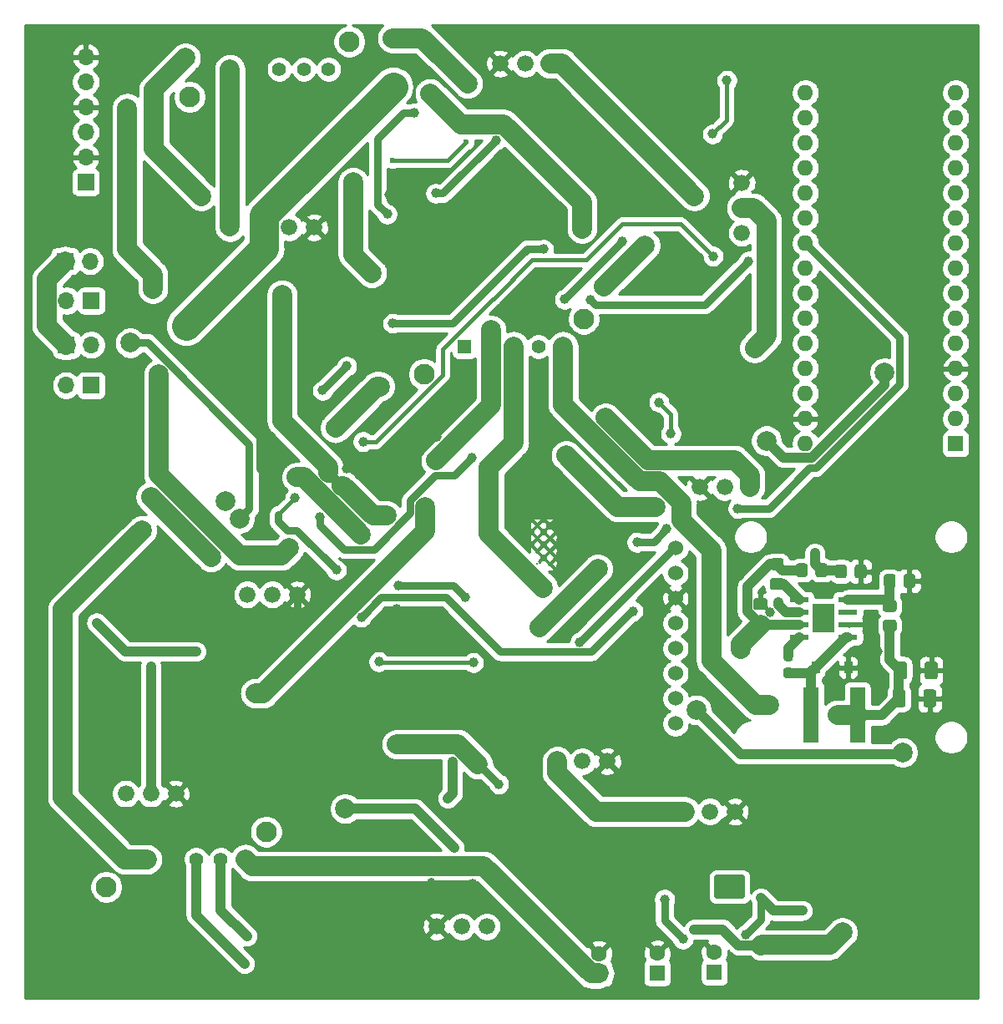
<source format=gbr>
%TF.GenerationSoftware,KiCad,Pcbnew,(5.1.8)-1*%
%TF.CreationDate,2021-05-10T11:21:07+03:00*%
%TF.ProjectId,PWR_SUB_SYS_PCB,5057525f-5355-4425-9f53-59535f504342,rev?*%
%TF.SameCoordinates,Original*%
%TF.FileFunction,Copper,L2,Bot*%
%TF.FilePolarity,Positive*%
%FSLAX46Y46*%
G04 Gerber Fmt 4.6, Leading zero omitted, Abs format (unit mm)*
G04 Created by KiCad (PCBNEW (5.1.8)-1) date 2021-05-10 11:21:07*
%MOMM*%
%LPD*%
G01*
G04 APERTURE LIST*
%TA.AperFunction,ComponentPad*%
%ADD10R,1.600000X1.600000*%
%TD*%
%TA.AperFunction,ComponentPad*%
%ADD11O,1.600000X1.600000*%
%TD*%
%TA.AperFunction,ComponentPad*%
%ADD12O,1.700000X1.700000*%
%TD*%
%TA.AperFunction,ComponentPad*%
%ADD13R,1.700000X1.700000*%
%TD*%
%TA.AperFunction,SMDPad,CuDef*%
%ADD14R,0.900000X1.200000*%
%TD*%
%TA.AperFunction,SMDPad,CuDef*%
%ADD15R,1.600000X5.700000*%
%TD*%
%TA.AperFunction,ComponentPad*%
%ADD16C,1.676400*%
%TD*%
%TA.AperFunction,ComponentPad*%
%ADD17C,2.100000*%
%TD*%
%TA.AperFunction,ComponentPad*%
%ADD18C,1.408000*%
%TD*%
%TA.AperFunction,ComponentPad*%
%ADD19R,1.408000X1.408000*%
%TD*%
%TA.AperFunction,ComponentPad*%
%ADD20C,0.300000*%
%TD*%
%TA.AperFunction,SMDPad,CuDef*%
%ADD21R,2.290000X3.002000*%
%TD*%
%TA.AperFunction,SMDPad,CuDef*%
%ADD22R,1.970000X0.600000*%
%TD*%
%TA.AperFunction,ComponentPad*%
%ADD23C,1.530000*%
%TD*%
%TA.AperFunction,ComponentPad*%
%ADD24C,1.600000*%
%TD*%
%TA.AperFunction,ComponentPad*%
%ADD25C,0.500000*%
%TD*%
%TA.AperFunction,ViaPad*%
%ADD26C,2.000000*%
%TD*%
%TA.AperFunction,ViaPad*%
%ADD27C,1.000000*%
%TD*%
%TA.AperFunction,ViaPad*%
%ADD28C,0.600000*%
%TD*%
%TA.AperFunction,Conductor*%
%ADD29C,0.800000*%
%TD*%
%TA.AperFunction,Conductor*%
%ADD30C,0.400000*%
%TD*%
%TA.AperFunction,Conductor*%
%ADD31C,1.000000*%
%TD*%
%TA.AperFunction,Conductor*%
%ADD32C,3.000000*%
%TD*%
%TA.AperFunction,Conductor*%
%ADD33C,2.000000*%
%TD*%
%TA.AperFunction,Conductor*%
%ADD34C,0.254000*%
%TD*%
%TA.AperFunction,Conductor*%
%ADD35C,0.100000*%
%TD*%
G04 APERTURE END LIST*
D10*
%TO.P,A1,1*%
%TO.N,Net-(A1-Pad1)*%
X230695500Y-99110800D03*
D11*
%TO.P,A1,17*%
%TO.N,Net-(A1-Pad17)*%
X215455500Y-66090800D03*
%TO.P,A1,2*%
%TO.N,Net-(A1-Pad2)*%
X230695500Y-96570800D03*
%TO.P,A1,18*%
%TO.N,Net-(A1-Pad18)*%
X215455500Y-68630800D03*
%TO.P,A1,3*%
%TO.N,Net-(A1-Pad3)*%
X230695500Y-94030800D03*
%TO.P,A1,19*%
%TO.N,/Data logging/A0*%
X215455500Y-71170800D03*
%TO.P,A1,4*%
%TO.N,GND*%
X230695500Y-91490800D03*
%TO.P,A1,20*%
%TO.N,/Data logging/A1*%
X215455500Y-73710800D03*
%TO.P,A1,5*%
%TO.N,Net-(A1-Pad5)*%
X230695500Y-88950800D03*
%TO.P,A1,21*%
%TO.N,/Data logging/A2*%
X215455500Y-76250800D03*
%TO.P,A1,6*%
%TO.N,Net-(A1-Pad6)*%
X230695500Y-86410800D03*
%TO.P,A1,22*%
%TO.N,/Data logging/A3*%
X215455500Y-78790800D03*
%TO.P,A1,7*%
%TO.N,Net-(A1-Pad7)*%
X230695500Y-83870800D03*
%TO.P,A1,23*%
%TO.N,Net-(A1-Pad23)*%
X215455500Y-81330800D03*
%TO.P,A1,8*%
%TO.N,Net-(A1-Pad8)*%
X230695500Y-81330800D03*
%TO.P,A1,24*%
%TO.N,Net-(A1-Pad24)*%
X215455500Y-83870800D03*
%TO.P,A1,9*%
%TO.N,Net-(A1-Pad9)*%
X230695500Y-78790800D03*
%TO.P,A1,25*%
%TO.N,Net-(A1-Pad25)*%
X215455500Y-86410800D03*
%TO.P,A1,10*%
%TO.N,Net-(A1-Pad10)*%
X230695500Y-76250800D03*
%TO.P,A1,26*%
%TO.N,Net-(A1-Pad26)*%
X215455500Y-88950800D03*
%TO.P,A1,11*%
%TO.N,Net-(A1-Pad11)*%
X230695500Y-73710800D03*
%TO.P,A1,27*%
%TO.N,/Data logging/5V*%
X215455500Y-91490800D03*
%TO.P,A1,12*%
%TO.N,Net-(A1-Pad12)*%
X230695500Y-71170800D03*
%TO.P,A1,28*%
%TO.N,Net-(A1-Pad28)*%
X215455500Y-94030800D03*
%TO.P,A1,13*%
%TO.N,/Data logging/SS*%
X230695500Y-68630800D03*
%TO.P,A1,29*%
%TO.N,GND*%
X215455500Y-96570800D03*
%TO.P,A1,14*%
%TO.N,/Data logging/MOSI*%
X230695500Y-66090800D03*
%TO.P,A1,30*%
%TO.N,+BATT*%
X215455500Y-99110800D03*
%TO.P,A1,15*%
%TO.N,/Data logging/MISO*%
X230695500Y-63550800D03*
%TO.P,A1,16*%
%TO.N,/Data logging/SCK*%
X215455500Y-63550800D03*
%TD*%
D12*
%TO.P,BT1,2*%
%TO.N,Net-(BT1-Pad2)*%
X142925800Y-80606900D03*
D13*
%TO.P,BT1,1*%
%TO.N,VCC*%
X140385800Y-80606900D03*
%TD*%
D12*
%TO.P,BT2,2*%
%TO.N,+8V*%
X140525500Y-84607400D03*
D13*
%TO.P,BT2,1*%
%TO.N,Net-(BT1-Pad2)*%
X143065500Y-84607400D03*
%TD*%
%TO.P,BT3,1*%
%TO.N,VCC*%
X140512800Y-89090500D03*
D12*
%TO.P,BT3,2*%
%TO.N,Net-(BT3-Pad2)*%
X143052800Y-89090500D03*
%TD*%
D13*
%TO.P,BT4,1*%
%TO.N,Net-(BT3-Pad2)*%
X143040100Y-93179900D03*
D12*
%TO.P,BT4,2*%
%TO.N,+8V*%
X140500100Y-93179900D03*
%TD*%
%TO.P,C17,1*%
%TO.N,/3V3/ADP2302/VIN_ADP*%
%TA.AperFunction,SMDPad,CuDef*%
G36*
G01*
X211368700Y-118025000D02*
X210418700Y-118025000D01*
G75*
G02*
X210168700Y-117775000I0J250000D01*
G01*
X210168700Y-117100000D01*
G75*
G02*
X210418700Y-116850000I250000J0D01*
G01*
X211368700Y-116850000D01*
G75*
G02*
X211618700Y-117100000I0J-250000D01*
G01*
X211618700Y-117775000D01*
G75*
G02*
X211368700Y-118025000I-250000J0D01*
G01*
G37*
%TD.AperFunction*%
%TO.P,C17,2*%
%TO.N,GND*%
%TA.AperFunction,SMDPad,CuDef*%
G36*
G01*
X211368700Y-115950000D02*
X210418700Y-115950000D01*
G75*
G02*
X210168700Y-115700000I0J250000D01*
G01*
X210168700Y-115025000D01*
G75*
G02*
X210418700Y-114775000I250000J0D01*
G01*
X211368700Y-114775000D01*
G75*
G02*
X211618700Y-115025000I0J-250000D01*
G01*
X211618700Y-115700000D01*
G75*
G02*
X211368700Y-115950000I-250000J0D01*
G01*
G37*
%TD.AperFunction*%
%TD*%
%TO.P,C18,2*%
%TO.N,Net-(C18-Pad2)*%
%TA.AperFunction,SMDPad,CuDef*%
G36*
G01*
X213475600Y-121801100D02*
X213950600Y-121801100D01*
G75*
G02*
X214188100Y-122038600I0J-237500D01*
G01*
X214188100Y-122638600D01*
G75*
G02*
X213950600Y-122876100I-237500J0D01*
G01*
X213475600Y-122876100D01*
G75*
G02*
X213238100Y-122638600I0J237500D01*
G01*
X213238100Y-122038600D01*
G75*
G02*
X213475600Y-121801100I237500J0D01*
G01*
G37*
%TD.AperFunction*%
%TO.P,C18,1*%
%TO.N,Net-(C18-Pad1)*%
%TA.AperFunction,SMDPad,CuDef*%
G36*
G01*
X213475600Y-120076100D02*
X213950600Y-120076100D01*
G75*
G02*
X214188100Y-120313600I0J-237500D01*
G01*
X214188100Y-120913600D01*
G75*
G02*
X213950600Y-121151100I-237500J0D01*
G01*
X213475600Y-121151100D01*
G75*
G02*
X213238100Y-120913600I0J237500D01*
G01*
X213238100Y-120313600D01*
G75*
G02*
X213475600Y-120076100I237500J0D01*
G01*
G37*
%TD.AperFunction*%
%TD*%
%TO.P,C19,1*%
%TO.N,ADP_3V3*%
%TA.AperFunction,SMDPad,CuDef*%
G36*
G01*
X224277400Y-125567801D02*
X224277400Y-124267799D01*
G75*
G02*
X224527399Y-124017800I249999J0D01*
G01*
X225352401Y-124017800D01*
G75*
G02*
X225602400Y-124267799I0J-249999D01*
G01*
X225602400Y-125567801D01*
G75*
G02*
X225352401Y-125817800I-249999J0D01*
G01*
X224527399Y-125817800D01*
G75*
G02*
X224277400Y-125567801I0J249999D01*
G01*
G37*
%TD.AperFunction*%
%TO.P,C19,2*%
%TO.N,GND*%
%TA.AperFunction,SMDPad,CuDef*%
G36*
G01*
X227402400Y-125567801D02*
X227402400Y-124267799D01*
G75*
G02*
X227652399Y-124017800I249999J0D01*
G01*
X228477401Y-124017800D01*
G75*
G02*
X228727400Y-124267799I0J-249999D01*
G01*
X228727400Y-125567801D01*
G75*
G02*
X228477401Y-125817800I-249999J0D01*
G01*
X227652399Y-125817800D01*
G75*
G02*
X227402400Y-125567801I0J249999D01*
G01*
G37*
%TD.AperFunction*%
%TD*%
%TO.P,C20,1*%
%TO.N,ADP_3V3*%
%TA.AperFunction,SMDPad,CuDef*%
G36*
G01*
X224429000Y-122735701D02*
X224429000Y-121435699D01*
G75*
G02*
X224678999Y-121185700I249999J0D01*
G01*
X225504001Y-121185700D01*
G75*
G02*
X225754000Y-121435699I0J-249999D01*
G01*
X225754000Y-122735701D01*
G75*
G02*
X225504001Y-122985700I-249999J0D01*
G01*
X224678999Y-122985700D01*
G75*
G02*
X224429000Y-122735701I0J249999D01*
G01*
G37*
%TD.AperFunction*%
%TO.P,C20,2*%
%TO.N,GND*%
%TA.AperFunction,SMDPad,CuDef*%
G36*
G01*
X227554000Y-122735701D02*
X227554000Y-121435699D01*
G75*
G02*
X227803999Y-121185700I249999J0D01*
G01*
X228629001Y-121185700D01*
G75*
G02*
X228879000Y-121435699I0J-249999D01*
G01*
X228879000Y-122735701D01*
G75*
G02*
X228629001Y-122985700I-249999J0D01*
G01*
X227803999Y-122985700D01*
G75*
G02*
X227554000Y-122735701I0J249999D01*
G01*
G37*
%TD.AperFunction*%
%TD*%
D14*
%TO.P,D1,2*%
%TO.N,GND*%
X219782700Y-121780900D03*
%TO.P,D1,1*%
%TO.N,Net-(C18-Pad2)*%
X216482700Y-121780900D03*
%TD*%
D15*
%TO.P,L3,2*%
%TO.N,ADP_3V3*%
X220724000Y-126619600D03*
%TO.P,L3,1*%
%TO.N,Net-(C18-Pad2)*%
X216024000Y-126619600D03*
%TD*%
%TO.P,R8,1*%
%TO.N,/3V3/ADP2302/VIN_ADP*%
%TA.AperFunction,SMDPad,CuDef*%
G36*
G01*
X214478600Y-112375701D02*
X214478600Y-111475699D01*
G75*
G02*
X214728599Y-111225700I249999J0D01*
G01*
X215428601Y-111225700D01*
G75*
G02*
X215678600Y-111475699I0J-249999D01*
G01*
X215678600Y-112375701D01*
G75*
G02*
X215428601Y-112625700I-249999J0D01*
G01*
X214728599Y-112625700D01*
G75*
G02*
X214478600Y-112375701I0J249999D01*
G01*
G37*
%TD.AperFunction*%
%TO.P,R8,2*%
%TO.N,Net-(R8-Pad2)*%
%TA.AperFunction,SMDPad,CuDef*%
G36*
G01*
X216478600Y-112375701D02*
X216478600Y-111475699D01*
G75*
G02*
X216728599Y-111225700I249999J0D01*
G01*
X217428601Y-111225700D01*
G75*
G02*
X217678600Y-111475699I0J-249999D01*
G01*
X217678600Y-112375701D01*
G75*
G02*
X217428601Y-112625700I-249999J0D01*
G01*
X216728599Y-112625700D01*
G75*
G02*
X216478600Y-112375701I0J249999D01*
G01*
G37*
%TD.AperFunction*%
%TD*%
%TO.P,R9,2*%
%TO.N,GND*%
%TA.AperFunction,SMDPad,CuDef*%
G36*
G01*
X220447100Y-112502701D02*
X220447100Y-111602699D01*
G75*
G02*
X220697099Y-111352700I249999J0D01*
G01*
X221397101Y-111352700D01*
G75*
G02*
X221647100Y-111602699I0J-249999D01*
G01*
X221647100Y-112502701D01*
G75*
G02*
X221397101Y-112752700I-249999J0D01*
G01*
X220697099Y-112752700D01*
G75*
G02*
X220447100Y-112502701I0J249999D01*
G01*
G37*
%TD.AperFunction*%
%TO.P,R9,1*%
%TO.N,Net-(R8-Pad2)*%
%TA.AperFunction,SMDPad,CuDef*%
G36*
G01*
X218447100Y-112502701D02*
X218447100Y-111602699D01*
G75*
G02*
X218697099Y-111352700I249999J0D01*
G01*
X219397101Y-111352700D01*
G75*
G02*
X219647100Y-111602699I0J-249999D01*
G01*
X219647100Y-112502701D01*
G75*
G02*
X219397101Y-112752700I-249999J0D01*
G01*
X218697099Y-112752700D01*
G75*
G02*
X218447100Y-112502701I0J249999D01*
G01*
G37*
%TD.AperFunction*%
%TD*%
%TO.P,R10,2*%
%TO.N,Net-(R10-Pad2)*%
%TA.AperFunction,SMDPad,CuDef*%
G36*
G01*
X212107399Y-112716100D02*
X213007401Y-112716100D01*
G75*
G02*
X213257400Y-112966099I0J-249999D01*
G01*
X213257400Y-113666101D01*
G75*
G02*
X213007401Y-113916100I-249999J0D01*
G01*
X212107399Y-113916100D01*
G75*
G02*
X211857400Y-113666101I0J249999D01*
G01*
X211857400Y-112966099D01*
G75*
G02*
X212107399Y-112716100I249999J0D01*
G01*
G37*
%TD.AperFunction*%
%TO.P,R10,1*%
%TO.N,/3V3/ADP2302/VIN_ADP*%
%TA.AperFunction,SMDPad,CuDef*%
G36*
G01*
X212107399Y-110716100D02*
X213007401Y-110716100D01*
G75*
G02*
X213257400Y-110966099I0J-249999D01*
G01*
X213257400Y-111666101D01*
G75*
G02*
X213007401Y-111916100I-249999J0D01*
G01*
X212107399Y-111916100D01*
G75*
G02*
X211857400Y-111666101I0J249999D01*
G01*
X211857400Y-110966099D01*
G75*
G02*
X212107399Y-110716100I249999J0D01*
G01*
G37*
%TD.AperFunction*%
%TD*%
%TO.P,R11,1*%
%TO.N,ADP_3V3*%
%TA.AperFunction,SMDPad,CuDef*%
G36*
G01*
X224450101Y-118157900D02*
X223550099Y-118157900D01*
G75*
G02*
X223300100Y-117907901I0J249999D01*
G01*
X223300100Y-117207899D01*
G75*
G02*
X223550099Y-116957900I249999J0D01*
G01*
X224450101Y-116957900D01*
G75*
G02*
X224700100Y-117207899I0J-249999D01*
G01*
X224700100Y-117907901D01*
G75*
G02*
X224450101Y-118157900I-249999J0D01*
G01*
G37*
%TD.AperFunction*%
%TO.P,R11,2*%
%TO.N,Net-(R11-Pad2)*%
%TA.AperFunction,SMDPad,CuDef*%
G36*
G01*
X224450101Y-116157900D02*
X223550099Y-116157900D01*
G75*
G02*
X223300100Y-115907901I0J249999D01*
G01*
X223300100Y-115207899D01*
G75*
G02*
X223550099Y-114957900I249999J0D01*
G01*
X224450101Y-114957900D01*
G75*
G02*
X224700100Y-115207899I0J-249999D01*
G01*
X224700100Y-115907901D01*
G75*
G02*
X224450101Y-116157900I-249999J0D01*
G01*
G37*
%TD.AperFunction*%
%TD*%
%TO.P,R12,2*%
%TO.N,GND*%
%TA.AperFunction,SMDPad,CuDef*%
G36*
G01*
X225400100Y-113467901D02*
X225400100Y-112567899D01*
G75*
G02*
X225650099Y-112317900I249999J0D01*
G01*
X226350101Y-112317900D01*
G75*
G02*
X226600100Y-112567899I0J-249999D01*
G01*
X226600100Y-113467901D01*
G75*
G02*
X226350101Y-113717900I-249999J0D01*
G01*
X225650099Y-113717900D01*
G75*
G02*
X225400100Y-113467901I0J249999D01*
G01*
G37*
%TD.AperFunction*%
%TO.P,R12,1*%
%TO.N,Net-(R11-Pad2)*%
%TA.AperFunction,SMDPad,CuDef*%
G36*
G01*
X223400100Y-113467901D02*
X223400100Y-112567899D01*
G75*
G02*
X223650099Y-112317900I249999J0D01*
G01*
X224350101Y-112317900D01*
G75*
G02*
X224600100Y-112567899I0J-249999D01*
G01*
X224600100Y-113467901D01*
G75*
G02*
X224350101Y-113717900I-249999J0D01*
G01*
X223650099Y-113717900D01*
G75*
G02*
X223400100Y-113467901I0J249999D01*
G01*
G37*
%TD.AperFunction*%
%TD*%
D16*
%TO.P,S2,P*%
%TO.N,/12V/LM2731YMF/VIN_LMR*%
X180606700Y-148043900D03*
%TO.P,S2,O*%
%TO.N,GND*%
X178066700Y-148043900D03*
%TO.P,S2,S*%
%TO.N,+BATT*%
X183146700Y-148043900D03*
%TD*%
%TO.P,S3,P*%
%TO.N,/12V/LMR52014/VIN_LMR*%
X149085300Y-134569200D03*
%TO.P,S3,O*%
%TO.N,GND*%
X151625300Y-134569200D03*
%TO.P,S3,S*%
%TO.N,+BATT*%
X146545300Y-134569200D03*
%TD*%
%TO.P,S4,S*%
%TO.N,+BATT*%
X209000000Y-77740000D03*
%TO.P,S4,O*%
%TO.N,GND*%
X209000000Y-72660000D03*
%TO.P,S4,P*%
%TO.N,/4V/TPS563207/VIN_TPS*%
X209000000Y-75200000D03*
%TD*%
%TO.P,S5,P*%
%TO.N,/4V/TPS563231/VIN_TPS*%
X187025280Y-60576460D03*
%TO.P,S5,O*%
%TO.N,GND*%
X184485280Y-60576460D03*
%TO.P,S5,S*%
%TO.N,+BATT*%
X189565280Y-60576460D03*
%TD*%
%TO.P,S6,S*%
%TO.N,+BATT*%
X160578800Y-77195680D03*
%TO.P,S6,O*%
%TO.N,GND*%
X165658800Y-77195680D03*
%TO.P,S6,P*%
%TO.N,/4V/MP2235_4V/VIN_MP*%
X163118800Y-77195680D03*
%TD*%
%TO.P,S7,P*%
%TO.N,/3V3/ADP2302/VIN_ADP*%
X192840000Y-131300000D03*
%TO.P,S7,O*%
%TO.N,GND*%
X195380000Y-131300000D03*
%TO.P,S7,S*%
%TO.N,+BATT*%
X190300000Y-131300000D03*
%TD*%
%TO.P,S8,S*%
%TO.N,+BATT*%
X158860000Y-114400000D03*
%TO.P,S8,O*%
%TO.N,GND*%
X163940000Y-114400000D03*
%TO.P,S8,P*%
%TO.N,/3V3/MP2235/VIN_MP*%
X161400000Y-114400000D03*
%TD*%
%TO.P,S9,S*%
%TO.N,+BATT*%
X209800000Y-103500000D03*
%TO.P,S9,O*%
%TO.N,GND*%
X204720000Y-103500000D03*
%TO.P,S9,P*%
%TO.N,/3V3/TPS54228/VIN_TPS*%
X207260000Y-103500000D03*
%TD*%
D17*
%TO.P,S10,S2*%
%TO.N,Net-(S10-PadS2)*%
X160779400Y-138436700D03*
%TO.P,S10,S1*%
%TO.N,Net-(S10-PadS1)*%
X144579400Y-144036700D03*
D18*
%TO.P,S10,4*%
%TO.N,12V_L7891A*%
X158679400Y-141236700D03*
%TO.P,S10,3*%
%TO.N,12V_LM27*%
X156179400Y-141236700D03*
%TO.P,S10,2*%
%TO.N,12V_LMR52*%
X153679400Y-141236700D03*
D19*
%TO.P,S10,1*%
%TO.N,12V*%
X148679400Y-141236700D03*
%TD*%
D17*
%TO.P,S11,S2*%
%TO.N,Net-(S11-PadS2)*%
X192986340Y-86453640D03*
%TO.P,S11,S1*%
%TO.N,Net-(S11-PadS1)*%
X176786340Y-92053640D03*
D18*
%TO.P,S11,4*%
%TO.N,ADP_3V3*%
X190886340Y-89253640D03*
%TO.P,S11,3*%
%TO.N,MP_3V3*%
X188386340Y-89253640D03*
%TO.P,S11,2*%
%TO.N,TPS_3V3*%
X185886340Y-89253640D03*
D19*
%TO.P,S11,1*%
%TO.N,3V3*%
X180886340Y-89253640D03*
%TD*%
%TO.P,S12,1*%
%TO.N,4V*%
X157114720Y-61147700D03*
D18*
%TO.P,S12,2*%
%TO.N,MP_4V*%
X162114720Y-61147700D03*
%TO.P,S12,3*%
%TO.N,TPS_4V*%
X164614720Y-61147700D03*
%TO.P,S12,4*%
%TO.N,TPS2_4V*%
X167114720Y-61147700D03*
D17*
%TO.P,S12,S1*%
%TO.N,Net-(S12-PadS1)*%
X153014720Y-63947700D03*
%TO.P,S12,S2*%
%TO.N,Net-(S12-PadS2)*%
X169214720Y-58347700D03*
%TD*%
D20*
%TO.P,U1,17*%
%TO.N,GND*%
X189543901Y-111271901D03*
%TO.P,U1,16*%
X188243901Y-111271901D03*
%TO.P,U1,15*%
X189543901Y-109971901D03*
%TO.P,U1,14*%
X188243901Y-109971901D03*
%TO.P,U1,13*%
X189543901Y-108671901D03*
%TO.P,U1,12*%
X188243901Y-108671901D03*
%TO.P,U1,11*%
X189543901Y-107371901D03*
%TO.P,U1,10*%
X188243901Y-107371901D03*
%TD*%
D21*
%TO.P,U4,9*%
%TO.N,N/C*%
X217294500Y-116815200D03*
D22*
%TO.P,U4,8*%
%TO.N,Net-(C18-Pad2)*%
X219769500Y-118720200D03*
%TO.P,U4,7*%
%TO.N,GND*%
X219769500Y-117450200D03*
%TO.P,U4,6*%
%TO.N,Net-(U4-Pad6)*%
X219769500Y-116180200D03*
%TO.P,U4,5*%
%TO.N,Net-(R11-Pad2)*%
X219769500Y-114910200D03*
%TO.P,U4,4*%
%TO.N,Net-(R10-Pad2)*%
X214819500Y-114910200D03*
%TO.P,U4,3*%
%TO.N,Net-(R8-Pad2)*%
X214819500Y-116180200D03*
%TO.P,U4,2*%
%TO.N,/3V3/ADP2302/VIN_ADP*%
X214819500Y-117450200D03*
%TO.P,U4,1*%
%TO.N,Net-(C18-Pad1)*%
X214819500Y-118720200D03*
%TD*%
D23*
%TO.P,U5,CD*%
%TO.N,Net-(U5-PadCD)*%
X202285600Y-127469900D03*
%TO.P,U5,CS*%
%TO.N,/Data logging/SS*%
X202285600Y-124929900D03*
%TO.P,U5,DO*%
%TO.N,/Data logging/MISO*%
X202285600Y-119849900D03*
%TO.P,U5,DI*%
%TO.N,/Data logging/MOSI*%
X202285600Y-122389900D03*
%TO.P,U5,CLK*%
%TO.N,/Data logging/SCK*%
X202285600Y-117309900D03*
%TO.P,U5,GND*%
%TO.N,GND*%
X202285600Y-114769900D03*
%TO.P,U5,3V*%
%TO.N,Net-(U5-Pad3V)*%
X202285600Y-112229900D03*
%TO.P,U5,5V*%
%TO.N,/Data logging/5V*%
X202285600Y-109689900D03*
%TD*%
D13*
%TO.P,J1,1*%
%TO.N,LOAD_3*%
X142500000Y-72600000D03*
D12*
%TO.P,J1,2*%
%TO.N,GND*%
X142500000Y-70060000D03*
%TO.P,J1,3*%
%TO.N,LOAD_2*%
X142500000Y-67520000D03*
%TO.P,J1,4*%
%TO.N,GND*%
X142500000Y-64980000D03*
%TO.P,J1,5*%
%TO.N,LOAD_1*%
X142500000Y-62440000D03*
%TO.P,J1,6*%
%TO.N,GND*%
X142500000Y-59900000D03*
%TD*%
D10*
%TO.P,C55,1*%
%TO.N,12V_L7891A*%
X200426320Y-152750520D03*
D24*
%TO.P,C55,2*%
%TO.N,GND*%
X200426320Y-150750520D03*
%TD*%
%TO.P,C56,2*%
%TO.N,GND*%
X194523360Y-150801320D03*
D10*
%TO.P,C56,1*%
%TO.N,12V_L7891A*%
X194523360Y-152801320D03*
%TD*%
%TO.P,C57,1*%
%TO.N,12V_L7891A*%
X206221181Y-152681324D03*
D24*
%TO.P,C57,2*%
%TO.N,GND*%
X206221181Y-150681324D03*
%TD*%
D16*
%TO.P,S13,S*%
%TO.N,+BATT*%
X203217780Y-136398000D03*
%TO.P,S13,O*%
%TO.N,GND*%
X208297780Y-136398000D03*
%TO.P,S13,P*%
%TO.N,/12V/L7981A/VIN_L798*%
X205757780Y-136398000D03*
%TD*%
D25*
%TO.P,U12,9*%
%TO.N,N/C*%
X206461840Y-143057920D03*
%TA.AperFunction,SMDPad,CuDef*%
G36*
G01*
X209061842Y-145217920D02*
X206461838Y-145217920D01*
G75*
G02*
X206211840Y-144967922I0J249998D01*
G01*
X206211840Y-143057918D01*
G75*
G02*
X206461838Y-142807920I249998J0D01*
G01*
X209061842Y-142807920D01*
G75*
G02*
X209311840Y-143057918I0J-249998D01*
G01*
X209311840Y-144967922D01*
G75*
G02*
X209061842Y-145217920I-249998J0D01*
G01*
G37*
%TD.AperFunction*%
X207761840Y-143057920D03*
X209061840Y-143057920D03*
X206461840Y-144967920D03*
X207761840Y-144967920D03*
X209061840Y-144967920D03*
%TD*%
D26*
%TO.N,+8V*%
X158074360Y-106692700D03*
X146996220Y-88883860D03*
%TO.N,+BATT*%
X152679400Y-87147400D03*
D27*
%TO.N,/Data logging/A0*%
X196900000Y-78600000D03*
X166200000Y-106500000D03*
X181625240Y-100500180D03*
X191040470Y-84459530D03*
%TO.N,GND*%
X168900000Y-101600000D03*
X172000000Y-122700000D03*
X155000000Y-122400000D03*
X222800000Y-120200000D03*
X211899619Y-116193262D03*
X203400000Y-94900000D03*
X207900000Y-93700000D03*
X178112029Y-98425229D03*
X179400000Y-75700000D03*
X173261200Y-73825100D03*
X202900000Y-66100000D03*
X202681840Y-60119440D03*
X181706700Y-143700000D03*
X177500000Y-143700000D03*
X162374580Y-103878380D03*
X160131760Y-94985840D03*
X207137000Y-140398500D03*
X162242500Y-118046500D03*
X173990000Y-115887500D03*
X165989000Y-121983500D03*
X196659500Y-111252000D03*
X216598500Y-144907000D03*
X182771800Y-73634600D03*
X188722000Y-73850500D03*
%TO.N,/Data logging/A1*%
X170600000Y-98900000D03*
X206100000Y-80100000D03*
%TO.N,/Data logging/A2*%
X166500000Y-93700000D03*
X168946440Y-91253560D03*
X173600000Y-86900000D03*
X188900000Y-79400000D03*
X193700000Y-84500000D03*
X209700000Y-80600000D03*
%TO.N,/Data logging/5V*%
X163700000Y-104624002D03*
X167900000Y-111900000D03*
X174200000Y-113500000D03*
X181000000Y-114700000D03*
X192600000Y-119200000D03*
D26*
%TO.N,/Data logging/SS*%
X204400000Y-126100000D03*
X225300000Y-130400000D03*
%TO.N,/Data logging/MOSI*%
X211500000Y-98800000D03*
X223500000Y-91900000D03*
%TO.N,+BATT*%
X173646224Y-62942864D03*
X204200000Y-74000000D03*
X155200000Y-110600000D03*
X149100000Y-104500000D03*
X199200000Y-79000000D03*
X195000000Y-83200000D03*
X195200000Y-96500000D03*
%TO.N,/3V3/TPS54228/VIN_TPS*%
X200300000Y-105500000D03*
X191200000Y-100300000D03*
%TO.N,Net-(C4-Pad1)*%
X194400000Y-111800000D03*
X188500000Y-117700000D03*
%TO.N,TPS_3V3*%
X183364000Y-101536000D03*
X188800000Y-113700000D03*
D27*
%TO.N,Net-(C14-Pad1)*%
X181800000Y-121300000D03*
X172200000Y-121200000D03*
D26*
%TO.N,MP_3V3*%
X159700000Y-124400000D03*
X176900000Y-105500000D03*
X178000000Y-100800000D03*
X183600000Y-87600000D03*
%TO.N,/3V3/ADP2302/VIN_ADP*%
X208900000Y-119900000D03*
%TO.N,ADP_3V3*%
X218700000Y-126600000D03*
X211800000Y-125600000D03*
D27*
%TO.N,Net-(C24-Pad2)*%
X184114440Y-68326000D03*
X177962560Y-73726040D03*
D26*
%TO.N,MP_4V*%
X171478398Y-81800000D03*
X169600000Y-72600000D03*
X154200000Y-74000000D03*
X152600000Y-60000000D03*
D28*
%TO.N,Net-(C26-Pad2)*%
X173583600Y-70421500D03*
X181063900Y-68516500D03*
D27*
%TO.N,TPS_4V*%
X206027020Y-67711320D03*
X207479900Y-62260480D03*
D26*
X181200000Y-62600000D03*
X173600000Y-58000000D03*
%TO.N,/4V/TPS563207/VIN_TPS*%
X210300000Y-89400000D03*
%TO.N,TPS2_4V*%
X192800000Y-77300000D03*
X177400000Y-63600000D03*
D27*
%TO.N,/12V/LMR52014/VIN_LMR*%
X149085300Y-121653300D03*
%TO.N,12V_LMR52*%
X158597600Y-151828500D03*
%TO.N,Net-(C43-Pad1)*%
X179666900Y-131381500D03*
X179209700Y-135051800D03*
%TO.N,12V_LM27*%
X158838900Y-149034500D03*
D26*
X174036290Y-129573590D03*
D27*
X184353200Y-133604000D03*
%TO.N,Net-(D2-Pad2)*%
X153657300Y-120167400D03*
X143611600Y-117259100D03*
D26*
%TO.N,Net-(D3-Pad2)*%
X168792000Y-136098700D03*
D27*
X179857400Y-140055600D03*
D26*
%TO.N,LOAD_1*%
X163113720Y-109661960D03*
X149900000Y-92100000D03*
X149300000Y-83400000D03*
X146700000Y-65100000D03*
D27*
%TO.N,Net-(R8-Pad2)*%
X212700000Y-115200000D03*
X216400000Y-110200000D03*
D26*
%TO.N,3V3*%
X172300000Y-93300000D03*
X167800000Y-97500000D03*
X163900000Y-102500000D03*
X170400000Y-108300000D03*
%TO.N,12V*%
X156644340Y-104907080D03*
X148170900Y-107899200D03*
%TO.N,4V*%
X157114720Y-77114720D03*
X162400000Y-84000000D03*
X173000000Y-106400000D03*
D27*
%TO.N,Net-(R17-Pad1)*%
X173050200Y-75819000D03*
X175818800Y-65582800D03*
%TO.N,Net-(R24-Pad1)*%
X201800000Y-98100000D03*
X200600000Y-94900000D03*
%TO.N,/Data logging/A3*%
X170429991Y-116698831D03*
X198379080Y-109098080D03*
X208597500Y-105664000D03*
X201406760Y-107762040D03*
X197949820Y-116078000D03*
%TO.N,Net-(C52-Pad1)*%
X210947000Y-145161000D03*
X209423000Y-148844000D03*
X215138000Y-146431000D03*
%TO.N,Net-(D14-Pad1)*%
X204199880Y-148319880D03*
D26*
X219202000Y-148653500D03*
D27*
%TO.N,Net-(R31-Pad1)*%
X201168000Y-145288000D03*
X203040888Y-149319888D03*
%TD*%
D29*
%TO.N,/Data logging/A0*%
X166200000Y-106500000D02*
X166200000Y-107343120D01*
X177948519Y-102300009D02*
X179825411Y-102300009D01*
X175369852Y-104878676D02*
X177948519Y-102300009D01*
X171721325Y-109800009D02*
X175369852Y-106151482D01*
X175369852Y-106151482D02*
X175369852Y-104878676D01*
X168656889Y-109800009D02*
X171721325Y-109800009D01*
X166200000Y-107343120D02*
X168656889Y-109800009D01*
X179825411Y-102300009D02*
X181625240Y-100500180D01*
X196900000Y-78600000D02*
X191040470Y-84459530D01*
D30*
%TO.N,GND*%
X221219100Y-121780900D02*
X222800000Y-120200000D01*
X219782700Y-121780900D02*
X221219100Y-121780900D01*
X211068857Y-115362500D02*
X211899619Y-116193262D01*
X210893700Y-115362500D02*
X211068857Y-115362500D01*
X206700000Y-94900000D02*
X207900000Y-93700000D01*
X203400000Y-94900000D02*
X206700000Y-94900000D01*
X174937258Y-101600000D02*
X178112029Y-98425229D01*
X168900000Y-101600000D02*
X174937258Y-101600000D01*
X175136100Y-75700000D02*
X173261200Y-73825100D01*
X179400000Y-75700000D02*
X175136100Y-75700000D01*
X202900000Y-60337600D02*
X202681840Y-60119440D01*
X202900000Y-66100000D02*
X202900000Y-60337600D01*
D29*
X181706700Y-143700000D02*
X177500000Y-143700000D01*
X177500000Y-143700000D02*
X177500000Y-143440709D01*
X162374580Y-103878380D02*
X160131760Y-101635560D01*
X160131760Y-101635560D02*
X160131760Y-94985840D01*
X207137000Y-137558780D02*
X208297780Y-136398000D01*
X207137000Y-140398500D02*
X207137000Y-137558780D01*
X163940000Y-116349000D02*
X162242500Y-118046500D01*
X163940000Y-114400000D02*
X163940000Y-116349000D01*
X167894000Y-121983500D02*
X165989000Y-121983500D01*
X173990000Y-115887500D02*
X167894000Y-121983500D01*
X192779401Y-107371901D02*
X196659500Y-111252000D01*
X189543901Y-107371901D02*
X192779401Y-107371901D01*
D30*
%TO.N,/Data logging/A1*%
X170600000Y-98900000D02*
X171800000Y-98900000D01*
X171937982Y-98900000D02*
X178700000Y-92137982D01*
X171800000Y-98900000D02*
X171937982Y-98900000D01*
X178700000Y-89491978D02*
X183791978Y-84400000D01*
X178700000Y-92137982D02*
X178700000Y-89491978D01*
X183791978Y-84400000D02*
X183800000Y-84400000D01*
X183800000Y-84400000D02*
X187700000Y-80500000D01*
X187700000Y-80500000D02*
X193200000Y-80500000D01*
X193200000Y-80500000D02*
X196900000Y-76800000D01*
X202800000Y-76800000D02*
X206100000Y-80100000D01*
X196900000Y-76800000D02*
X202800000Y-76800000D01*
D29*
%TO.N,/Data logging/A2*%
X166500000Y-93700000D02*
X168946440Y-91253560D01*
X173600000Y-86900000D02*
X179700000Y-86900000D01*
X187200000Y-79400000D02*
X188900000Y-79400000D01*
X186650000Y-79950000D02*
X187200000Y-79400000D01*
X179700000Y-86900000D02*
X186650000Y-79950000D01*
X186650000Y-79950000D02*
X187100000Y-79500000D01*
X205300001Y-84999999D02*
X209700000Y-80600000D01*
X194199999Y-84999999D02*
X205300001Y-84999999D01*
X193700000Y-84500000D02*
X194199999Y-84999999D01*
D30*
%TO.N,/Data logging/5V*%
X163700000Y-104624002D02*
X162000000Y-106324002D01*
D29*
X163900001Y-107900001D02*
X167900000Y-111900000D01*
X162919999Y-107900001D02*
X163900001Y-107900001D01*
X162000000Y-106980002D02*
X162919999Y-107900001D01*
X162000000Y-106324002D02*
X162000000Y-106980002D01*
X179800000Y-113500000D02*
X181000000Y-114700000D01*
X174200000Y-113500000D02*
X179800000Y-113500000D01*
X202110100Y-109689900D02*
X202285600Y-109689900D01*
X192600000Y-119200000D02*
X202110100Y-109689900D01*
D31*
%TO.N,/Data logging/SS*%
X208866901Y-130566901D02*
X225133099Y-130566901D01*
X204400000Y-126100000D02*
X208866901Y-130566901D01*
X225133099Y-130566901D02*
X225300000Y-130400000D01*
%TO.N,/Data logging/MOSI*%
X223500000Y-93138302D02*
X223500000Y-91900000D01*
X216127501Y-100510801D02*
X223500000Y-93138302D01*
X213210801Y-100510801D02*
X216127501Y-100510801D01*
X211500000Y-98800000D02*
X213210801Y-100510801D01*
D32*
%TO.N,+BATT*%
X160578800Y-77195680D02*
X160578800Y-79308960D01*
X160578800Y-77195680D02*
X160578800Y-76010287D01*
X160578800Y-76010287D02*
X173646224Y-62942864D01*
D33*
X190776460Y-60576460D02*
X189565280Y-60576460D01*
X204200000Y-74000000D02*
X190776460Y-60576460D01*
X155200000Y-110600000D02*
X149100000Y-104500000D01*
X199200000Y-79000000D02*
X195000000Y-83200000D01*
X209800000Y-102314607D02*
X209800000Y-103500000D01*
X208285393Y-100800000D02*
X209800000Y-102314607D01*
X199500000Y-100800000D02*
X208285393Y-100800000D01*
X195200000Y-96500000D02*
X199500000Y-100800000D01*
D32*
X160517840Y-79308960D02*
X152679400Y-87147400D01*
X160578800Y-79308960D02*
X160517840Y-79308960D01*
D33*
X190300000Y-132485393D02*
X190300000Y-131300000D01*
X194212607Y-136398000D02*
X190300000Y-132485393D01*
X203217780Y-136398000D02*
X194212607Y-136398000D01*
%TO.N,/3V3/TPS54228/VIN_TPS*%
X200300000Y-105500000D02*
X196400000Y-105500000D01*
X196400000Y-105500000D02*
X191200000Y-100300000D01*
%TO.N,Net-(C4-Pad1)*%
X194400000Y-111800000D02*
X188500000Y-117700000D01*
%TO.N,TPS_3V3*%
X185886340Y-99013660D02*
X185886340Y-89253640D01*
X183364000Y-101536000D02*
X185886340Y-99013660D01*
X183364000Y-108264000D02*
X183364000Y-101536000D01*
X188800000Y-113700000D02*
X183364000Y-108264000D01*
D30*
%TO.N,Net-(C14-Pad1)*%
X172300000Y-121300000D02*
X172200000Y-121200000D01*
X181800000Y-121300000D02*
X172300000Y-121300000D01*
D33*
%TO.N,MP_3V3*%
X176869862Y-105500000D02*
X176900000Y-105500000D01*
X183600000Y-95200000D02*
X183600000Y-87600000D01*
X178000000Y-100800000D02*
X183600000Y-95200000D01*
X176900000Y-105500000D02*
X176900000Y-107966080D01*
X160466080Y-124400000D02*
X159700000Y-124400000D01*
X176900000Y-107966080D02*
X160466080Y-124400000D01*
%TO.N,/3V3/ADP2302/VIN_ADP*%
X208900000Y-119431200D02*
X210893700Y-117437500D01*
X208900000Y-119900000D02*
X208900000Y-119431200D01*
D31*
X214806800Y-117437500D02*
X214819500Y-117450200D01*
X210893700Y-117437500D02*
X214806800Y-117437500D01*
X213167000Y-111925700D02*
X212557400Y-111316100D01*
X215078600Y-111925700D02*
X213167000Y-111925700D01*
X211857400Y-111316100D02*
X212557400Y-111316100D01*
X209568690Y-113604810D02*
X211857400Y-111316100D01*
X209568690Y-116112490D02*
X209568690Y-113604810D01*
X210893700Y-117437500D02*
X209568690Y-116112490D01*
%TO.N,Net-(C18-Pad2)*%
X215925000Y-122338600D02*
X216482700Y-121780900D01*
X213713100Y-122338600D02*
X215925000Y-122338600D01*
X219543400Y-118720200D02*
X215925000Y-122338600D01*
X219769500Y-118720200D02*
X219543400Y-118720200D01*
X216024000Y-122239600D02*
X216482700Y-121780900D01*
X216024000Y-126619600D02*
X216024000Y-122239600D01*
%TO.N,Net-(C18-Pad1)*%
X213713100Y-119826600D02*
X214819500Y-118720200D01*
X213713100Y-120613600D02*
X213713100Y-119826600D01*
%TO.N,ADP_3V3*%
X223238100Y-126619600D02*
X224939900Y-124917800D01*
X220724000Y-126619600D02*
X223238100Y-126619600D01*
X224939900Y-122237300D02*
X225091500Y-122085700D01*
X224939900Y-124917800D02*
X224939900Y-122237300D01*
X224000100Y-120994300D02*
X225091500Y-122085700D01*
X224000100Y-117557900D02*
X224000100Y-120994300D01*
D33*
X218719600Y-126619600D02*
X218700000Y-126600000D01*
X220724000Y-126619600D02*
X218719600Y-126619600D01*
X210385787Y-125600000D02*
X211800000Y-125600000D01*
X205900000Y-121114213D02*
X210385787Y-125600000D01*
X205900000Y-109900000D02*
X205900000Y-121114213D01*
X202900000Y-106900000D02*
X205900000Y-109900000D01*
X202900000Y-105130138D02*
X202900000Y-106900000D01*
X200669872Y-102900010D02*
X202900000Y-105130138D01*
X198630147Y-102900009D02*
X200669872Y-102900010D01*
X190886340Y-95156202D02*
X198630147Y-102900009D01*
X190886340Y-89253640D02*
X190886340Y-95156202D01*
D29*
%TO.N,Net-(C24-Pad2)*%
X184114440Y-68326000D02*
X178714400Y-73726040D01*
X178714400Y-73726040D02*
X177962560Y-73726040D01*
D33*
%TO.N,MP_4V*%
X171478398Y-81800000D02*
X169600000Y-79921602D01*
X169600000Y-79921602D02*
X169600000Y-72600000D01*
X154200000Y-74000000D02*
X149400000Y-69200000D01*
X149400000Y-63200000D02*
X152600000Y-60000000D01*
X149400000Y-69200000D02*
X149400000Y-63200000D01*
D30*
%TO.N,Net-(C26-Pad2)*%
X173583600Y-70421500D02*
X179158900Y-70421500D01*
X179158900Y-70421500D02*
X181063900Y-68516500D01*
X181063900Y-68516500D02*
X181063900Y-68516500D01*
%TO.N,TPS_4V*%
X206027020Y-67711320D02*
X207459580Y-66278760D01*
X207459580Y-62280800D02*
X207479900Y-62260480D01*
X207459580Y-66278760D02*
X207459580Y-62280800D01*
D33*
X181200000Y-62600000D02*
X178400000Y-59800000D01*
X178400000Y-59800000D02*
X176600000Y-58000000D01*
X176600000Y-58000000D02*
X173600000Y-58000000D01*
%TO.N,/4V/TPS563207/VIN_TPS*%
X209000000Y-75200000D02*
X210185393Y-75200000D01*
X211500000Y-76514607D02*
X211500000Y-88200000D01*
X211500000Y-88200000D02*
X210300000Y-89400000D01*
X210185393Y-75200000D02*
X211500000Y-76514607D01*
%TO.N,TPS2_4V*%
X180525999Y-66725999D02*
X177400000Y-63600000D01*
X184882441Y-66725999D02*
X180525999Y-66725999D01*
X192800000Y-74643558D02*
X184882441Y-66725999D01*
X192800000Y-77300000D02*
X192800000Y-74643558D01*
D31*
%TO.N,/12V/LMR52014/VIN_LMR*%
X149085300Y-134569200D02*
X149085300Y-121653300D01*
X149085300Y-121653300D02*
X149085300Y-121653300D01*
%TO.N,12V_LMR52*%
X153679400Y-141236700D02*
X153679400Y-146910300D01*
X153679400Y-146910300D02*
X158597600Y-151828500D01*
X158597600Y-151828500D02*
X158597600Y-151828500D01*
D33*
%TO.N,12V_L7891A*%
X158679400Y-141236700D02*
X159383399Y-141940699D01*
D31*
%TO.N,Net-(C43-Pad1)*%
X179666900Y-131381500D02*
X179666900Y-134594600D01*
X179666900Y-134594600D02*
X179209700Y-135051800D01*
X179209700Y-135051800D02*
X179209700Y-135051800D01*
%TO.N,12V_LM27*%
X156179400Y-141236700D02*
X156179400Y-146375000D01*
X156179400Y-146375000D02*
X158838900Y-149034500D01*
X158838900Y-149034500D02*
X158838900Y-149034500D01*
D33*
X180226992Y-129573590D02*
X182250802Y-131597400D01*
X174036290Y-129573590D02*
X180226992Y-129573590D01*
D29*
X182250802Y-131597400D02*
X182346600Y-131597400D01*
X182346600Y-131597400D02*
X184353200Y-133604000D01*
X184353200Y-133604000D02*
X184353200Y-133604000D01*
D31*
%TO.N,Net-(D2-Pad2)*%
X153657300Y-120167400D02*
X146989800Y-120167400D01*
X146989800Y-120167400D02*
X146519900Y-120167400D01*
X146519900Y-120167400D02*
X143611600Y-117259100D01*
X143611600Y-117259100D02*
X143611600Y-117259100D01*
%TO.N,Net-(D3-Pad2)*%
X168792000Y-136098700D02*
X175900500Y-136098700D01*
X175900500Y-136098700D02*
X179857400Y-140055600D01*
X179857400Y-140055600D02*
X179857400Y-140055600D01*
D33*
%TO.N,LOAD_1*%
X146700000Y-79385787D02*
X146700000Y-65100000D01*
X149300000Y-81985787D02*
X146700000Y-79385787D01*
X149300000Y-83400000D02*
X149300000Y-81985787D01*
X149900000Y-102233402D02*
X149900000Y-92100000D01*
X158075318Y-110408720D02*
X149900000Y-102233402D01*
X162366960Y-110408720D02*
X158075318Y-110408720D01*
X163113720Y-109661960D02*
X162366960Y-110408720D01*
D31*
%TO.N,Net-(R8-Pad2)*%
X218920100Y-111925700D02*
X219047100Y-112052700D01*
X217078600Y-111925700D02*
X218920100Y-111925700D01*
X214819500Y-116180200D02*
X213480200Y-116180200D01*
X212700000Y-115400000D02*
X212700000Y-115200000D01*
X213480200Y-116180200D02*
X212700000Y-115400000D01*
X216400000Y-111247100D02*
X217078600Y-111925700D01*
X216400000Y-110200000D02*
X216400000Y-111247100D01*
%TO.N,Net-(R10-Pad2)*%
X213225400Y-113316100D02*
X214819500Y-114910200D01*
X212557400Y-113316100D02*
X213225400Y-113316100D01*
%TO.N,Net-(R11-Pad2)*%
X223990000Y-114910200D02*
X224000100Y-114900100D01*
X219769500Y-114910200D02*
X223990000Y-114910200D01*
X224000100Y-114900100D02*
X224000100Y-113017900D01*
X224000100Y-115557900D02*
X224000100Y-114900100D01*
D33*
%TO.N,3V3*%
X172000000Y-93300000D02*
X167800000Y-97500000D01*
X172300000Y-93300000D02*
X172000000Y-93300000D01*
X164600000Y-102500000D02*
X170400000Y-108300000D01*
X163900000Y-102500000D02*
X164600000Y-102500000D01*
%TO.N,12V*%
X148679400Y-141236700D02*
X146456400Y-141236700D01*
X146456400Y-141236700D02*
X140182600Y-134962900D01*
X140182600Y-134962900D02*
X140182600Y-118425346D01*
X140182600Y-118425346D02*
X140182600Y-115887500D01*
X140182600Y-115887500D02*
X148170900Y-107899200D01*
%TO.N,4V*%
X157114720Y-61147700D02*
X157114720Y-77114720D01*
X172000000Y-106400000D02*
X173000000Y-106400000D01*
X168608002Y-103400000D02*
X168469862Y-103400000D01*
X171608002Y-106400000D02*
X168608002Y-103400000D01*
X172000000Y-106400000D02*
X171608002Y-106400000D01*
X167084931Y-101484931D02*
X167084931Y-102015069D01*
X162400000Y-96800000D02*
X167084931Y-101484931D01*
X162400000Y-84000000D02*
X162400000Y-96800000D01*
D31*
X167084931Y-102015069D02*
X166600000Y-101530138D01*
X168469862Y-103400000D02*
X167084931Y-102015069D01*
D29*
%TO.N,Net-(R17-Pad1)*%
X175818800Y-65582800D02*
X175818800Y-65582800D01*
X173050200Y-75819000D02*
X172072300Y-74841100D01*
X172072300Y-74841100D02*
X172072300Y-68186300D01*
X174675800Y-65582800D02*
X175818800Y-65582800D01*
X172072300Y-68186300D02*
X174675800Y-65582800D01*
D30*
%TO.N,Net-(R24-Pad1)*%
X201800000Y-96100000D02*
X200600000Y-94900000D01*
X201800000Y-98100000D02*
X201800000Y-96100000D01*
D29*
%TO.N,/Data logging/A3*%
X172445282Y-114683540D02*
X179021740Y-114683540D01*
X170429991Y-116698831D02*
X172445282Y-114683540D01*
X178953160Y-114683540D02*
X178948080Y-114678460D01*
X179021740Y-114683540D02*
X178953160Y-114683540D01*
X198379080Y-109098080D02*
X200070720Y-109098080D01*
X200070720Y-109098080D02*
X201406760Y-107762040D01*
X197924420Y-116042440D02*
X197924420Y-116052600D01*
X197924420Y-116052600D02*
X197949820Y-116078000D01*
X184538201Y-120200001D02*
X193766859Y-120200001D01*
X179021740Y-114683540D02*
X184538201Y-120200001D01*
X193766859Y-120200001D02*
X197924420Y-116042440D01*
X225000001Y-88335301D02*
X215455500Y-78790800D01*
X225000001Y-93052528D02*
X225000001Y-88335301D01*
X216541718Y-101510811D02*
X225000001Y-93052528D01*
X215872349Y-101510811D02*
X216541718Y-101510811D01*
X215539320Y-101843840D02*
X215872349Y-101510811D01*
X215539320Y-101909880D02*
X215539320Y-101843840D01*
X211785200Y-105664000D02*
X212763100Y-104686100D01*
X208597500Y-105664000D02*
X211785200Y-105664000D01*
X212763100Y-104686100D02*
X215539320Y-101909880D01*
X212449190Y-105000010D02*
X212763100Y-104686100D01*
%TO.N,Net-(C52-Pad1)*%
X210947000Y-147320000D02*
X209423000Y-148844000D01*
X210947000Y-145161000D02*
X210947000Y-147320000D01*
D31*
X212217000Y-146431000D02*
X210947000Y-145161000D01*
X215138000Y-146431000D02*
X212217000Y-146431000D01*
D33*
%TO.N,12V_L7891A*%
X182850737Y-141940699D02*
X180121979Y-141940699D01*
X193711358Y-152801320D02*
X182850737Y-141940699D01*
X194523360Y-152801320D02*
X193711358Y-152801320D01*
X159383399Y-141940699D02*
X180121979Y-141940699D01*
D31*
%TO.N,Net-(D14-Pad1)*%
X204199880Y-148319880D02*
X207057380Y-148319880D01*
X207057380Y-148319880D02*
X208681501Y-149944001D01*
X208681501Y-149944001D02*
X210967501Y-149944001D01*
D33*
X210967501Y-149944001D02*
X210988002Y-149923500D01*
X217932000Y-149923500D02*
X219202000Y-148653500D01*
X210988002Y-149923500D02*
X217932000Y-149923500D01*
D29*
%TO.N,Net-(R31-Pad1)*%
X201168000Y-147447000D02*
X203040888Y-149319888D01*
X201168000Y-145288000D02*
X201168000Y-147447000D01*
D33*
%TO.N,VCC*%
X138575499Y-87153199D02*
X140512800Y-89090500D01*
X138575499Y-82417201D02*
X138575499Y-87153199D01*
X140385800Y-80606900D02*
X138575499Y-82417201D01*
D29*
%TO.N,+8V*%
X148805194Y-88883860D02*
X146996220Y-88883860D01*
X159074359Y-99153025D02*
X148805194Y-88883860D01*
X159074359Y-105692701D02*
X159074359Y-99153025D01*
X158074360Y-106692700D02*
X159074359Y-105692701D01*
%TD*%
D34*
%TO.N,GND*%
X168723224Y-56727454D02*
X168416573Y-56854472D01*
X168140595Y-57038875D01*
X167905895Y-57273575D01*
X167721492Y-57549553D01*
X167594474Y-57856204D01*
X167529720Y-58181742D01*
X167529720Y-58513658D01*
X167594474Y-58839196D01*
X167721492Y-59145847D01*
X167905895Y-59421825D01*
X168140595Y-59656525D01*
X168416573Y-59840928D01*
X168723224Y-59967946D01*
X169048762Y-60032700D01*
X169380678Y-60032700D01*
X169706216Y-59967946D01*
X170012867Y-59840928D01*
X170288845Y-59656525D01*
X170523545Y-59421825D01*
X170707948Y-59145847D01*
X170834966Y-58839196D01*
X170899720Y-58513658D01*
X170899720Y-58181742D01*
X170834966Y-57856204D01*
X170707948Y-57549553D01*
X170523545Y-57273575D01*
X170288845Y-57038875D01*
X170012867Y-56854472D01*
X169706216Y-56727454D01*
X169567191Y-56699800D01*
X172602965Y-56699800D01*
X172557748Y-56730013D01*
X172500681Y-56787080D01*
X172438286Y-56838286D01*
X172387080Y-56900681D01*
X172330013Y-56957748D01*
X172285174Y-57024854D01*
X172233969Y-57087248D01*
X172195921Y-57158431D01*
X172151082Y-57225537D01*
X172120196Y-57300102D01*
X172082148Y-57371285D01*
X172058719Y-57448521D01*
X172027832Y-57523088D01*
X172012086Y-57602249D01*
X171988657Y-57679484D01*
X171980746Y-57759807D01*
X171965000Y-57838967D01*
X171965000Y-57919678D01*
X171957089Y-58000000D01*
X171965000Y-58080322D01*
X171965000Y-58161033D01*
X171980746Y-58240193D01*
X171988657Y-58320516D01*
X172012086Y-58397751D01*
X172027832Y-58476912D01*
X172058719Y-58551479D01*
X172082148Y-58628715D01*
X172120196Y-58699898D01*
X172151082Y-58774463D01*
X172195921Y-58841569D01*
X172233969Y-58912752D01*
X172285174Y-58975146D01*
X172330013Y-59042252D01*
X172387080Y-59099319D01*
X172438286Y-59161714D01*
X172500681Y-59212920D01*
X172557748Y-59269987D01*
X172624854Y-59314826D01*
X172687248Y-59366031D01*
X172758431Y-59404079D01*
X172825537Y-59448918D01*
X172900102Y-59479804D01*
X172971285Y-59517852D01*
X173048521Y-59541281D01*
X173123088Y-59572168D01*
X173202249Y-59587914D01*
X173279484Y-59611343D01*
X173359807Y-59619254D01*
X173438967Y-59635000D01*
X175922762Y-59635000D01*
X177300676Y-61012915D01*
X177300681Y-61012919D01*
X179930013Y-63642252D01*
X180157748Y-63869987D01*
X180224857Y-63914828D01*
X180287247Y-63966030D01*
X180358428Y-64004077D01*
X180425537Y-64048918D01*
X180500103Y-64079804D01*
X180571285Y-64117852D01*
X180648519Y-64141281D01*
X180723088Y-64172168D01*
X180802254Y-64187915D01*
X180879483Y-64211342D01*
X180959800Y-64219253D01*
X181038967Y-64235000D01*
X181119680Y-64235000D01*
X181200000Y-64242911D01*
X181280319Y-64235000D01*
X181361033Y-64235000D01*
X181440201Y-64219253D01*
X181520516Y-64211342D01*
X181597743Y-64187916D01*
X181676912Y-64172168D01*
X181751483Y-64141279D01*
X181828714Y-64117852D01*
X181899892Y-64079806D01*
X181974463Y-64048918D01*
X182041576Y-64004074D01*
X182112752Y-63966030D01*
X182175138Y-63914831D01*
X182242252Y-63869987D01*
X182299328Y-63812911D01*
X182361713Y-63761713D01*
X182412911Y-63699328D01*
X182469987Y-63642252D01*
X182514831Y-63575138D01*
X182566030Y-63512752D01*
X182604074Y-63441576D01*
X182648918Y-63374463D01*
X182679806Y-63299892D01*
X182717852Y-63228714D01*
X182741279Y-63151483D01*
X182772168Y-63076912D01*
X182787916Y-62997743D01*
X182811342Y-62920516D01*
X182819253Y-62840201D01*
X182835000Y-62761033D01*
X182835000Y-62680319D01*
X182842911Y-62600000D01*
X182835000Y-62519680D01*
X182835000Y-62438967D01*
X182819253Y-62359800D01*
X182811342Y-62279483D01*
X182787915Y-62202254D01*
X182772168Y-62123088D01*
X182741281Y-62048519D01*
X182717852Y-61971285D01*
X182679804Y-61900103D01*
X182648918Y-61825537D01*
X182604077Y-61758428D01*
X182566030Y-61687247D01*
X182514828Y-61624857D01*
X182495837Y-61596435D01*
X183644910Y-61596435D01*
X183721118Y-61844304D01*
X183983145Y-61969023D01*
X184264469Y-62040228D01*
X184554279Y-62055179D01*
X184841437Y-62013305D01*
X185114908Y-61916214D01*
X185249442Y-61844304D01*
X185325650Y-61596435D01*
X184485280Y-60756065D01*
X183644910Y-61596435D01*
X182495837Y-61596435D01*
X182469987Y-61557748D01*
X182242252Y-61330013D01*
X181557698Y-60645459D01*
X183006561Y-60645459D01*
X183048435Y-60932617D01*
X183145526Y-61206088D01*
X183217436Y-61340622D01*
X183465305Y-61416830D01*
X184305675Y-60576460D01*
X184664885Y-60576460D01*
X185505255Y-61416830D01*
X185753124Y-61340622D01*
X185757679Y-61331052D01*
X185880971Y-61515570D01*
X186086170Y-61720769D01*
X186327458Y-61881993D01*
X186595563Y-61993046D01*
X186880182Y-62049660D01*
X187170378Y-62049660D01*
X187454997Y-61993046D01*
X187723102Y-61881993D01*
X187964390Y-61720769D01*
X188169589Y-61515570D01*
X188193894Y-61479194D01*
X188199249Y-61489212D01*
X188403566Y-61738174D01*
X188652528Y-61942491D01*
X188936565Y-62094312D01*
X189244764Y-62187803D01*
X189484958Y-62211460D01*
X190099222Y-62211460D01*
X202930013Y-75042252D01*
X203157748Y-75269987D01*
X203224857Y-75314828D01*
X203287247Y-75366030D01*
X203358427Y-75404077D01*
X203425537Y-75448918D01*
X203500106Y-75479806D01*
X203571284Y-75517851D01*
X203648515Y-75541279D01*
X203723088Y-75572168D01*
X203802256Y-75587915D01*
X203879483Y-75611342D01*
X203959800Y-75619253D01*
X204038967Y-75635000D01*
X204119680Y-75635000D01*
X204199999Y-75642911D01*
X204280319Y-75635000D01*
X204361033Y-75635000D01*
X204440201Y-75619253D01*
X204520516Y-75611342D01*
X204597741Y-75587916D01*
X204676912Y-75572168D01*
X204751490Y-75541277D01*
X204828714Y-75517851D01*
X204899886Y-75479809D01*
X204974463Y-75448918D01*
X205041578Y-75404073D01*
X205112752Y-75366030D01*
X205175138Y-75314831D01*
X205242252Y-75269987D01*
X205299328Y-75212911D01*
X205361713Y-75161713D01*
X205412911Y-75099328D01*
X205469987Y-75042252D01*
X205514831Y-74975138D01*
X205566030Y-74912752D01*
X205604073Y-74841578D01*
X205648918Y-74774463D01*
X205679809Y-74699886D01*
X205717851Y-74628714D01*
X205741277Y-74551490D01*
X205772168Y-74476912D01*
X205787916Y-74397741D01*
X205811342Y-74320516D01*
X205819253Y-74240201D01*
X205835000Y-74161033D01*
X205835000Y-74080319D01*
X205842911Y-73999999D01*
X205835000Y-73919680D01*
X205835000Y-73838967D01*
X205819253Y-73759800D01*
X205811342Y-73679483D01*
X205787915Y-73602256D01*
X205772168Y-73523088D01*
X205741279Y-73448515D01*
X205717851Y-73371284D01*
X205679806Y-73300106D01*
X205648918Y-73225537D01*
X205604077Y-73158427D01*
X205566030Y-73087247D01*
X205514828Y-73024857D01*
X205469987Y-72957748D01*
X205242252Y-72730013D01*
X205241238Y-72728999D01*
X207521281Y-72728999D01*
X207563155Y-73016157D01*
X207660246Y-73289628D01*
X207732156Y-73424162D01*
X207980025Y-73500370D01*
X208820395Y-72660000D01*
X207980025Y-71819630D01*
X207732156Y-71895838D01*
X207607437Y-72157865D01*
X207536232Y-72439189D01*
X207521281Y-72728999D01*
X205241238Y-72728999D01*
X204152264Y-71640025D01*
X208159630Y-71640025D01*
X209000000Y-72480395D01*
X209840370Y-71640025D01*
X209764162Y-71392156D01*
X209502135Y-71267437D01*
X209220811Y-71196232D01*
X208931001Y-71181281D01*
X208643843Y-71223155D01*
X208370372Y-71320246D01*
X208235838Y-71392156D01*
X208159630Y-71640025D01*
X204152264Y-71640025D01*
X200111771Y-67599532D01*
X204892020Y-67599532D01*
X204892020Y-67823108D01*
X204935637Y-68042387D01*
X205021196Y-68248944D01*
X205145408Y-68434840D01*
X205303500Y-68592932D01*
X205489396Y-68717144D01*
X205695953Y-68802703D01*
X205915232Y-68846320D01*
X206138808Y-68846320D01*
X206358087Y-68802703D01*
X206564644Y-68717144D01*
X206750540Y-68592932D01*
X206908632Y-68434840D01*
X207032844Y-68248944D01*
X207118403Y-68042387D01*
X207162020Y-67823108D01*
X207162020Y-67757188D01*
X208021013Y-66898196D01*
X208052871Y-66872051D01*
X208098388Y-66816589D01*
X208157216Y-66744906D01*
X208234752Y-66599847D01*
X208251802Y-66543641D01*
X208282498Y-66442449D01*
X208294580Y-66319779D01*
X208294580Y-66319778D01*
X208298620Y-66278760D01*
X208294580Y-66237742D01*
X208294580Y-63050932D01*
X208361512Y-62984000D01*
X208485724Y-62798104D01*
X208571283Y-62591547D01*
X208614900Y-62372268D01*
X208614900Y-62148692D01*
X208571283Y-61929413D01*
X208485724Y-61722856D01*
X208361512Y-61536960D01*
X208203420Y-61378868D01*
X208017524Y-61254656D01*
X207810967Y-61169097D01*
X207591688Y-61125480D01*
X207368112Y-61125480D01*
X207148833Y-61169097D01*
X206942276Y-61254656D01*
X206756380Y-61378868D01*
X206598288Y-61536960D01*
X206474076Y-61722856D01*
X206388517Y-61929413D01*
X206344900Y-62148692D01*
X206344900Y-62372268D01*
X206388517Y-62591547D01*
X206474076Y-62798104D01*
X206598288Y-62984000D01*
X206624581Y-63010293D01*
X206624580Y-65932891D01*
X205981152Y-66576320D01*
X205915232Y-66576320D01*
X205695953Y-66619937D01*
X205489396Y-66705496D01*
X205303500Y-66829708D01*
X205145408Y-66987800D01*
X205021196Y-67173696D01*
X204935637Y-67380253D01*
X204892020Y-67599532D01*
X200111771Y-67599532D01*
X191989385Y-59477147D01*
X191938174Y-59414746D01*
X191689212Y-59210429D01*
X191405175Y-59058608D01*
X191096976Y-58965117D01*
X190856782Y-58941460D01*
X190856779Y-58941460D01*
X190776460Y-58933549D01*
X190696141Y-58941460D01*
X189484958Y-58941460D01*
X189244764Y-58965117D01*
X188936565Y-59058608D01*
X188652528Y-59210429D01*
X188403566Y-59414746D01*
X188199249Y-59663708D01*
X188193894Y-59673726D01*
X188169589Y-59637350D01*
X187964390Y-59432151D01*
X187723102Y-59270927D01*
X187454997Y-59159874D01*
X187170378Y-59103260D01*
X186880182Y-59103260D01*
X186595563Y-59159874D01*
X186327458Y-59270927D01*
X186086170Y-59432151D01*
X185880971Y-59637350D01*
X185757991Y-59821403D01*
X185753124Y-59812298D01*
X185505255Y-59736090D01*
X184664885Y-60576460D01*
X184305675Y-60576460D01*
X183465305Y-59736090D01*
X183217436Y-59812298D01*
X183092717Y-60074325D01*
X183021512Y-60355649D01*
X183006561Y-60645459D01*
X181557698Y-60645459D01*
X180468724Y-59556485D01*
X183644910Y-59556485D01*
X184485280Y-60396855D01*
X185325650Y-59556485D01*
X185249442Y-59308616D01*
X184987415Y-59183897D01*
X184706091Y-59112692D01*
X184416281Y-59097741D01*
X184129123Y-59139615D01*
X183855652Y-59236706D01*
X183721118Y-59308616D01*
X183644910Y-59556485D01*
X180468724Y-59556485D01*
X179612919Y-58700681D01*
X179612915Y-58700676D01*
X177812925Y-56900686D01*
X177761714Y-56838286D01*
X177592968Y-56699800D01*
X232981801Y-56699800D01*
X232981800Y-155329800D01*
X136351800Y-155329800D01*
X136351800Y-143870742D01*
X142894400Y-143870742D01*
X142894400Y-144202658D01*
X142959154Y-144528196D01*
X143086172Y-144834847D01*
X143270575Y-145110825D01*
X143505275Y-145345525D01*
X143781253Y-145529928D01*
X144087904Y-145656946D01*
X144413442Y-145721700D01*
X144745358Y-145721700D01*
X145070896Y-145656946D01*
X145377547Y-145529928D01*
X145653525Y-145345525D01*
X145888225Y-145110825D01*
X146072628Y-144834847D01*
X146199646Y-144528196D01*
X146264400Y-144202658D01*
X146264400Y-143870742D01*
X146199646Y-143545204D01*
X146072628Y-143238553D01*
X145888225Y-142962575D01*
X145653525Y-142727875D01*
X145377547Y-142543472D01*
X145070896Y-142416454D01*
X144745358Y-142351700D01*
X144413442Y-142351700D01*
X144087904Y-142416454D01*
X143781253Y-142543472D01*
X143505275Y-142727875D01*
X143270575Y-142962575D01*
X143086172Y-143238553D01*
X142959154Y-143545204D01*
X142894400Y-143870742D01*
X136351800Y-143870742D01*
X136351800Y-115887500D01*
X138539689Y-115887500D01*
X138547601Y-115967829D01*
X138547600Y-118505667D01*
X138547601Y-118505677D01*
X138547600Y-134882581D01*
X138539689Y-134962900D01*
X138547600Y-135043219D01*
X138547600Y-135043221D01*
X138571257Y-135283415D01*
X138664748Y-135591614D01*
X138816569Y-135875651D01*
X139020886Y-136124614D01*
X139083287Y-136175825D01*
X145243480Y-142336019D01*
X145294686Y-142398414D01*
X145543648Y-142602731D01*
X145827685Y-142754552D01*
X146135884Y-142848043D01*
X146376078Y-142871700D01*
X146376080Y-142871700D01*
X146456399Y-142879611D01*
X146536719Y-142871700D01*
X148759722Y-142871700D01*
X148999916Y-142848043D01*
X149308115Y-142754552D01*
X149592152Y-142602731D01*
X149841114Y-142398414D01*
X150045431Y-142149452D01*
X150197252Y-141865415D01*
X150290743Y-141557216D01*
X150322311Y-141236700D01*
X150309322Y-141104820D01*
X152340400Y-141104820D01*
X152340400Y-141368580D01*
X152391857Y-141627272D01*
X152492793Y-141870954D01*
X152544400Y-141948189D01*
X152544401Y-146854539D01*
X152538909Y-146910300D01*
X152560823Y-147132798D01*
X152625724Y-147346746D01*
X152669517Y-147428676D01*
X152731117Y-147543923D01*
X152872952Y-147716749D01*
X152916260Y-147752291D01*
X157715988Y-152552020D01*
X157755609Y-152591641D01*
X157791151Y-152634949D01*
X157834459Y-152670491D01*
X157874080Y-152710112D01*
X157920668Y-152741241D01*
X157963977Y-152776784D01*
X158013386Y-152803193D01*
X158059976Y-152834324D01*
X158111749Y-152855769D01*
X158161153Y-152882176D01*
X158214758Y-152898437D01*
X158266533Y-152919883D01*
X158321494Y-152930815D01*
X158325305Y-152931971D01*
X158375100Y-152947077D01*
X158430854Y-152952568D01*
X158485812Y-152963500D01*
X158541847Y-152963500D01*
X158597599Y-152968991D01*
X158653351Y-152963500D01*
X158709388Y-152963500D01*
X158764347Y-152952568D01*
X158820099Y-152947077D01*
X158873706Y-152930815D01*
X158928667Y-152919883D01*
X158980442Y-152898437D01*
X159034047Y-152882176D01*
X159083451Y-152855769D01*
X159135224Y-152834324D01*
X159181814Y-152803193D01*
X159231223Y-152776784D01*
X159274532Y-152741241D01*
X159321120Y-152710112D01*
X159360741Y-152670491D01*
X159404049Y-152634949D01*
X159439591Y-152591641D01*
X159479212Y-152552020D01*
X159510341Y-152505432D01*
X159545884Y-152462123D01*
X159572293Y-152412714D01*
X159603424Y-152366124D01*
X159624869Y-152314351D01*
X159651276Y-152264947D01*
X159667537Y-152211342D01*
X159688983Y-152159567D01*
X159699915Y-152104606D01*
X159716177Y-152050999D01*
X159721668Y-151995247D01*
X159732600Y-151940288D01*
X159732600Y-151884252D01*
X159738091Y-151828500D01*
X159732600Y-151772748D01*
X159732600Y-151716712D01*
X159721668Y-151661754D01*
X159716177Y-151606000D01*
X159699915Y-151552394D01*
X159688983Y-151497433D01*
X159667537Y-151445658D01*
X159651276Y-151392053D01*
X159624869Y-151342649D01*
X159603424Y-151290876D01*
X159572293Y-151244286D01*
X159545884Y-151194877D01*
X159510341Y-151151568D01*
X159479212Y-151104980D01*
X159439591Y-151065359D01*
X159404049Y-151022051D01*
X159360741Y-150986509D01*
X158494657Y-150120425D01*
X158507833Y-150125883D01*
X158562794Y-150136815D01*
X158616401Y-150153077D01*
X158672153Y-150158568D01*
X158727112Y-150169500D01*
X158783148Y-150169500D01*
X158838900Y-150174991D01*
X158894651Y-150169500D01*
X158950688Y-150169500D01*
X159005647Y-150158568D01*
X159061399Y-150153077D01*
X159115006Y-150136815D01*
X159169967Y-150125883D01*
X159221742Y-150104437D01*
X159275347Y-150088176D01*
X159324751Y-150061769D01*
X159376524Y-150040324D01*
X159423114Y-150009193D01*
X159472523Y-149982784D01*
X159515832Y-149947241D01*
X159562420Y-149916112D01*
X159602041Y-149876491D01*
X159645349Y-149840949D01*
X159680891Y-149797641D01*
X159720512Y-149758020D01*
X159751641Y-149711432D01*
X159787184Y-149668123D01*
X159813593Y-149618714D01*
X159844724Y-149572124D01*
X159866169Y-149520351D01*
X159892576Y-149470947D01*
X159908837Y-149417342D01*
X159930283Y-149365567D01*
X159941215Y-149310606D01*
X159957477Y-149256999D01*
X159962968Y-149201247D01*
X159973900Y-149146288D01*
X159973900Y-149090252D01*
X159976497Y-149063875D01*
X177226330Y-149063875D01*
X177302538Y-149311744D01*
X177564565Y-149436463D01*
X177845889Y-149507668D01*
X178135699Y-149522619D01*
X178422857Y-149480745D01*
X178696328Y-149383654D01*
X178830862Y-149311744D01*
X178907070Y-149063875D01*
X178066700Y-148223505D01*
X177226330Y-149063875D01*
X159976497Y-149063875D01*
X159979391Y-149034500D01*
X159973900Y-148978748D01*
X159973900Y-148922712D01*
X159962968Y-148867753D01*
X159957477Y-148812001D01*
X159941215Y-148758394D01*
X159930283Y-148703433D01*
X159908837Y-148651658D01*
X159892576Y-148598053D01*
X159866169Y-148548649D01*
X159844724Y-148496876D01*
X159813593Y-148450286D01*
X159787184Y-148400877D01*
X159751641Y-148357568D01*
X159720512Y-148310980D01*
X159680891Y-148271359D01*
X159645349Y-148228051D01*
X159602041Y-148192509D01*
X159562420Y-148152888D01*
X159522431Y-148112899D01*
X176587981Y-148112899D01*
X176629855Y-148400057D01*
X176726946Y-148673528D01*
X176798856Y-148808062D01*
X177046725Y-148884270D01*
X177887095Y-148043900D01*
X178246305Y-148043900D01*
X179086675Y-148884270D01*
X179334544Y-148808062D01*
X179339099Y-148798492D01*
X179462391Y-148983010D01*
X179667590Y-149188209D01*
X179908878Y-149349433D01*
X180176983Y-149460486D01*
X180461602Y-149517100D01*
X180751798Y-149517100D01*
X181036417Y-149460486D01*
X181304522Y-149349433D01*
X181545810Y-149188209D01*
X181751009Y-148983010D01*
X181876700Y-148794901D01*
X182002391Y-148983010D01*
X182207590Y-149188209D01*
X182448878Y-149349433D01*
X182716983Y-149460486D01*
X183001602Y-149517100D01*
X183291798Y-149517100D01*
X183576417Y-149460486D01*
X183844522Y-149349433D01*
X184085810Y-149188209D01*
X184291009Y-148983010D01*
X184452233Y-148741722D01*
X184563286Y-148473617D01*
X184619900Y-148188998D01*
X184619900Y-147898802D01*
X184563286Y-147614183D01*
X184452233Y-147346078D01*
X184291009Y-147104790D01*
X184085810Y-146899591D01*
X183844522Y-146738367D01*
X183576417Y-146627314D01*
X183291798Y-146570700D01*
X183001602Y-146570700D01*
X182716983Y-146627314D01*
X182448878Y-146738367D01*
X182207590Y-146899591D01*
X182002391Y-147104790D01*
X181876700Y-147292899D01*
X181751009Y-147104790D01*
X181545810Y-146899591D01*
X181304522Y-146738367D01*
X181036417Y-146627314D01*
X180751798Y-146570700D01*
X180461602Y-146570700D01*
X180176983Y-146627314D01*
X179908878Y-146738367D01*
X179667590Y-146899591D01*
X179462391Y-147104790D01*
X179339411Y-147288843D01*
X179334544Y-147279738D01*
X179086675Y-147203530D01*
X178246305Y-148043900D01*
X177887095Y-148043900D01*
X177046725Y-147203530D01*
X176798856Y-147279738D01*
X176674137Y-147541765D01*
X176602932Y-147823089D01*
X176587981Y-148112899D01*
X159522431Y-148112899D01*
X158433457Y-147023925D01*
X177226330Y-147023925D01*
X178066700Y-147864295D01*
X178907070Y-147023925D01*
X178830862Y-146776056D01*
X178568835Y-146651337D01*
X178287511Y-146580132D01*
X177997701Y-146565181D01*
X177710543Y-146607055D01*
X177437072Y-146704146D01*
X177302538Y-146776056D01*
X177226330Y-147023925D01*
X158433457Y-147023925D01*
X157314400Y-145904869D01*
X157314400Y-142150707D01*
X157466485Y-142336023D01*
X158170474Y-143040012D01*
X158221685Y-143102413D01*
X158470647Y-143306730D01*
X158754684Y-143458551D01*
X159062883Y-143552042D01*
X159303077Y-143575699D01*
X159303079Y-143575699D01*
X159383399Y-143583610D01*
X159463718Y-143575699D01*
X182173499Y-143575699D01*
X192498442Y-153900644D01*
X192549644Y-153963034D01*
X192798606Y-154167351D01*
X193082643Y-154319172D01*
X193390841Y-154412663D01*
X193711358Y-154444232D01*
X193791688Y-154436320D01*
X194603682Y-154436320D01*
X194843876Y-154412663D01*
X195152075Y-154319172D01*
X195301333Y-154239392D01*
X195323360Y-154239392D01*
X195447842Y-154227132D01*
X195567540Y-154190822D01*
X195677854Y-154131857D01*
X195774545Y-154052505D01*
X195853897Y-153955814D01*
X195912862Y-153845500D01*
X195949172Y-153725802D01*
X195961432Y-153601320D01*
X195961432Y-153579293D01*
X196041212Y-153430035D01*
X196134703Y-153121836D01*
X196166271Y-152801320D01*
X196134703Y-152480804D01*
X196041212Y-152172605D01*
X195961432Y-152023347D01*
X195961432Y-152001320D01*
X195949172Y-151876838D01*
X195912862Y-151757140D01*
X195853897Y-151646826D01*
X195774545Y-151550135D01*
X195761602Y-151539513D01*
X195880931Y-151287324D01*
X195949660Y-151013136D01*
X195959129Y-150821032D01*
X198986103Y-150821032D01*
X199027533Y-151100650D01*
X199122717Y-151366812D01*
X199187936Y-151488829D01*
X199175135Y-151499335D01*
X199095783Y-151596026D01*
X199036818Y-151706340D01*
X199000508Y-151826038D01*
X198988248Y-151950520D01*
X198988248Y-153550520D01*
X199000508Y-153675002D01*
X199036818Y-153794700D01*
X199095783Y-153905014D01*
X199175135Y-154001705D01*
X199271826Y-154081057D01*
X199382140Y-154140022D01*
X199501838Y-154176332D01*
X199626320Y-154188592D01*
X201226320Y-154188592D01*
X201350802Y-154176332D01*
X201470500Y-154140022D01*
X201580814Y-154081057D01*
X201677505Y-154001705D01*
X201756857Y-153905014D01*
X201815822Y-153794700D01*
X201852132Y-153675002D01*
X201864392Y-153550520D01*
X201864392Y-151950520D01*
X201852132Y-151826038D01*
X201815822Y-151706340D01*
X201756857Y-151596026D01*
X201677505Y-151499335D01*
X201664562Y-151488713D01*
X201783891Y-151236524D01*
X201852620Y-150962336D01*
X201866537Y-150680008D01*
X201825107Y-150400390D01*
X201729923Y-150134228D01*
X201662991Y-150009006D01*
X201419022Y-149937423D01*
X200605925Y-150750520D01*
X200620068Y-150764663D01*
X200440463Y-150944268D01*
X200426320Y-150930125D01*
X200412178Y-150944268D01*
X200232573Y-150764663D01*
X200246715Y-150750520D01*
X199433618Y-149937423D01*
X199189649Y-150009006D01*
X199068749Y-150264516D01*
X199000020Y-150538704D01*
X198986103Y-150821032D01*
X195959129Y-150821032D01*
X195963577Y-150730808D01*
X195922147Y-150451190D01*
X195826963Y-150185028D01*
X195760031Y-150059806D01*
X195516062Y-149988223D01*
X194702965Y-150801320D01*
X194717108Y-150815463D01*
X194537503Y-150995068D01*
X194523360Y-150980925D01*
X194509218Y-150995068D01*
X194329613Y-150815463D01*
X194343755Y-150801320D01*
X193530658Y-149988223D01*
X193286689Y-150059806D01*
X193285210Y-150062932D01*
X193030896Y-149808618D01*
X193710263Y-149808618D01*
X194523360Y-150621715D01*
X195336457Y-149808618D01*
X195321552Y-149757818D01*
X199613223Y-149757818D01*
X200426320Y-150570915D01*
X201239417Y-149757818D01*
X201167834Y-149513849D01*
X200912324Y-149392949D01*
X200638136Y-149324220D01*
X200355808Y-149310303D01*
X200076190Y-149351733D01*
X199810028Y-149446917D01*
X199684806Y-149513849D01*
X199613223Y-149757818D01*
X195321552Y-149757818D01*
X195264874Y-149564649D01*
X195009364Y-149443749D01*
X194735176Y-149375020D01*
X194452848Y-149361103D01*
X194173230Y-149402533D01*
X193907068Y-149497717D01*
X193781846Y-149564649D01*
X193710263Y-149808618D01*
X193030896Y-149808618D01*
X188398489Y-145176212D01*
X200033000Y-145176212D01*
X200033000Y-145399788D01*
X200076617Y-145619067D01*
X200133000Y-145755188D01*
X200133001Y-147396162D01*
X200127994Y-147447000D01*
X200147977Y-147649895D01*
X200207160Y-147844993D01*
X200303266Y-148024797D01*
X200375570Y-148112899D01*
X200432605Y-148182396D01*
X200472092Y-148214802D01*
X201978681Y-149721392D01*
X202035064Y-149857512D01*
X202159276Y-150043408D01*
X202317368Y-150201500D01*
X202503264Y-150325712D01*
X202709821Y-150411271D01*
X202929100Y-150454888D01*
X203152676Y-150454888D01*
X203371955Y-150411271D01*
X203578512Y-150325712D01*
X203764408Y-150201500D01*
X203922500Y-150043408D01*
X204046712Y-149857512D01*
X204132271Y-149650955D01*
X204171272Y-149454880D01*
X205476666Y-149454880D01*
X205408084Y-149688622D01*
X206221181Y-150501719D01*
X206235324Y-150487577D01*
X206414929Y-150667182D01*
X206400786Y-150681324D01*
X206414929Y-150695467D01*
X206235324Y-150875072D01*
X206221181Y-150860929D01*
X206207039Y-150875072D01*
X206027434Y-150695467D01*
X206041576Y-150681324D01*
X205228479Y-149868227D01*
X204984510Y-149939810D01*
X204863610Y-150195320D01*
X204794881Y-150469508D01*
X204780964Y-150751836D01*
X204822394Y-151031454D01*
X204917578Y-151297616D01*
X204982797Y-151419633D01*
X204969996Y-151430139D01*
X204890644Y-151526830D01*
X204831679Y-151637144D01*
X204795369Y-151756842D01*
X204783109Y-151881324D01*
X204783109Y-153481324D01*
X204795369Y-153605806D01*
X204831679Y-153725504D01*
X204890644Y-153835818D01*
X204969996Y-153932509D01*
X205066687Y-154011861D01*
X205177001Y-154070826D01*
X205296699Y-154107136D01*
X205421181Y-154119396D01*
X207021181Y-154119396D01*
X207145663Y-154107136D01*
X207265361Y-154070826D01*
X207375675Y-154011861D01*
X207472366Y-153932509D01*
X207551718Y-153835818D01*
X207610683Y-153725504D01*
X207646993Y-153605806D01*
X207659253Y-153481324D01*
X207659253Y-151881324D01*
X207646993Y-151756842D01*
X207610683Y-151637144D01*
X207551718Y-151526830D01*
X207472366Y-151430139D01*
X207459423Y-151419517D01*
X207578752Y-151167328D01*
X207647481Y-150893140D01*
X207661398Y-150610812D01*
X207647173Y-150514805D01*
X207839510Y-150707141D01*
X207875052Y-150750450D01*
X208047878Y-150892285D01*
X208213713Y-150980925D01*
X208245054Y-150997677D01*
X208459002Y-151062578D01*
X208681501Y-151084492D01*
X208737252Y-151079001D01*
X209783865Y-151079001D01*
X209805788Y-151105714D01*
X210054749Y-151310031D01*
X210338787Y-151461853D01*
X210646985Y-151555343D01*
X210967501Y-151586912D01*
X211255964Y-151558500D01*
X217851681Y-151558500D01*
X217932000Y-151566411D01*
X218012319Y-151558500D01*
X218012322Y-151558500D01*
X218252516Y-151534843D01*
X218560715Y-151441352D01*
X218844752Y-151289531D01*
X219093714Y-151085214D01*
X219144924Y-151022814D01*
X220414915Y-149752824D01*
X220471987Y-149695752D01*
X220516828Y-149628643D01*
X220568030Y-149566253D01*
X220606076Y-149495074D01*
X220650918Y-149427963D01*
X220681807Y-149353390D01*
X220719851Y-149282215D01*
X220743278Y-149204987D01*
X220774168Y-149130412D01*
X220789915Y-149051244D01*
X220813342Y-148974017D01*
X220821253Y-148893700D01*
X220837000Y-148814533D01*
X220837000Y-148733820D01*
X220844911Y-148653501D01*
X220837000Y-148573181D01*
X220837000Y-148492467D01*
X220821253Y-148413299D01*
X220813342Y-148332984D01*
X220789916Y-148255759D01*
X220774168Y-148176588D01*
X220743277Y-148102010D01*
X220719851Y-148024786D01*
X220681809Y-147953614D01*
X220650918Y-147879037D01*
X220606073Y-147811922D01*
X220568030Y-147740748D01*
X220516831Y-147678362D01*
X220471987Y-147611248D01*
X220414911Y-147554172D01*
X220363713Y-147491787D01*
X220301328Y-147440589D01*
X220244252Y-147383513D01*
X220177138Y-147338669D01*
X220114752Y-147287470D01*
X220043578Y-147249427D01*
X219976463Y-147204582D01*
X219901886Y-147173691D01*
X219830714Y-147135649D01*
X219753490Y-147112223D01*
X219678912Y-147081332D01*
X219599741Y-147065584D01*
X219522516Y-147042158D01*
X219442201Y-147034247D01*
X219363033Y-147018500D01*
X219282319Y-147018500D01*
X219201999Y-147010589D01*
X219121680Y-147018500D01*
X219040967Y-147018500D01*
X218961800Y-147034247D01*
X218881483Y-147042158D01*
X218804256Y-147065585D01*
X218725088Y-147081332D01*
X218650513Y-147112222D01*
X218573285Y-147135649D01*
X218502110Y-147173693D01*
X218427537Y-147204582D01*
X218360426Y-147249424D01*
X218289247Y-147287470D01*
X218226857Y-147338672D01*
X218159748Y-147383513D01*
X218102676Y-147440585D01*
X217254762Y-148288500D01*
X211442211Y-148288500D01*
X211642908Y-148087803D01*
X211682396Y-148055396D01*
X211811734Y-147897797D01*
X211907841Y-147717993D01*
X211961927Y-147539696D01*
X211994500Y-147549577D01*
X212015493Y-147551644D01*
X212161248Y-147566000D01*
X212161255Y-147566000D01*
X212216999Y-147571490D01*
X212272743Y-147566000D01*
X215249788Y-147566000D01*
X215304747Y-147555068D01*
X215360499Y-147549577D01*
X215414106Y-147533315D01*
X215469067Y-147522383D01*
X215520842Y-147500937D01*
X215574447Y-147484676D01*
X215623851Y-147458269D01*
X215675624Y-147436824D01*
X215722214Y-147405693D01*
X215771623Y-147379284D01*
X215814932Y-147343741D01*
X215861520Y-147312612D01*
X215901141Y-147272991D01*
X215944449Y-147237449D01*
X215979991Y-147194141D01*
X216019612Y-147154520D01*
X216050741Y-147107932D01*
X216086284Y-147064623D01*
X216112693Y-147015214D01*
X216143824Y-146968624D01*
X216165269Y-146916851D01*
X216191676Y-146867447D01*
X216207937Y-146813842D01*
X216229383Y-146762067D01*
X216240315Y-146707106D01*
X216256577Y-146653499D01*
X216262068Y-146597747D01*
X216273000Y-146542788D01*
X216273000Y-146486752D01*
X216278491Y-146431000D01*
X216273000Y-146375248D01*
X216273000Y-146319212D01*
X216262068Y-146264253D01*
X216256577Y-146208501D01*
X216240315Y-146154894D01*
X216229383Y-146099933D01*
X216207937Y-146048158D01*
X216191676Y-145994553D01*
X216165269Y-145945149D01*
X216143824Y-145893376D01*
X216112693Y-145846786D01*
X216086284Y-145797377D01*
X216050741Y-145754068D01*
X216019612Y-145707480D01*
X215979991Y-145667859D01*
X215944449Y-145624551D01*
X215901141Y-145589009D01*
X215861520Y-145549388D01*
X215814932Y-145518259D01*
X215771623Y-145482716D01*
X215722214Y-145456307D01*
X215675624Y-145425176D01*
X215623851Y-145403731D01*
X215574447Y-145377324D01*
X215520842Y-145361063D01*
X215469067Y-145339617D01*
X215414106Y-145328685D01*
X215360499Y-145312423D01*
X215304747Y-145306932D01*
X215249788Y-145296000D01*
X212687132Y-145296000D01*
X211828614Y-144437483D01*
X211828612Y-144437480D01*
X211670520Y-144279388D01*
X211623921Y-144248251D01*
X211580622Y-144212717D01*
X211531224Y-144186313D01*
X211484624Y-144155176D01*
X211432845Y-144133728D01*
X211383446Y-144107324D01*
X211329845Y-144091064D01*
X211278067Y-144069617D01*
X211223103Y-144058684D01*
X211169498Y-144042423D01*
X211113748Y-144036932D01*
X211058788Y-144026000D01*
X211002751Y-144026000D01*
X210947000Y-144020509D01*
X210891249Y-144026000D01*
X210835212Y-144026000D01*
X210780252Y-144036932D01*
X210724502Y-144042423D01*
X210670897Y-144058684D01*
X210615933Y-144069617D01*
X210564155Y-144091064D01*
X210510554Y-144107324D01*
X210461155Y-144133728D01*
X210409376Y-144155176D01*
X210362776Y-144186313D01*
X210313378Y-144212717D01*
X210270080Y-144248251D01*
X210223480Y-144279388D01*
X210183849Y-144319019D01*
X210140552Y-144354552D01*
X210105019Y-144397849D01*
X210065388Y-144437480D01*
X210034251Y-144484080D01*
X209998717Y-144527378D01*
X209972313Y-144576776D01*
X209949912Y-144610302D01*
X209949912Y-143057918D01*
X209946840Y-143026727D01*
X209946840Y-142970755D01*
X209935920Y-142915858D01*
X209932848Y-142884664D01*
X209923749Y-142854668D01*
X209912830Y-142799775D01*
X209891412Y-142748068D01*
X209882312Y-142718068D01*
X209867534Y-142690421D01*
X209846117Y-142638715D01*
X209815021Y-142592177D01*
X209800245Y-142564533D01*
X209780360Y-142540303D01*
X209749264Y-142493765D01*
X209709687Y-142454188D01*
X209689802Y-142429958D01*
X209665572Y-142410073D01*
X209625995Y-142370496D01*
X209579457Y-142339400D01*
X209555227Y-142319515D01*
X209527583Y-142304739D01*
X209481045Y-142273643D01*
X209429339Y-142252226D01*
X209401692Y-142237448D01*
X209371692Y-142228348D01*
X209319985Y-142206930D01*
X209265092Y-142196011D01*
X209235096Y-142186912D01*
X209203902Y-142183840D01*
X209149005Y-142172920D01*
X209093033Y-142172920D01*
X209061842Y-142169848D01*
X206461838Y-142169848D01*
X206430647Y-142172920D01*
X206374675Y-142172920D01*
X206319778Y-142183840D01*
X206288584Y-142186912D01*
X206258588Y-142196011D01*
X206203695Y-142206930D01*
X206151988Y-142228348D01*
X206121988Y-142237448D01*
X206094341Y-142252226D01*
X206042635Y-142273643D01*
X205996097Y-142304739D01*
X205968453Y-142319515D01*
X205944223Y-142339400D01*
X205897685Y-142370496D01*
X205858108Y-142410073D01*
X205833878Y-142429958D01*
X205813993Y-142454188D01*
X205774416Y-142493765D01*
X205743320Y-142540303D01*
X205723435Y-142564533D01*
X205708659Y-142592177D01*
X205677563Y-142638715D01*
X205656146Y-142690421D01*
X205641368Y-142718068D01*
X205632268Y-142748068D01*
X205610850Y-142799775D01*
X205599931Y-142854668D01*
X205590832Y-142884664D01*
X205587760Y-142915858D01*
X205576840Y-142970755D01*
X205576840Y-143026727D01*
X205573768Y-143057918D01*
X205573768Y-144967922D01*
X205576840Y-144999113D01*
X205576840Y-145055085D01*
X205587760Y-145109982D01*
X205590832Y-145141176D01*
X205599931Y-145171172D01*
X205610850Y-145226065D01*
X205632268Y-145277772D01*
X205641368Y-145307772D01*
X205656146Y-145335419D01*
X205677563Y-145387125D01*
X205708659Y-145433663D01*
X205723435Y-145461307D01*
X205743320Y-145485537D01*
X205774416Y-145532075D01*
X205813993Y-145571652D01*
X205833878Y-145595882D01*
X205858108Y-145615767D01*
X205897685Y-145655344D01*
X205944223Y-145686440D01*
X205968453Y-145706325D01*
X205996097Y-145721101D01*
X206042635Y-145752197D01*
X206094341Y-145773614D01*
X206121988Y-145788392D01*
X206151988Y-145797492D01*
X206203695Y-145818910D01*
X206258588Y-145829829D01*
X206288584Y-145838928D01*
X206319778Y-145842000D01*
X206374675Y-145852920D01*
X206430647Y-145852920D01*
X206461838Y-145855992D01*
X209061842Y-145855992D01*
X209093033Y-145852920D01*
X209149005Y-145852920D01*
X209203902Y-145842000D01*
X209235096Y-145838928D01*
X209265092Y-145829829D01*
X209319985Y-145818910D01*
X209371692Y-145797492D01*
X209401692Y-145788392D01*
X209429339Y-145773614D01*
X209481045Y-145752197D01*
X209527583Y-145721101D01*
X209555227Y-145706325D01*
X209579457Y-145686440D01*
X209625995Y-145655344D01*
X209665572Y-145615767D01*
X209689802Y-145595882D01*
X209709687Y-145571652D01*
X209749264Y-145532075D01*
X209780360Y-145485537D01*
X209800245Y-145461307D01*
X209815021Y-145433663D01*
X209834704Y-145404205D01*
X209844684Y-145437103D01*
X209855617Y-145492067D01*
X209877064Y-145543845D01*
X209893324Y-145597446D01*
X209912000Y-145632387D01*
X209912001Y-146891288D01*
X209021497Y-147781793D01*
X208885376Y-147838176D01*
X208699480Y-147962388D01*
X208541388Y-148120480D01*
X208510035Y-148167403D01*
X207899376Y-147556745D01*
X207863829Y-147513431D01*
X207691003Y-147371596D01*
X207493827Y-147266204D01*
X207279879Y-147201303D01*
X207113132Y-147184880D01*
X207113131Y-147184880D01*
X207057380Y-147179389D01*
X207001629Y-147184880D01*
X204088092Y-147184880D01*
X204033133Y-147195812D01*
X203977381Y-147201303D01*
X203923774Y-147217565D01*
X203868813Y-147228497D01*
X203817038Y-147249943D01*
X203763433Y-147266204D01*
X203714029Y-147292611D01*
X203662256Y-147314056D01*
X203615666Y-147345187D01*
X203566257Y-147371596D01*
X203522948Y-147407139D01*
X203476360Y-147438268D01*
X203436739Y-147477889D01*
X203393431Y-147513431D01*
X203357889Y-147556739D01*
X203318268Y-147596360D01*
X203287139Y-147642948D01*
X203251596Y-147686257D01*
X203225187Y-147735666D01*
X203194056Y-147782256D01*
X203172611Y-147834029D01*
X203146204Y-147883433D01*
X203129943Y-147937038D01*
X203127543Y-147942832D01*
X202203000Y-147018290D01*
X202203000Y-145755187D01*
X202259383Y-145619067D01*
X202303000Y-145399788D01*
X202303000Y-145176212D01*
X202259383Y-144956933D01*
X202173824Y-144750376D01*
X202049612Y-144564480D01*
X201891520Y-144406388D01*
X201705624Y-144282176D01*
X201499067Y-144196617D01*
X201279788Y-144153000D01*
X201056212Y-144153000D01*
X200836933Y-144196617D01*
X200630376Y-144282176D01*
X200444480Y-144406388D01*
X200286388Y-144564480D01*
X200162176Y-144750376D01*
X200076617Y-144956933D01*
X200033000Y-145176212D01*
X188398489Y-145176212D01*
X184063662Y-140841386D01*
X184012451Y-140778985D01*
X183763489Y-140574668D01*
X183479452Y-140422847D01*
X183171253Y-140329356D01*
X182931059Y-140305699D01*
X182931056Y-140305699D01*
X182850737Y-140297788D01*
X182770418Y-140305699D01*
X180967605Y-140305699D01*
X180975977Y-140278099D01*
X180981468Y-140222347D01*
X180992400Y-140167388D01*
X180992400Y-140111352D01*
X180997891Y-140055600D01*
X180992400Y-139999848D01*
X180992400Y-139943812D01*
X180981468Y-139888853D01*
X180975977Y-139833101D01*
X180959715Y-139779494D01*
X180948783Y-139724533D01*
X180927337Y-139672758D01*
X180911076Y-139619153D01*
X180884669Y-139569749D01*
X180863224Y-139517976D01*
X180832093Y-139471386D01*
X180805684Y-139421977D01*
X180770141Y-139378667D01*
X180739012Y-139332080D01*
X180699394Y-139292462D01*
X180699389Y-139292456D01*
X180699387Y-139292454D01*
X180663849Y-139249151D01*
X180620546Y-139213613D01*
X176742496Y-135335565D01*
X176706949Y-135292251D01*
X176534123Y-135150416D01*
X176336947Y-135045024D01*
X176122999Y-134980123D01*
X175956252Y-134963700D01*
X175956251Y-134963700D01*
X175900500Y-134958209D01*
X175844749Y-134963700D01*
X169969239Y-134963700D01*
X169834252Y-134828713D01*
X169566463Y-134649782D01*
X169268912Y-134526532D01*
X168953033Y-134463700D01*
X168630967Y-134463700D01*
X168315088Y-134526532D01*
X168017537Y-134649782D01*
X167749748Y-134828713D01*
X167522013Y-135056448D01*
X167343082Y-135324237D01*
X167219832Y-135621788D01*
X167157000Y-135937667D01*
X167157000Y-136259733D01*
X167219832Y-136575612D01*
X167343082Y-136873163D01*
X167522013Y-137140952D01*
X167749748Y-137368687D01*
X168017537Y-137547618D01*
X168315088Y-137670868D01*
X168630967Y-137733700D01*
X168953033Y-137733700D01*
X169268912Y-137670868D01*
X169566463Y-137547618D01*
X169834252Y-137368687D01*
X169969239Y-137233700D01*
X175430369Y-137233700D01*
X178502366Y-140305699D01*
X160060637Y-140305699D01*
X159778723Y-140023785D01*
X159592152Y-139870670D01*
X159308114Y-139718848D01*
X158999916Y-139625358D01*
X158679400Y-139593789D01*
X158358884Y-139625358D01*
X158050686Y-139718848D01*
X157766648Y-139870670D01*
X157517687Y-140074987D01*
X157313370Y-140323948D01*
X157254061Y-140434907D01*
X157219469Y-140383137D01*
X157032963Y-140196631D01*
X156813654Y-140050093D01*
X156569972Y-139949157D01*
X156311280Y-139897700D01*
X156047520Y-139897700D01*
X155788828Y-139949157D01*
X155545146Y-140050093D01*
X155325837Y-140196631D01*
X155139331Y-140383137D01*
X154992793Y-140602446D01*
X154929400Y-140755491D01*
X154866007Y-140602446D01*
X154719469Y-140383137D01*
X154532963Y-140196631D01*
X154313654Y-140050093D01*
X154069972Y-139949157D01*
X153811280Y-139897700D01*
X153547520Y-139897700D01*
X153288828Y-139949157D01*
X153045146Y-140050093D01*
X152825837Y-140196631D01*
X152639331Y-140383137D01*
X152492793Y-140602446D01*
X152391857Y-140846128D01*
X152340400Y-141104820D01*
X150309322Y-141104820D01*
X150290743Y-140916184D01*
X150197252Y-140607985D01*
X150045431Y-140323948D01*
X149841114Y-140074986D01*
X149592152Y-139870669D01*
X149308115Y-139718848D01*
X148999916Y-139625357D01*
X148759722Y-139601700D01*
X147133639Y-139601700D01*
X145802681Y-138270742D01*
X159094400Y-138270742D01*
X159094400Y-138602658D01*
X159159154Y-138928196D01*
X159286172Y-139234847D01*
X159470575Y-139510825D01*
X159705275Y-139745525D01*
X159981253Y-139929928D01*
X160287904Y-140056946D01*
X160613442Y-140121700D01*
X160945358Y-140121700D01*
X161270896Y-140056946D01*
X161577547Y-139929928D01*
X161853525Y-139745525D01*
X162088225Y-139510825D01*
X162272628Y-139234847D01*
X162399646Y-138928196D01*
X162464400Y-138602658D01*
X162464400Y-138270742D01*
X162399646Y-137945204D01*
X162272628Y-137638553D01*
X162088225Y-137362575D01*
X161853525Y-137127875D01*
X161577547Y-136943472D01*
X161270896Y-136816454D01*
X160945358Y-136751700D01*
X160613442Y-136751700D01*
X160287904Y-136816454D01*
X159981253Y-136943472D01*
X159705275Y-137127875D01*
X159470575Y-137362575D01*
X159286172Y-137638553D01*
X159159154Y-137945204D01*
X159094400Y-138270742D01*
X145802681Y-138270742D01*
X141817600Y-134285662D01*
X141817600Y-117259100D01*
X142471109Y-117259100D01*
X142476600Y-117314852D01*
X142476600Y-117370888D01*
X142487532Y-117425847D01*
X142493023Y-117481599D01*
X142509285Y-117535206D01*
X142520217Y-117590167D01*
X142541663Y-117641942D01*
X142557924Y-117695547D01*
X142584331Y-117744951D01*
X142605776Y-117796724D01*
X142636907Y-117843314D01*
X142663316Y-117892723D01*
X142698859Y-117936032D01*
X142729988Y-117982620D01*
X142769609Y-118022241D01*
X142805151Y-118065549D01*
X142848459Y-118101091D01*
X142888080Y-118140712D01*
X142888083Y-118140714D01*
X145677909Y-120930541D01*
X145713451Y-120973849D01*
X145886277Y-121115684D01*
X146083453Y-121221076D01*
X146297401Y-121285977D01*
X146464148Y-121302400D01*
X146464157Y-121302400D01*
X146519899Y-121307890D01*
X146575641Y-121302400D01*
X148002132Y-121302400D01*
X147993917Y-121322233D01*
X147982985Y-121377194D01*
X147966723Y-121430801D01*
X147961232Y-121486553D01*
X147950300Y-121541512D01*
X147950300Y-121597548D01*
X147944809Y-121653300D01*
X147950300Y-121709052D01*
X147950300Y-121765088D01*
X147950301Y-121765093D01*
X147950300Y-133620781D01*
X147940991Y-133630090D01*
X147815300Y-133818199D01*
X147689609Y-133630090D01*
X147484410Y-133424891D01*
X147243122Y-133263667D01*
X146975017Y-133152614D01*
X146690398Y-133096000D01*
X146400202Y-133096000D01*
X146115583Y-133152614D01*
X145847478Y-133263667D01*
X145606190Y-133424891D01*
X145400991Y-133630090D01*
X145239767Y-133871378D01*
X145128714Y-134139483D01*
X145072100Y-134424102D01*
X145072100Y-134714298D01*
X145128714Y-134998917D01*
X145239767Y-135267022D01*
X145400991Y-135508310D01*
X145606190Y-135713509D01*
X145847478Y-135874733D01*
X146115583Y-135985786D01*
X146400202Y-136042400D01*
X146690398Y-136042400D01*
X146975017Y-135985786D01*
X147243122Y-135874733D01*
X147484410Y-135713509D01*
X147689609Y-135508310D01*
X147815300Y-135320201D01*
X147940991Y-135508310D01*
X148146190Y-135713509D01*
X148387478Y-135874733D01*
X148655583Y-135985786D01*
X148940202Y-136042400D01*
X149230398Y-136042400D01*
X149515017Y-135985786D01*
X149783122Y-135874733D01*
X150024410Y-135713509D01*
X150148744Y-135589175D01*
X150784930Y-135589175D01*
X150861138Y-135837044D01*
X151123165Y-135961763D01*
X151404489Y-136032968D01*
X151694299Y-136047919D01*
X151981457Y-136006045D01*
X152254928Y-135908954D01*
X152389462Y-135837044D01*
X152465670Y-135589175D01*
X151625300Y-134748805D01*
X150784930Y-135589175D01*
X150148744Y-135589175D01*
X150229609Y-135508310D01*
X150352589Y-135324257D01*
X150357456Y-135333362D01*
X150605325Y-135409570D01*
X151445695Y-134569200D01*
X151804905Y-134569200D01*
X152645275Y-135409570D01*
X152893144Y-135333362D01*
X153017863Y-135071335D01*
X153089068Y-134790011D01*
X153104019Y-134500201D01*
X153062145Y-134213043D01*
X152965054Y-133939572D01*
X152893144Y-133805038D01*
X152645275Y-133728830D01*
X151804905Y-134569200D01*
X151445695Y-134569200D01*
X150605325Y-133728830D01*
X150357456Y-133805038D01*
X150352901Y-133814608D01*
X150229609Y-133630090D01*
X150220300Y-133620781D01*
X150220300Y-133549225D01*
X150784930Y-133549225D01*
X151625300Y-134389595D01*
X152465670Y-133549225D01*
X152389462Y-133301356D01*
X152127435Y-133176637D01*
X151846111Y-133105432D01*
X151556301Y-133090481D01*
X151269143Y-133132355D01*
X150995672Y-133229446D01*
X150861138Y-133301356D01*
X150784930Y-133549225D01*
X150220300Y-133549225D01*
X150220300Y-129573590D01*
X172393379Y-129573590D01*
X172401290Y-129653912D01*
X172401290Y-129734623D01*
X172417036Y-129813783D01*
X172424947Y-129894106D01*
X172448376Y-129971341D01*
X172464122Y-130050502D01*
X172495009Y-130125069D01*
X172518438Y-130202305D01*
X172556486Y-130273488D01*
X172587372Y-130348053D01*
X172632211Y-130415159D01*
X172670259Y-130486342D01*
X172721464Y-130548736D01*
X172766303Y-130615842D01*
X172823370Y-130672909D01*
X172874576Y-130735304D01*
X172936971Y-130786510D01*
X172994038Y-130843577D01*
X173061144Y-130888416D01*
X173123538Y-130939621D01*
X173194721Y-130977669D01*
X173261827Y-131022508D01*
X173336392Y-131053394D01*
X173407575Y-131091442D01*
X173484811Y-131114871D01*
X173559378Y-131145758D01*
X173638539Y-131161504D01*
X173715774Y-131184933D01*
X173796097Y-131192844D01*
X173875257Y-131208590D01*
X178543439Y-131208590D01*
X178542832Y-131214752D01*
X178531900Y-131269712D01*
X178531900Y-131325749D01*
X178531901Y-134124468D01*
X178486183Y-134170186D01*
X178486180Y-134170188D01*
X178446559Y-134209809D01*
X178403251Y-134245351D01*
X178367711Y-134288657D01*
X178328088Y-134328280D01*
X178296959Y-134374868D01*
X178261416Y-134418177D01*
X178235007Y-134467586D01*
X178203876Y-134514176D01*
X178182431Y-134565949D01*
X178156024Y-134615353D01*
X178139763Y-134668958D01*
X178118317Y-134720733D01*
X178107385Y-134775694D01*
X178091123Y-134829301D01*
X178085632Y-134885053D01*
X178074700Y-134940012D01*
X178074700Y-134996048D01*
X178069209Y-135051800D01*
X178074700Y-135107552D01*
X178074700Y-135163588D01*
X178085632Y-135218547D01*
X178091123Y-135274299D01*
X178107385Y-135327906D01*
X178118317Y-135382867D01*
X178139763Y-135434642D01*
X178156024Y-135488247D01*
X178182431Y-135537651D01*
X178203876Y-135589424D01*
X178235007Y-135636014D01*
X178261416Y-135685423D01*
X178296959Y-135728732D01*
X178328088Y-135775320D01*
X178367709Y-135814941D01*
X178403251Y-135858249D01*
X178446559Y-135893791D01*
X178486180Y-135933412D01*
X178532768Y-135964541D01*
X178576077Y-136000084D01*
X178625486Y-136026493D01*
X178672076Y-136057624D01*
X178723849Y-136079069D01*
X178773253Y-136105476D01*
X178826858Y-136121737D01*
X178878633Y-136143183D01*
X178933594Y-136154115D01*
X178987201Y-136170377D01*
X179042953Y-136175868D01*
X179097912Y-136186800D01*
X179153949Y-136186800D01*
X179209700Y-136192291D01*
X179265451Y-136186800D01*
X179321488Y-136186800D01*
X179376447Y-136175868D01*
X179432199Y-136170377D01*
X179485806Y-136154115D01*
X179540767Y-136143183D01*
X179592542Y-136121737D01*
X179646147Y-136105476D01*
X179695551Y-136079069D01*
X179747324Y-136057624D01*
X179793914Y-136026493D01*
X179843323Y-136000084D01*
X179886632Y-135964541D01*
X179933220Y-135933412D01*
X179972841Y-135893791D01*
X180016149Y-135858249D01*
X180051691Y-135814941D01*
X180091312Y-135775320D01*
X180091314Y-135775317D01*
X180430035Y-135436596D01*
X180473349Y-135401049D01*
X180615184Y-135228223D01*
X180720576Y-135031047D01*
X180785477Y-134817099D01*
X180801900Y-134650352D01*
X180801900Y-134650343D01*
X180807390Y-134594601D01*
X180801900Y-134538859D01*
X180801900Y-132460738D01*
X181151478Y-132810316D01*
X181338049Y-132963430D01*
X181622087Y-133115252D01*
X181930285Y-133208743D01*
X182250802Y-133240312D01*
X182501144Y-133215655D01*
X183290993Y-134005504D01*
X183347376Y-134141624D01*
X183471588Y-134327520D01*
X183629680Y-134485612D01*
X183815576Y-134609824D01*
X184022133Y-134695383D01*
X184241412Y-134739000D01*
X184464988Y-134739000D01*
X184684267Y-134695383D01*
X184890824Y-134609824D01*
X185076720Y-134485612D01*
X185234812Y-134327520D01*
X185359024Y-134141624D01*
X185444583Y-133935067D01*
X185488200Y-133715788D01*
X185488200Y-133492212D01*
X185444583Y-133272933D01*
X185359024Y-133066376D01*
X185234812Y-132880480D01*
X185076720Y-132722388D01*
X184890824Y-132598176D01*
X184754704Y-132541793D01*
X184698304Y-132485393D01*
X188657089Y-132485393D01*
X188665000Y-132565712D01*
X188665000Y-132565714D01*
X188688657Y-132805908D01*
X188782148Y-133114107D01*
X188933969Y-133398144D01*
X189138286Y-133647107D01*
X189200687Y-133698318D01*
X192999687Y-137497319D01*
X193050893Y-137559714D01*
X193299855Y-137764031D01*
X193583892Y-137915852D01*
X193892091Y-138009343D01*
X194132285Y-138033000D01*
X194132287Y-138033000D01*
X194212607Y-138040911D01*
X194292926Y-138033000D01*
X203298102Y-138033000D01*
X203538296Y-138009343D01*
X203846495Y-137915852D01*
X204130532Y-137764031D01*
X204379494Y-137559714D01*
X204583811Y-137310752D01*
X204589166Y-137300734D01*
X204613471Y-137337110D01*
X204818670Y-137542309D01*
X205059958Y-137703533D01*
X205328063Y-137814586D01*
X205612682Y-137871200D01*
X205902878Y-137871200D01*
X206187497Y-137814586D01*
X206455602Y-137703533D01*
X206696890Y-137542309D01*
X206821224Y-137417975D01*
X207457410Y-137417975D01*
X207533618Y-137665844D01*
X207795645Y-137790563D01*
X208076969Y-137861768D01*
X208366779Y-137876719D01*
X208653937Y-137834845D01*
X208927408Y-137737754D01*
X209061942Y-137665844D01*
X209138150Y-137417975D01*
X208297780Y-136577605D01*
X207457410Y-137417975D01*
X206821224Y-137417975D01*
X206902089Y-137337110D01*
X207025069Y-137153057D01*
X207029936Y-137162162D01*
X207277805Y-137238370D01*
X208118175Y-136398000D01*
X208477385Y-136398000D01*
X209317755Y-137238370D01*
X209565624Y-137162162D01*
X209690343Y-136900135D01*
X209761548Y-136618811D01*
X209776499Y-136329001D01*
X209734625Y-136041843D01*
X209637534Y-135768372D01*
X209565624Y-135633838D01*
X209317755Y-135557630D01*
X208477385Y-136398000D01*
X208118175Y-136398000D01*
X207277805Y-135557630D01*
X207029936Y-135633838D01*
X207025381Y-135643408D01*
X206902089Y-135458890D01*
X206821224Y-135378025D01*
X207457410Y-135378025D01*
X208297780Y-136218395D01*
X209138150Y-135378025D01*
X209061942Y-135130156D01*
X208799915Y-135005437D01*
X208518591Y-134934232D01*
X208228781Y-134919281D01*
X207941623Y-134961155D01*
X207668152Y-135058246D01*
X207533618Y-135130156D01*
X207457410Y-135378025D01*
X206821224Y-135378025D01*
X206696890Y-135253691D01*
X206455602Y-135092467D01*
X206187497Y-134981414D01*
X205902878Y-134924800D01*
X205612682Y-134924800D01*
X205328063Y-134981414D01*
X205059958Y-135092467D01*
X204818670Y-135253691D01*
X204613471Y-135458890D01*
X204589166Y-135495266D01*
X204583811Y-135485248D01*
X204379494Y-135236286D01*
X204130532Y-135031969D01*
X203846495Y-134880148D01*
X203538296Y-134786657D01*
X203298102Y-134763000D01*
X194889846Y-134763000D01*
X192900045Y-132773200D01*
X192985098Y-132773200D01*
X193269717Y-132716586D01*
X193537822Y-132605533D01*
X193779110Y-132444309D01*
X193903444Y-132319975D01*
X194539630Y-132319975D01*
X194615838Y-132567844D01*
X194877865Y-132692563D01*
X195159189Y-132763768D01*
X195448999Y-132778719D01*
X195736157Y-132736845D01*
X196009628Y-132639754D01*
X196144162Y-132567844D01*
X196220370Y-132319975D01*
X195380000Y-131479605D01*
X194539630Y-132319975D01*
X193903444Y-132319975D01*
X193984309Y-132239110D01*
X194107289Y-132055057D01*
X194112156Y-132064162D01*
X194360025Y-132140370D01*
X195200395Y-131300000D01*
X195559605Y-131300000D01*
X196399975Y-132140370D01*
X196647844Y-132064162D01*
X196772563Y-131802135D01*
X196843768Y-131520811D01*
X196858719Y-131231001D01*
X196816845Y-130943843D01*
X196719754Y-130670372D01*
X196647844Y-130535838D01*
X196399975Y-130459630D01*
X195559605Y-131300000D01*
X195200395Y-131300000D01*
X194360025Y-130459630D01*
X194112156Y-130535838D01*
X194107601Y-130545408D01*
X193984309Y-130360890D01*
X193903444Y-130280025D01*
X194539630Y-130280025D01*
X195380000Y-131120395D01*
X196220370Y-130280025D01*
X196144162Y-130032156D01*
X195882135Y-129907437D01*
X195600811Y-129836232D01*
X195311001Y-129821281D01*
X195023843Y-129863155D01*
X194750372Y-129960246D01*
X194615838Y-130032156D01*
X194539630Y-130280025D01*
X193903444Y-130280025D01*
X193779110Y-130155691D01*
X193537822Y-129994467D01*
X193269717Y-129883414D01*
X192985098Y-129826800D01*
X192694902Y-129826800D01*
X192410283Y-129883414D01*
X192142178Y-129994467D01*
X191900890Y-130155691D01*
X191695691Y-130360890D01*
X191671386Y-130397266D01*
X191666031Y-130387248D01*
X191461714Y-130138286D01*
X191212752Y-129933969D01*
X190928715Y-129782148D01*
X190620516Y-129688657D01*
X190300000Y-129657089D01*
X189979485Y-129688657D01*
X189671286Y-129782148D01*
X189387249Y-129933969D01*
X189138287Y-130138286D01*
X188933970Y-130387248D01*
X188782148Y-130671285D01*
X188688657Y-130979484D01*
X188665000Y-131219678D01*
X188665000Y-132405074D01*
X188657089Y-132485393D01*
X184698304Y-132485393D01*
X183886236Y-131673325D01*
X183893714Y-131597400D01*
X183862145Y-131276883D01*
X183768654Y-130968685D01*
X183616832Y-130684647D01*
X183463718Y-130498076D01*
X181439916Y-128474276D01*
X181388706Y-128411876D01*
X181139744Y-128207559D01*
X180855707Y-128055738D01*
X180547508Y-127962247D01*
X180307314Y-127938590D01*
X180307311Y-127938590D01*
X180226992Y-127930679D01*
X180146673Y-127938590D01*
X173875257Y-127938590D01*
X173796097Y-127954336D01*
X173715774Y-127962247D01*
X173638539Y-127985676D01*
X173559378Y-128001422D01*
X173484811Y-128032309D01*
X173407575Y-128055738D01*
X173336392Y-128093786D01*
X173261827Y-128124672D01*
X173194721Y-128169511D01*
X173123538Y-128207559D01*
X173061144Y-128258764D01*
X172994038Y-128303603D01*
X172936971Y-128360670D01*
X172874576Y-128411876D01*
X172823370Y-128474271D01*
X172766303Y-128531338D01*
X172721464Y-128598444D01*
X172670259Y-128660838D01*
X172632211Y-128732021D01*
X172587372Y-128799127D01*
X172556486Y-128873692D01*
X172518438Y-128944875D01*
X172495009Y-129022111D01*
X172464122Y-129096678D01*
X172448376Y-129175839D01*
X172424947Y-129253074D01*
X172417036Y-129333397D01*
X172401290Y-129412557D01*
X172401290Y-129493268D01*
X172393379Y-129573590D01*
X150220300Y-129573590D01*
X150220300Y-121709052D01*
X150225791Y-121653300D01*
X150220300Y-121597548D01*
X150220300Y-121541512D01*
X150209368Y-121486553D01*
X150203877Y-121430801D01*
X150187615Y-121377194D01*
X150176683Y-121322233D01*
X150168468Y-121302400D01*
X153769088Y-121302400D01*
X153824047Y-121291468D01*
X153879799Y-121285977D01*
X153933406Y-121269715D01*
X153988367Y-121258783D01*
X154040142Y-121237337D01*
X154093747Y-121221076D01*
X154143151Y-121194669D01*
X154194924Y-121173224D01*
X154241514Y-121142093D01*
X154290923Y-121115684D01*
X154334232Y-121080141D01*
X154380820Y-121049012D01*
X154420441Y-121009391D01*
X154463749Y-120973849D01*
X154499291Y-120930541D01*
X154538912Y-120890920D01*
X154570041Y-120844332D01*
X154605584Y-120801023D01*
X154631993Y-120751614D01*
X154663124Y-120705024D01*
X154684569Y-120653251D01*
X154710976Y-120603847D01*
X154727237Y-120550242D01*
X154748683Y-120498467D01*
X154759615Y-120443506D01*
X154775877Y-120389899D01*
X154781368Y-120334147D01*
X154792300Y-120279188D01*
X154792300Y-120223152D01*
X154797791Y-120167400D01*
X154792300Y-120111648D01*
X154792300Y-120055612D01*
X154781368Y-120000653D01*
X154775877Y-119944901D01*
X154759615Y-119891294D01*
X154748683Y-119836333D01*
X154727237Y-119784558D01*
X154710976Y-119730953D01*
X154684569Y-119681549D01*
X154663124Y-119629776D01*
X154631993Y-119583186D01*
X154605584Y-119533777D01*
X154570041Y-119490468D01*
X154538912Y-119443880D01*
X154499291Y-119404259D01*
X154463749Y-119360951D01*
X154420441Y-119325409D01*
X154380820Y-119285788D01*
X154334232Y-119254659D01*
X154290923Y-119219116D01*
X154241514Y-119192707D01*
X154194924Y-119161576D01*
X154143151Y-119140131D01*
X154093747Y-119113724D01*
X154040142Y-119097463D01*
X153988367Y-119076017D01*
X153933406Y-119065085D01*
X153879799Y-119048823D01*
X153824047Y-119043332D01*
X153769088Y-119032400D01*
X146990032Y-119032400D01*
X144493214Y-116535583D01*
X144493212Y-116535580D01*
X144453591Y-116495959D01*
X144418049Y-116452651D01*
X144374741Y-116417109D01*
X144335120Y-116377488D01*
X144288532Y-116346359D01*
X144245223Y-116310816D01*
X144195814Y-116284407D01*
X144149224Y-116253276D01*
X144097451Y-116231831D01*
X144048047Y-116205424D01*
X143994442Y-116189163D01*
X143942667Y-116167717D01*
X143887706Y-116156785D01*
X143834099Y-116140523D01*
X143778347Y-116135032D01*
X143723388Y-116124100D01*
X143667351Y-116124100D01*
X143611600Y-116118609D01*
X143555849Y-116124100D01*
X143499812Y-116124100D01*
X143444853Y-116135032D01*
X143389101Y-116140523D01*
X143335494Y-116156785D01*
X143280533Y-116167717D01*
X143228758Y-116189163D01*
X143175153Y-116205424D01*
X143125749Y-116231831D01*
X143073976Y-116253276D01*
X143027386Y-116284407D01*
X142977977Y-116310816D01*
X142934668Y-116346359D01*
X142888080Y-116377488D01*
X142848459Y-116417109D01*
X142805151Y-116452651D01*
X142769609Y-116495959D01*
X142729988Y-116535580D01*
X142698859Y-116582168D01*
X142663316Y-116625477D01*
X142636907Y-116674886D01*
X142605776Y-116721476D01*
X142584331Y-116773249D01*
X142557924Y-116822653D01*
X142541663Y-116876258D01*
X142520217Y-116928033D01*
X142509285Y-116982994D01*
X142493023Y-117036601D01*
X142487532Y-117092353D01*
X142476600Y-117147312D01*
X142476600Y-117203348D01*
X142471109Y-117259100D01*
X141817600Y-117259100D01*
X141817600Y-116564738D01*
X144127436Y-114254902D01*
X157386800Y-114254902D01*
X157386800Y-114545098D01*
X157443414Y-114829717D01*
X157554467Y-115097822D01*
X157715691Y-115339110D01*
X157920890Y-115544309D01*
X158162178Y-115705533D01*
X158430283Y-115816586D01*
X158714902Y-115873200D01*
X159005098Y-115873200D01*
X159289717Y-115816586D01*
X159557822Y-115705533D01*
X159799110Y-115544309D01*
X160004309Y-115339110D01*
X160130000Y-115151001D01*
X160255691Y-115339110D01*
X160460890Y-115544309D01*
X160702178Y-115705533D01*
X160970283Y-115816586D01*
X161254902Y-115873200D01*
X161545098Y-115873200D01*
X161829717Y-115816586D01*
X162097822Y-115705533D01*
X162339110Y-115544309D01*
X162463444Y-115419975D01*
X163099630Y-115419975D01*
X163175838Y-115667844D01*
X163437865Y-115792563D01*
X163719189Y-115863768D01*
X164008999Y-115878719D01*
X164296157Y-115836845D01*
X164569628Y-115739754D01*
X164704162Y-115667844D01*
X164780370Y-115419975D01*
X163940000Y-114579605D01*
X163099630Y-115419975D01*
X162463444Y-115419975D01*
X162544309Y-115339110D01*
X162667289Y-115155057D01*
X162672156Y-115164162D01*
X162920025Y-115240370D01*
X163760395Y-114400000D01*
X164119605Y-114400000D01*
X164959975Y-115240370D01*
X165207844Y-115164162D01*
X165332563Y-114902135D01*
X165403768Y-114620811D01*
X165418719Y-114331001D01*
X165376845Y-114043843D01*
X165279754Y-113770372D01*
X165207844Y-113635838D01*
X164959975Y-113559630D01*
X164119605Y-114400000D01*
X163760395Y-114400000D01*
X162920025Y-113559630D01*
X162672156Y-113635838D01*
X162667601Y-113645408D01*
X162544309Y-113460890D01*
X162463444Y-113380025D01*
X163099630Y-113380025D01*
X163940000Y-114220395D01*
X164780370Y-113380025D01*
X164704162Y-113132156D01*
X164442135Y-113007437D01*
X164160811Y-112936232D01*
X163871001Y-112921281D01*
X163583843Y-112963155D01*
X163310372Y-113060246D01*
X163175838Y-113132156D01*
X163099630Y-113380025D01*
X162463444Y-113380025D01*
X162339110Y-113255691D01*
X162097822Y-113094467D01*
X161829717Y-112983414D01*
X161545098Y-112926800D01*
X161254902Y-112926800D01*
X160970283Y-112983414D01*
X160702178Y-113094467D01*
X160460890Y-113255691D01*
X160255691Y-113460890D01*
X160130000Y-113648999D01*
X160004309Y-113460890D01*
X159799110Y-113255691D01*
X159557822Y-113094467D01*
X159289717Y-112983414D01*
X159005098Y-112926800D01*
X158714902Y-112926800D01*
X158430283Y-112983414D01*
X158162178Y-113094467D01*
X157920890Y-113255691D01*
X157715691Y-113460890D01*
X157554467Y-113702178D01*
X157443414Y-113970283D01*
X157386800Y-114254902D01*
X144127436Y-114254902D01*
X149383815Y-108998524D01*
X149440887Y-108941452D01*
X149485728Y-108874343D01*
X149536930Y-108811953D01*
X149574976Y-108740774D01*
X149619818Y-108673663D01*
X149650707Y-108599090D01*
X149688751Y-108527915D01*
X149712178Y-108450687D01*
X149743068Y-108376112D01*
X149758815Y-108296944D01*
X149782242Y-108219717D01*
X149790153Y-108139400D01*
X149805900Y-108060233D01*
X149805900Y-107979520D01*
X149813811Y-107899201D01*
X149805900Y-107818881D01*
X149805900Y-107738167D01*
X149790153Y-107658999D01*
X149782242Y-107578684D01*
X149758816Y-107501459D01*
X149751267Y-107463505D01*
X154100676Y-111812916D01*
X154100682Y-111812921D01*
X154157748Y-111869987D01*
X154224855Y-111914826D01*
X154287247Y-111966030D01*
X154358428Y-112004077D01*
X154425537Y-112048918D01*
X154500103Y-112079804D01*
X154571285Y-112117852D01*
X154648522Y-112141282D01*
X154723088Y-112172168D01*
X154802247Y-112187914D01*
X154879483Y-112211343D01*
X154959807Y-112219254D01*
X155038967Y-112235000D01*
X155119678Y-112235000D01*
X155200000Y-112242911D01*
X155280322Y-112235000D01*
X155361033Y-112235000D01*
X155440193Y-112219254D01*
X155520516Y-112211343D01*
X155597750Y-112187914D01*
X155676912Y-112172168D01*
X155751481Y-112141280D01*
X155828714Y-112117852D01*
X155899892Y-112079806D01*
X155974463Y-112048918D01*
X156041576Y-112004074D01*
X156112752Y-111966030D01*
X156175138Y-111914831D01*
X156242252Y-111869987D01*
X156299328Y-111812911D01*
X156361713Y-111761713D01*
X156412911Y-111699328D01*
X156469987Y-111642252D01*
X156514831Y-111575138D01*
X156566030Y-111512752D01*
X156604074Y-111441576D01*
X156648918Y-111374463D01*
X156672321Y-111317963D01*
X156862402Y-111508044D01*
X156913604Y-111570434D01*
X157162566Y-111774751D01*
X157340740Y-111869987D01*
X157446603Y-111926572D01*
X157754801Y-112020063D01*
X158075318Y-112051631D01*
X158155640Y-112043720D01*
X162286641Y-112043720D01*
X162366960Y-112051631D01*
X162447279Y-112043720D01*
X162447282Y-112043720D01*
X162687476Y-112020063D01*
X162995675Y-111926572D01*
X163279712Y-111774751D01*
X163528674Y-111570434D01*
X163579885Y-111508033D01*
X164155969Y-110931949D01*
X164155972Y-110931947D01*
X164383707Y-110704212D01*
X164428552Y-110637097D01*
X164479750Y-110574712D01*
X164517794Y-110503537D01*
X164562638Y-110436423D01*
X164593528Y-110361849D01*
X164631571Y-110290675D01*
X164654998Y-110213447D01*
X164682746Y-110146457D01*
X166837793Y-112301504D01*
X166894176Y-112437624D01*
X167018388Y-112623520D01*
X167176480Y-112781612D01*
X167362376Y-112905824D01*
X167568933Y-112991383D01*
X167788212Y-113035000D01*
X168011788Y-113035000D01*
X168231067Y-112991383D01*
X168437624Y-112905824D01*
X168623520Y-112781612D01*
X168781612Y-112623520D01*
X168905824Y-112437624D01*
X168991383Y-112231067D01*
X169035000Y-112011788D01*
X169035000Y-111788212D01*
X168991383Y-111568933D01*
X168905824Y-111362376D01*
X168781612Y-111176480D01*
X168623520Y-111018388D01*
X168437624Y-110894176D01*
X168301504Y-110837793D01*
X168185135Y-110721424D01*
X168258896Y-110760850D01*
X168453994Y-110820033D01*
X168606051Y-110835009D01*
X168606054Y-110835009D01*
X168656889Y-110840016D01*
X168707724Y-110835009D01*
X171670497Y-110835009D01*
X171714498Y-110839343D01*
X159788842Y-122765000D01*
X159538967Y-122765000D01*
X159459807Y-122780746D01*
X159379484Y-122788657D01*
X159302249Y-122812086D01*
X159223088Y-122827832D01*
X159148521Y-122858719D01*
X159071285Y-122882148D01*
X159000102Y-122920196D01*
X158925537Y-122951082D01*
X158858431Y-122995921D01*
X158787248Y-123033969D01*
X158724854Y-123085174D01*
X158657748Y-123130013D01*
X158600681Y-123187080D01*
X158538286Y-123238286D01*
X158487080Y-123300681D01*
X158430013Y-123357748D01*
X158385174Y-123424854D01*
X158333969Y-123487248D01*
X158295921Y-123558431D01*
X158251082Y-123625537D01*
X158220196Y-123700102D01*
X158182148Y-123771285D01*
X158158719Y-123848521D01*
X158127832Y-123923088D01*
X158112086Y-124002249D01*
X158088657Y-124079484D01*
X158080746Y-124159807D01*
X158065000Y-124238967D01*
X158065000Y-124319678D01*
X158057089Y-124400000D01*
X158065000Y-124480322D01*
X158065000Y-124561033D01*
X158080746Y-124640193D01*
X158088657Y-124720516D01*
X158112086Y-124797751D01*
X158127832Y-124876912D01*
X158158719Y-124951479D01*
X158182148Y-125028715D01*
X158220196Y-125099898D01*
X158251082Y-125174463D01*
X158295921Y-125241569D01*
X158333969Y-125312752D01*
X158385174Y-125375146D01*
X158430013Y-125442252D01*
X158487080Y-125499319D01*
X158538286Y-125561714D01*
X158600681Y-125612920D01*
X158657748Y-125669987D01*
X158724854Y-125714826D01*
X158787248Y-125766031D01*
X158858431Y-125804079D01*
X158925537Y-125848918D01*
X159000102Y-125879804D01*
X159071285Y-125917852D01*
X159148521Y-125941281D01*
X159223088Y-125972168D01*
X159302249Y-125987914D01*
X159379484Y-126011343D01*
X159459807Y-126019254D01*
X159538967Y-126035000D01*
X160385761Y-126035000D01*
X160466080Y-126042911D01*
X160546399Y-126035000D01*
X160546402Y-126035000D01*
X160786596Y-126011343D01*
X161094795Y-125917852D01*
X161378832Y-125766031D01*
X161627794Y-125561714D01*
X161679005Y-125499313D01*
X166090106Y-121088212D01*
X171065000Y-121088212D01*
X171065000Y-121311788D01*
X171108617Y-121531067D01*
X171194176Y-121737624D01*
X171318388Y-121923520D01*
X171476480Y-122081612D01*
X171662376Y-122205824D01*
X171868933Y-122291383D01*
X172088212Y-122335000D01*
X172311788Y-122335000D01*
X172531067Y-122291383D01*
X172737624Y-122205824D01*
X172843619Y-122135000D01*
X181029868Y-122135000D01*
X181076480Y-122181612D01*
X181262376Y-122305824D01*
X181468933Y-122391383D01*
X181688212Y-122435000D01*
X181911788Y-122435000D01*
X182131067Y-122391383D01*
X182337624Y-122305824D01*
X182523520Y-122181612D01*
X182681612Y-122023520D01*
X182805824Y-121837624D01*
X182891383Y-121631067D01*
X182935000Y-121411788D01*
X182935000Y-121188212D01*
X182891383Y-120968933D01*
X182805824Y-120762376D01*
X182681612Y-120576480D01*
X182523520Y-120418388D01*
X182337624Y-120294176D01*
X182131067Y-120208617D01*
X181911788Y-120165000D01*
X181688212Y-120165000D01*
X181468933Y-120208617D01*
X181262376Y-120294176D01*
X181076480Y-120418388D01*
X181029868Y-120465000D01*
X173070132Y-120465000D01*
X172923520Y-120318388D01*
X172737624Y-120194176D01*
X172531067Y-120108617D01*
X172311788Y-120065000D01*
X172088212Y-120065000D01*
X171868933Y-120108617D01*
X171662376Y-120194176D01*
X171476480Y-120318388D01*
X171318388Y-120476480D01*
X171194176Y-120662376D01*
X171108617Y-120868933D01*
X171065000Y-121088212D01*
X166090106Y-121088212D01*
X169652173Y-117526145D01*
X169706471Y-117580443D01*
X169892367Y-117704655D01*
X170098924Y-117790214D01*
X170318203Y-117833831D01*
X170541779Y-117833831D01*
X170761058Y-117790214D01*
X170967615Y-117704655D01*
X171153511Y-117580443D01*
X171311603Y-117422351D01*
X171435815Y-117236455D01*
X171492198Y-117100334D01*
X172873993Y-115718540D01*
X178593030Y-115718540D01*
X183770398Y-120895909D01*
X183802805Y-120935397D01*
X183842293Y-120967804D01*
X183960403Y-121064735D01*
X184018614Y-121095849D01*
X184140208Y-121160842D01*
X184335306Y-121220025D01*
X184487363Y-121235001D01*
X184487365Y-121235001D01*
X184538201Y-121240008D01*
X184589036Y-121235001D01*
X193716031Y-121235001D01*
X193766859Y-121240007D01*
X193817687Y-121235001D01*
X193817697Y-121235001D01*
X193969754Y-121220025D01*
X194164852Y-121160842D01*
X194344656Y-121064735D01*
X194502255Y-120935397D01*
X194534666Y-120895904D01*
X198256297Y-117174274D01*
X198280887Y-117169383D01*
X198487444Y-117083824D01*
X198673340Y-116959612D01*
X198831432Y-116801520D01*
X198955644Y-116615624D01*
X199041203Y-116409067D01*
X199084820Y-116189788D01*
X199084820Y-115966212D01*
X199041203Y-115746933D01*
X198955644Y-115540376D01*
X198831432Y-115354480D01*
X198673340Y-115196388D01*
X198487444Y-115072176D01*
X198280887Y-114986617D01*
X198277723Y-114985988D01*
X198421912Y-114841799D01*
X200880664Y-114841799D01*
X200921686Y-115114507D01*
X201015122Y-115373972D01*
X201077494Y-115490660D01*
X201317893Y-115558002D01*
X202105995Y-114769900D01*
X202465205Y-114769900D01*
X203253307Y-115558002D01*
X203493706Y-115490660D01*
X203611106Y-115241120D01*
X203677567Y-114973473D01*
X203690536Y-114698001D01*
X203649514Y-114425293D01*
X203556078Y-114165828D01*
X203493706Y-114049140D01*
X203253307Y-113981798D01*
X202465205Y-114769900D01*
X202105995Y-114769900D01*
X201317893Y-113981798D01*
X201077494Y-114049140D01*
X200960094Y-114298680D01*
X200893633Y-114566327D01*
X200880664Y-114841799D01*
X198421912Y-114841799D01*
X200887313Y-112376398D01*
X200939401Y-112638265D01*
X201044936Y-112893049D01*
X201198149Y-113122348D01*
X201393152Y-113317351D01*
X201622451Y-113470564D01*
X201687194Y-113497382D01*
X201681528Y-113499422D01*
X201564840Y-113561794D01*
X201497498Y-113802193D01*
X202285600Y-114590295D01*
X203073702Y-113802193D01*
X203006360Y-113561794D01*
X202876264Y-113500588D01*
X202948749Y-113470564D01*
X203178048Y-113317351D01*
X203373051Y-113122348D01*
X203526264Y-112893049D01*
X203631799Y-112638265D01*
X203685600Y-112367788D01*
X203685600Y-112092012D01*
X203631799Y-111821535D01*
X203526264Y-111566751D01*
X203373051Y-111337452D01*
X203178048Y-111142449D01*
X202948749Y-110989236D01*
X202877926Y-110959900D01*
X202948749Y-110930564D01*
X203178048Y-110777351D01*
X203373051Y-110582348D01*
X203526264Y-110353049D01*
X203631799Y-110098265D01*
X203657387Y-109969626D01*
X204265000Y-110577240D01*
X204265001Y-121033884D01*
X204257089Y-121114213D01*
X204288658Y-121434729D01*
X204382148Y-121742927D01*
X204509687Y-121981535D01*
X204533970Y-122026965D01*
X204738287Y-122275927D01*
X204800682Y-122327133D01*
X209172867Y-126699319D01*
X209224073Y-126761714D01*
X209473035Y-126966031D01*
X209680479Y-127076912D01*
X209757072Y-127117852D01*
X209803382Y-127131900D01*
X209734717Y-127131900D01*
X209399519Y-127198575D01*
X209083769Y-127329363D01*
X208799602Y-127519237D01*
X208557937Y-127760902D01*
X208368063Y-128045069D01*
X208245674Y-128340542D01*
X206035000Y-126129869D01*
X206035000Y-125938967D01*
X205972168Y-125623088D01*
X205848918Y-125325537D01*
X205669987Y-125057748D01*
X205442252Y-124830013D01*
X205174463Y-124651082D01*
X204876912Y-124527832D01*
X204561033Y-124465000D01*
X204238967Y-124465000D01*
X203923088Y-124527832D01*
X203655129Y-124638824D01*
X203631799Y-124521535D01*
X203526264Y-124266751D01*
X203373051Y-124037452D01*
X203178048Y-123842449D01*
X202948749Y-123689236D01*
X202877926Y-123659900D01*
X202948749Y-123630564D01*
X203178048Y-123477351D01*
X203373051Y-123282348D01*
X203526264Y-123053049D01*
X203631799Y-122798265D01*
X203685600Y-122527788D01*
X203685600Y-122252012D01*
X203631799Y-121981535D01*
X203526264Y-121726751D01*
X203373051Y-121497452D01*
X203178048Y-121302449D01*
X202948749Y-121149236D01*
X202877926Y-121119900D01*
X202948749Y-121090564D01*
X203178048Y-120937351D01*
X203373051Y-120742348D01*
X203526264Y-120513049D01*
X203631799Y-120258265D01*
X203685600Y-119987788D01*
X203685600Y-119712012D01*
X203631799Y-119441535D01*
X203526264Y-119186751D01*
X203373051Y-118957452D01*
X203178048Y-118762449D01*
X202948749Y-118609236D01*
X202877926Y-118579900D01*
X202948749Y-118550564D01*
X203178048Y-118397351D01*
X203373051Y-118202348D01*
X203526264Y-117973049D01*
X203631799Y-117718265D01*
X203685600Y-117447788D01*
X203685600Y-117172012D01*
X203631799Y-116901535D01*
X203526264Y-116646751D01*
X203373051Y-116417452D01*
X203178048Y-116222449D01*
X202948749Y-116069236D01*
X202884006Y-116042418D01*
X202889672Y-116040378D01*
X203006360Y-115978006D01*
X203073702Y-115737607D01*
X202285600Y-114949505D01*
X201497498Y-115737607D01*
X201564840Y-115978006D01*
X201694936Y-116039212D01*
X201622451Y-116069236D01*
X201393152Y-116222449D01*
X201198149Y-116417452D01*
X201044936Y-116646751D01*
X200939401Y-116901535D01*
X200885600Y-117172012D01*
X200885600Y-117447788D01*
X200939401Y-117718265D01*
X201044936Y-117973049D01*
X201198149Y-118202348D01*
X201393152Y-118397351D01*
X201622451Y-118550564D01*
X201693274Y-118579900D01*
X201622451Y-118609236D01*
X201393152Y-118762449D01*
X201198149Y-118957452D01*
X201044936Y-119186751D01*
X200939401Y-119441535D01*
X200885600Y-119712012D01*
X200885600Y-119987788D01*
X200939401Y-120258265D01*
X201044936Y-120513049D01*
X201198149Y-120742348D01*
X201393152Y-120937351D01*
X201622451Y-121090564D01*
X201693274Y-121119900D01*
X201622451Y-121149236D01*
X201393152Y-121302449D01*
X201198149Y-121497452D01*
X201044936Y-121726751D01*
X200939401Y-121981535D01*
X200885600Y-122252012D01*
X200885600Y-122527788D01*
X200939401Y-122798265D01*
X201044936Y-123053049D01*
X201198149Y-123282348D01*
X201393152Y-123477351D01*
X201622451Y-123630564D01*
X201693274Y-123659900D01*
X201622451Y-123689236D01*
X201393152Y-123842449D01*
X201198149Y-124037452D01*
X201044936Y-124266751D01*
X200939401Y-124521535D01*
X200885600Y-124792012D01*
X200885600Y-125067788D01*
X200939401Y-125338265D01*
X201044936Y-125593049D01*
X201198149Y-125822348D01*
X201393152Y-126017351D01*
X201622451Y-126170564D01*
X201693274Y-126199900D01*
X201622451Y-126229236D01*
X201393152Y-126382449D01*
X201198149Y-126577452D01*
X201044936Y-126806751D01*
X200939401Y-127061535D01*
X200885600Y-127332012D01*
X200885600Y-127607788D01*
X200939401Y-127878265D01*
X201044936Y-128133049D01*
X201198149Y-128362348D01*
X201393152Y-128557351D01*
X201622451Y-128710564D01*
X201877235Y-128816099D01*
X202147712Y-128869900D01*
X202423488Y-128869900D01*
X202693965Y-128816099D01*
X202948749Y-128710564D01*
X203178048Y-128557351D01*
X203373051Y-128362348D01*
X203526264Y-128133049D01*
X203631799Y-127878265D01*
X203685600Y-127607788D01*
X203685600Y-127573797D01*
X203923088Y-127672168D01*
X204238967Y-127735000D01*
X204429869Y-127735000D01*
X208024910Y-131330042D01*
X208060452Y-131373350D01*
X208233278Y-131515185D01*
X208387093Y-131597400D01*
X208430454Y-131620577D01*
X208644402Y-131685478D01*
X208866901Y-131707392D01*
X208922652Y-131701901D01*
X224305511Y-131701901D01*
X224525537Y-131848918D01*
X224823088Y-131972168D01*
X225138967Y-132035000D01*
X225461033Y-132035000D01*
X225776912Y-131972168D01*
X226074463Y-131848918D01*
X226342252Y-131669987D01*
X226569987Y-131442252D01*
X226748918Y-131174463D01*
X226872168Y-130876912D01*
X226935000Y-130561033D01*
X226935000Y-130238967D01*
X226872168Y-129923088D01*
X226748918Y-129625537D01*
X226569987Y-129357748D01*
X226342252Y-129130013D01*
X226074463Y-128951082D01*
X225776912Y-128827832D01*
X225461033Y-128765000D01*
X225138967Y-128765000D01*
X224823088Y-128827832D01*
X224525537Y-128951082D01*
X224257748Y-129130013D01*
X224030013Y-129357748D01*
X223980466Y-129431901D01*
X222162072Y-129431901D01*
X222162072Y-128696017D01*
X228490600Y-128696017D01*
X228490600Y-129037783D01*
X228557275Y-129372981D01*
X228688063Y-129688731D01*
X228877937Y-129972898D01*
X229119602Y-130214563D01*
X229403769Y-130404437D01*
X229719519Y-130535225D01*
X230054717Y-130601900D01*
X230396483Y-130601900D01*
X230731681Y-130535225D01*
X231047431Y-130404437D01*
X231331598Y-130214563D01*
X231573263Y-129972898D01*
X231763137Y-129688731D01*
X231893925Y-129372981D01*
X231960600Y-129037783D01*
X231960600Y-128696017D01*
X231893925Y-128360819D01*
X231763137Y-128045069D01*
X231573263Y-127760902D01*
X231331598Y-127519237D01*
X231047431Y-127329363D01*
X230731681Y-127198575D01*
X230396483Y-127131900D01*
X230054717Y-127131900D01*
X229719519Y-127198575D01*
X229403769Y-127329363D01*
X229119602Y-127519237D01*
X228877937Y-127760902D01*
X228688063Y-128045069D01*
X228557275Y-128360819D01*
X228490600Y-128696017D01*
X222162072Y-128696017D01*
X222162072Y-127754600D01*
X223182349Y-127754600D01*
X223238100Y-127760091D01*
X223293851Y-127754600D01*
X223293852Y-127754600D01*
X223460599Y-127738177D01*
X223674547Y-127673276D01*
X223871723Y-127567884D01*
X224044549Y-127426049D01*
X224080095Y-127382736D01*
X225006960Y-126455872D01*
X225352401Y-126455872D01*
X225525655Y-126438808D01*
X225692251Y-126388272D01*
X225845787Y-126306205D01*
X225980362Y-126195762D01*
X226090805Y-126061187D01*
X226172872Y-125907651D01*
X226200127Y-125817800D01*
X226764328Y-125817800D01*
X226776588Y-125942282D01*
X226812898Y-126061980D01*
X226871863Y-126172294D01*
X226951215Y-126268985D01*
X227047906Y-126348337D01*
X227158220Y-126407302D01*
X227277918Y-126443612D01*
X227402400Y-126455872D01*
X227779150Y-126452800D01*
X227937900Y-126294050D01*
X227937900Y-125044800D01*
X228191900Y-125044800D01*
X228191900Y-126294050D01*
X228350650Y-126452800D01*
X228727400Y-126455872D01*
X228851882Y-126443612D01*
X228971580Y-126407302D01*
X229081894Y-126348337D01*
X229178585Y-126268985D01*
X229257937Y-126172294D01*
X229316902Y-126061980D01*
X229353212Y-125942282D01*
X229365472Y-125817800D01*
X229362400Y-125203550D01*
X229203650Y-125044800D01*
X228191900Y-125044800D01*
X227937900Y-125044800D01*
X226926150Y-125044800D01*
X226767400Y-125203550D01*
X226764328Y-125817800D01*
X226200127Y-125817800D01*
X226223408Y-125741055D01*
X226240472Y-125567801D01*
X226240472Y-124267799D01*
X226223408Y-124094545D01*
X226200128Y-124017800D01*
X226764328Y-124017800D01*
X226767400Y-124632050D01*
X226926150Y-124790800D01*
X227937900Y-124790800D01*
X227937900Y-124770800D01*
X228191900Y-124770800D01*
X228191900Y-124790800D01*
X229203650Y-124790800D01*
X229362400Y-124632050D01*
X229365472Y-124017800D01*
X229353212Y-123893318D01*
X229316902Y-123773620D01*
X229257937Y-123663306D01*
X229178585Y-123566615D01*
X229163068Y-123553881D01*
X229233494Y-123516237D01*
X229330185Y-123436885D01*
X229409537Y-123340194D01*
X229468502Y-123229880D01*
X229504812Y-123110182D01*
X229517072Y-122985700D01*
X229514000Y-122371450D01*
X229355250Y-122212700D01*
X228343500Y-122212700D01*
X228343500Y-122232700D01*
X228089500Y-122232700D01*
X228089500Y-122212700D01*
X227077750Y-122212700D01*
X226919000Y-122371450D01*
X226915928Y-122985700D01*
X226928188Y-123110182D01*
X226964498Y-123229880D01*
X227023463Y-123340194D01*
X227102815Y-123436885D01*
X227118332Y-123449619D01*
X227047906Y-123487263D01*
X226951215Y-123566615D01*
X226871863Y-123663306D01*
X226812898Y-123773620D01*
X226776588Y-123893318D01*
X226764328Y-124017800D01*
X226200128Y-124017800D01*
X226172872Y-123927949D01*
X226090805Y-123774413D01*
X226074900Y-123755033D01*
X226074900Y-123410492D01*
X226131962Y-123363662D01*
X226242405Y-123229087D01*
X226324472Y-123075551D01*
X226375008Y-122908955D01*
X226392072Y-122735701D01*
X226392072Y-121435699D01*
X226375008Y-121262445D01*
X226351728Y-121185700D01*
X226915928Y-121185700D01*
X226919000Y-121799950D01*
X227077750Y-121958700D01*
X228089500Y-121958700D01*
X228089500Y-120709450D01*
X228343500Y-120709450D01*
X228343500Y-121958700D01*
X229355250Y-121958700D01*
X229514000Y-121799950D01*
X229517072Y-121185700D01*
X229504812Y-121061218D01*
X229468502Y-120941520D01*
X229409537Y-120831206D01*
X229330185Y-120734515D01*
X229233494Y-120655163D01*
X229123180Y-120596198D01*
X229003482Y-120559888D01*
X228879000Y-120547628D01*
X228502250Y-120550700D01*
X228343500Y-120709450D01*
X228089500Y-120709450D01*
X227930750Y-120550700D01*
X227554000Y-120547628D01*
X227429518Y-120559888D01*
X227309820Y-120596198D01*
X227199506Y-120655163D01*
X227102815Y-120734515D01*
X227023463Y-120831206D01*
X226964498Y-120941520D01*
X226928188Y-121061218D01*
X226915928Y-121185700D01*
X226351728Y-121185700D01*
X226324472Y-121095849D01*
X226242405Y-120942313D01*
X226131962Y-120807738D01*
X225997387Y-120697295D01*
X225843851Y-120615228D01*
X225677255Y-120564692D01*
X225504001Y-120547628D01*
X225158560Y-120547628D01*
X225135100Y-120524168D01*
X225135100Y-118466361D01*
X225188505Y-118401287D01*
X225270572Y-118247751D01*
X225321108Y-118081155D01*
X225338172Y-117907901D01*
X225338172Y-117207899D01*
X225321108Y-117034645D01*
X225270572Y-116868049D01*
X225188505Y-116714513D01*
X225078062Y-116579938D01*
X225051209Y-116557900D01*
X225078062Y-116535862D01*
X225188505Y-116401287D01*
X225270572Y-116247751D01*
X225321108Y-116081155D01*
X225338172Y-115907901D01*
X225338172Y-115207899D01*
X225321108Y-115034645D01*
X225270572Y-114868049D01*
X225188505Y-114714513D01*
X225135100Y-114649439D01*
X225135100Y-114296273D01*
X225155920Y-114307402D01*
X225275618Y-114343712D01*
X225400100Y-114355972D01*
X225714350Y-114352900D01*
X225873100Y-114194150D01*
X225873100Y-113144900D01*
X226127100Y-113144900D01*
X226127100Y-114194150D01*
X226285850Y-114352900D01*
X226600100Y-114355972D01*
X226724582Y-114343712D01*
X226844280Y-114307402D01*
X226954594Y-114248437D01*
X227051285Y-114169085D01*
X227130637Y-114072394D01*
X227189602Y-113962080D01*
X227225912Y-113842382D01*
X227238172Y-113717900D01*
X227235100Y-113303650D01*
X227076350Y-113144900D01*
X226127100Y-113144900D01*
X225873100Y-113144900D01*
X225853100Y-113144900D01*
X225853100Y-112890900D01*
X225873100Y-112890900D01*
X225873100Y-111841650D01*
X226127100Y-111841650D01*
X226127100Y-112890900D01*
X227076350Y-112890900D01*
X227235100Y-112732150D01*
X227238172Y-112317900D01*
X227225912Y-112193418D01*
X227189602Y-112073720D01*
X227130637Y-111963406D01*
X227051285Y-111866715D01*
X226954594Y-111787363D01*
X226844280Y-111728398D01*
X226724582Y-111692088D01*
X226600100Y-111679828D01*
X226285850Y-111682900D01*
X226127100Y-111841650D01*
X225873100Y-111841650D01*
X225714350Y-111682900D01*
X225400100Y-111679828D01*
X225275618Y-111692088D01*
X225155920Y-111728398D01*
X225045606Y-111787363D01*
X224948915Y-111866715D01*
X224924737Y-111896176D01*
X224843487Y-111829495D01*
X224689951Y-111747428D01*
X224523355Y-111696892D01*
X224350101Y-111679828D01*
X223650099Y-111679828D01*
X223476845Y-111696892D01*
X223310249Y-111747428D01*
X223156713Y-111829495D01*
X223022138Y-111939938D01*
X222911695Y-112074513D01*
X222829628Y-112228049D01*
X222779092Y-112394645D01*
X222762028Y-112567899D01*
X222762028Y-113467901D01*
X222779092Y-113641155D01*
X222819754Y-113775200D01*
X219713748Y-113775200D01*
X219547001Y-113791623D01*
X219333053Y-113856524D01*
X219135877Y-113961916D01*
X219123434Y-113972128D01*
X218784500Y-113972128D01*
X218660018Y-113984388D01*
X218540320Y-114020698D01*
X218430006Y-114079663D01*
X218333315Y-114159015D01*
X218253963Y-114255706D01*
X218194998Y-114366020D01*
X218158688Y-114485718D01*
X218146428Y-114610200D01*
X218146428Y-114676128D01*
X216442572Y-114676128D01*
X216442572Y-114610200D01*
X216430312Y-114485718D01*
X216394002Y-114366020D01*
X216335037Y-114255706D01*
X216255685Y-114159015D01*
X216158994Y-114079663D01*
X216048680Y-114020698D01*
X215928982Y-113984388D01*
X215804500Y-113972128D01*
X215486560Y-113972128D01*
X214778203Y-113263772D01*
X215428601Y-113263772D01*
X215601855Y-113246708D01*
X215768451Y-113196172D01*
X215921987Y-113114105D01*
X216056562Y-113003662D01*
X216078600Y-112976809D01*
X216100638Y-113003662D01*
X216235213Y-113114105D01*
X216388749Y-113196172D01*
X216555345Y-113246708D01*
X216728599Y-113263772D01*
X217428601Y-113263772D01*
X217601855Y-113246708D01*
X217768451Y-113196172D01*
X217921987Y-113114105D01*
X217987061Y-113060700D01*
X218011722Y-113060700D01*
X218069138Y-113130662D01*
X218203713Y-113241105D01*
X218357249Y-113323172D01*
X218523845Y-113373708D01*
X218697099Y-113390772D01*
X219397101Y-113390772D01*
X219570355Y-113373708D01*
X219736951Y-113323172D01*
X219890487Y-113241105D01*
X219971737Y-113174424D01*
X219995915Y-113203885D01*
X220092606Y-113283237D01*
X220202920Y-113342202D01*
X220322618Y-113378512D01*
X220447100Y-113390772D01*
X220761350Y-113387700D01*
X220920100Y-113228950D01*
X220920100Y-112179700D01*
X221174100Y-112179700D01*
X221174100Y-113228950D01*
X221332850Y-113387700D01*
X221647100Y-113390772D01*
X221771582Y-113378512D01*
X221891280Y-113342202D01*
X222001594Y-113283237D01*
X222098285Y-113203885D01*
X222177637Y-113107194D01*
X222236602Y-112996880D01*
X222272912Y-112877182D01*
X222285172Y-112752700D01*
X222282100Y-112338450D01*
X222123350Y-112179700D01*
X221174100Y-112179700D01*
X220920100Y-112179700D01*
X220900100Y-112179700D01*
X220900100Y-111925700D01*
X220920100Y-111925700D01*
X220920100Y-110876450D01*
X221174100Y-110876450D01*
X221174100Y-111925700D01*
X222123350Y-111925700D01*
X222282100Y-111766950D01*
X222285172Y-111352700D01*
X222272912Y-111228218D01*
X222236602Y-111108520D01*
X222177637Y-110998206D01*
X222098285Y-110901515D01*
X222001594Y-110822163D01*
X221891280Y-110763198D01*
X221771582Y-110726888D01*
X221647100Y-110714628D01*
X221332850Y-110717700D01*
X221174100Y-110876450D01*
X220920100Y-110876450D01*
X220761350Y-110717700D01*
X220447100Y-110714628D01*
X220322618Y-110726888D01*
X220202920Y-110763198D01*
X220092606Y-110822163D01*
X219995915Y-110901515D01*
X219971737Y-110930976D01*
X219890487Y-110864295D01*
X219736951Y-110782228D01*
X219570355Y-110731692D01*
X219397101Y-110714628D01*
X218697099Y-110714628D01*
X218523845Y-110731692D01*
X218357249Y-110782228D01*
X218341399Y-110790700D01*
X217987061Y-110790700D01*
X217921987Y-110737295D01*
X217768451Y-110655228D01*
X217601855Y-110604692D01*
X217535000Y-110598107D01*
X217535000Y-110088212D01*
X217524068Y-110033253D01*
X217518577Y-109977501D01*
X217502315Y-109923894D01*
X217491383Y-109868933D01*
X217469937Y-109817158D01*
X217453676Y-109763553D01*
X217427269Y-109714149D01*
X217405824Y-109662376D01*
X217374693Y-109615786D01*
X217348284Y-109566377D01*
X217312741Y-109523068D01*
X217281612Y-109476480D01*
X217241991Y-109436859D01*
X217206449Y-109393551D01*
X217163141Y-109358009D01*
X217123520Y-109318388D01*
X217076932Y-109287259D01*
X217033623Y-109251716D01*
X216984215Y-109225307D01*
X216937624Y-109194176D01*
X216885848Y-109172730D01*
X216836446Y-109146324D01*
X216782845Y-109130064D01*
X216731067Y-109108617D01*
X216676103Y-109097684D01*
X216622498Y-109081423D01*
X216566748Y-109075932D01*
X216511788Y-109065000D01*
X216455751Y-109065000D01*
X216400000Y-109059509D01*
X216344248Y-109065000D01*
X216288212Y-109065000D01*
X216233253Y-109075932D01*
X216177501Y-109081423D01*
X216123894Y-109097685D01*
X216068933Y-109108617D01*
X216017158Y-109130063D01*
X215963553Y-109146324D01*
X215914149Y-109172731D01*
X215862376Y-109194176D01*
X215815786Y-109225307D01*
X215766377Y-109251716D01*
X215723068Y-109287259D01*
X215676480Y-109318388D01*
X215636859Y-109358009D01*
X215593551Y-109393551D01*
X215558009Y-109436859D01*
X215518388Y-109476480D01*
X215487259Y-109523068D01*
X215451716Y-109566377D01*
X215425307Y-109615785D01*
X215394176Y-109662376D01*
X215372730Y-109714152D01*
X215346324Y-109763554D01*
X215330064Y-109817155D01*
X215308617Y-109868933D01*
X215297684Y-109923897D01*
X215281423Y-109977502D01*
X215275932Y-110033252D01*
X215265000Y-110088212D01*
X215265000Y-110587628D01*
X214728599Y-110587628D01*
X214555345Y-110604692D01*
X214388749Y-110655228D01*
X214235213Y-110737295D01*
X214170139Y-110790700D01*
X213877757Y-110790700D01*
X213827872Y-110626249D01*
X213745805Y-110472713D01*
X213635362Y-110338138D01*
X213500787Y-110227695D01*
X213347251Y-110145628D01*
X213180655Y-110095092D01*
X213007401Y-110078028D01*
X212107399Y-110078028D01*
X211934145Y-110095092D01*
X211767549Y-110145628D01*
X211678493Y-110193230D01*
X211634901Y-110197523D01*
X211420953Y-110262424D01*
X211223777Y-110367816D01*
X211094256Y-110474111D01*
X211094255Y-110474112D01*
X211050951Y-110509651D01*
X211015413Y-110552954D01*
X208805550Y-112762819D01*
X208762242Y-112798361D01*
X208620407Y-112971187D01*
X208581340Y-113044277D01*
X208515014Y-113168364D01*
X208450113Y-113382312D01*
X208428199Y-113604810D01*
X208433691Y-113660571D01*
X208433690Y-116056738D01*
X208428199Y-116112490D01*
X208433690Y-116168241D01*
X208450113Y-116334988D01*
X208515014Y-116548936D01*
X208620406Y-116746113D01*
X208762241Y-116918939D01*
X208805555Y-116954486D01*
X208935015Y-117083946D01*
X207800685Y-118218277D01*
X207738286Y-118269486D01*
X207535000Y-118517192D01*
X207535000Y-109980322D01*
X207542911Y-109900000D01*
X207511343Y-109579483D01*
X207417852Y-109271285D01*
X207371757Y-109185048D01*
X207266031Y-108987248D01*
X207133014Y-108825166D01*
X207112916Y-108800676D01*
X207061714Y-108738286D01*
X206999325Y-108687085D01*
X206688257Y-108376017D01*
X208170600Y-108376017D01*
X208170600Y-108717783D01*
X208237275Y-109052981D01*
X208368063Y-109368731D01*
X208557937Y-109652898D01*
X208799602Y-109894563D01*
X209083769Y-110084437D01*
X209399519Y-110215225D01*
X209734717Y-110281900D01*
X210076483Y-110281900D01*
X210411681Y-110215225D01*
X210727431Y-110084437D01*
X211011598Y-109894563D01*
X211253263Y-109652898D01*
X211443137Y-109368731D01*
X211573925Y-109052981D01*
X211640600Y-108717783D01*
X211640600Y-108376017D01*
X228490600Y-108376017D01*
X228490600Y-108717783D01*
X228557275Y-109052981D01*
X228688063Y-109368731D01*
X228877937Y-109652898D01*
X229119602Y-109894563D01*
X229403769Y-110084437D01*
X229719519Y-110215225D01*
X230054717Y-110281900D01*
X230396483Y-110281900D01*
X230731681Y-110215225D01*
X231047431Y-110084437D01*
X231331598Y-109894563D01*
X231573263Y-109652898D01*
X231763137Y-109368731D01*
X231893925Y-109052981D01*
X231960600Y-108717783D01*
X231960600Y-108376017D01*
X231893925Y-108040819D01*
X231763137Y-107725069D01*
X231573263Y-107440902D01*
X231331598Y-107199237D01*
X231047431Y-107009363D01*
X230731681Y-106878575D01*
X230396483Y-106811900D01*
X230054717Y-106811900D01*
X229719519Y-106878575D01*
X229403769Y-107009363D01*
X229119602Y-107199237D01*
X228877937Y-107440902D01*
X228688063Y-107725069D01*
X228557275Y-108040819D01*
X228490600Y-108376017D01*
X211640600Y-108376017D01*
X211573925Y-108040819D01*
X211443137Y-107725069D01*
X211253263Y-107440902D01*
X211011598Y-107199237D01*
X210727431Y-107009363D01*
X210411681Y-106878575D01*
X210076483Y-106811900D01*
X209734717Y-106811900D01*
X209399519Y-106878575D01*
X209083769Y-107009363D01*
X208799602Y-107199237D01*
X208557937Y-107440902D01*
X208368063Y-107725069D01*
X208237275Y-108040819D01*
X208170600Y-108376017D01*
X206688257Y-108376017D01*
X204535000Y-106222762D01*
X204535000Y-105210457D01*
X204542911Y-105130137D01*
X204533439Y-105033969D01*
X204526665Y-104965185D01*
X204788999Y-104978719D01*
X205076157Y-104936845D01*
X205349628Y-104839754D01*
X205484162Y-104767844D01*
X205560370Y-104519975D01*
X204720000Y-103679605D01*
X204705858Y-103693748D01*
X204526253Y-103514143D01*
X204540395Y-103500000D01*
X203700025Y-102659630D01*
X203452156Y-102735838D01*
X203327437Y-102997865D01*
X203277452Y-103195351D01*
X202517100Y-102435000D01*
X203893473Y-102435000D01*
X203879630Y-102480025D01*
X204720000Y-103320395D01*
X205560370Y-102480025D01*
X205546527Y-102435000D01*
X206241581Y-102435000D01*
X206115691Y-102560890D01*
X205992711Y-102744943D01*
X205987844Y-102735838D01*
X205739975Y-102659630D01*
X204899605Y-103500000D01*
X205739975Y-104340370D01*
X205987844Y-104264162D01*
X205992399Y-104254592D01*
X206115691Y-104439110D01*
X206320890Y-104644309D01*
X206562178Y-104805533D01*
X206830283Y-104916586D01*
X207114902Y-104973200D01*
X207405098Y-104973200D01*
X207689717Y-104916586D01*
X207775183Y-104881185D01*
X207715888Y-104940480D01*
X207591676Y-105126376D01*
X207506117Y-105332933D01*
X207462500Y-105552212D01*
X207462500Y-105775788D01*
X207506117Y-105995067D01*
X207591676Y-106201624D01*
X207715888Y-106387520D01*
X207873980Y-106545612D01*
X208059876Y-106669824D01*
X208266433Y-106755383D01*
X208485712Y-106799000D01*
X208709288Y-106799000D01*
X208928567Y-106755383D01*
X209064687Y-106699000D01*
X211734372Y-106699000D01*
X211785200Y-106704006D01*
X211836028Y-106699000D01*
X211836038Y-106699000D01*
X211988095Y-106684024D01*
X212183193Y-106624841D01*
X212362997Y-106528734D01*
X212520596Y-106399396D01*
X212553007Y-106359903D01*
X213530903Y-105382008D01*
X213530907Y-105382003D01*
X216235228Y-102677683D01*
X216274716Y-102645276D01*
X216328703Y-102579493D01*
X216356345Y-102545811D01*
X216490890Y-102545811D01*
X216541718Y-102550817D01*
X216592546Y-102545811D01*
X216592556Y-102545811D01*
X216744613Y-102530835D01*
X216939711Y-102471652D01*
X217119515Y-102375545D01*
X217277114Y-102246207D01*
X217309525Y-102206714D01*
X221205439Y-98310800D01*
X229257428Y-98310800D01*
X229257428Y-99910800D01*
X229269688Y-100035282D01*
X229305998Y-100154980D01*
X229364963Y-100265294D01*
X229444315Y-100361985D01*
X229541006Y-100441337D01*
X229651320Y-100500302D01*
X229771018Y-100536612D01*
X229895500Y-100548872D01*
X231495500Y-100548872D01*
X231619982Y-100536612D01*
X231739680Y-100500302D01*
X231849994Y-100441337D01*
X231946685Y-100361985D01*
X232026037Y-100265294D01*
X232085002Y-100154980D01*
X232121312Y-100035282D01*
X232133572Y-99910800D01*
X232133572Y-98310800D01*
X232121312Y-98186318D01*
X232085002Y-98066620D01*
X232026037Y-97956306D01*
X231946685Y-97859615D01*
X231849994Y-97780263D01*
X231739680Y-97721298D01*
X231619982Y-97684988D01*
X231611539Y-97684157D01*
X231810137Y-97485559D01*
X231967180Y-97250527D01*
X232075353Y-96989374D01*
X232130500Y-96712135D01*
X232130500Y-96429465D01*
X232075353Y-96152226D01*
X231967180Y-95891073D01*
X231810137Y-95656041D01*
X231610259Y-95456163D01*
X231377741Y-95300800D01*
X231610259Y-95145437D01*
X231810137Y-94945559D01*
X231967180Y-94710527D01*
X232075353Y-94449374D01*
X232130500Y-94172135D01*
X232130500Y-93889465D01*
X232075353Y-93612226D01*
X231967180Y-93351073D01*
X231810137Y-93116041D01*
X231610259Y-92916163D01*
X231375227Y-92759120D01*
X231364635Y-92754733D01*
X231550631Y-92643185D01*
X231759019Y-92454214D01*
X231926537Y-92228220D01*
X232046746Y-91973887D01*
X232087404Y-91839839D01*
X231965415Y-91617800D01*
X230822500Y-91617800D01*
X230822500Y-91637800D01*
X230568500Y-91637800D01*
X230568500Y-91617800D01*
X229425585Y-91617800D01*
X229303596Y-91839839D01*
X229344254Y-91973887D01*
X229464463Y-92228220D01*
X229631981Y-92454214D01*
X229840369Y-92643185D01*
X230026365Y-92754733D01*
X230015773Y-92759120D01*
X229780741Y-92916163D01*
X229580863Y-93116041D01*
X229423820Y-93351073D01*
X229315647Y-93612226D01*
X229260500Y-93889465D01*
X229260500Y-94172135D01*
X229315647Y-94449374D01*
X229423820Y-94710527D01*
X229580863Y-94945559D01*
X229780741Y-95145437D01*
X230013259Y-95300800D01*
X229780741Y-95456163D01*
X229580863Y-95656041D01*
X229423820Y-95891073D01*
X229315647Y-96152226D01*
X229260500Y-96429465D01*
X229260500Y-96712135D01*
X229315647Y-96989374D01*
X229423820Y-97250527D01*
X229580863Y-97485559D01*
X229779461Y-97684157D01*
X229771018Y-97684988D01*
X229651320Y-97721298D01*
X229541006Y-97780263D01*
X229444315Y-97859615D01*
X229364963Y-97956306D01*
X229305998Y-98066620D01*
X229269688Y-98186318D01*
X229257428Y-98310800D01*
X221205439Y-98310800D01*
X225695909Y-93820331D01*
X225735397Y-93787924D01*
X225778831Y-93735000D01*
X225864735Y-93630326D01*
X225960842Y-93450522D01*
X225985272Y-93369987D01*
X226020025Y-93255423D01*
X226035001Y-93103366D01*
X226035001Y-93103363D01*
X226040008Y-93052528D01*
X226035001Y-93001693D01*
X226035001Y-88386136D01*
X226040008Y-88335301D01*
X226030671Y-88240500D01*
X226020025Y-88132406D01*
X225960842Y-87937308D01*
X225902326Y-87827832D01*
X225864735Y-87757503D01*
X225767804Y-87639393D01*
X225735397Y-87599905D01*
X225695909Y-87567498D01*
X216890500Y-78762090D01*
X216890500Y-78649465D01*
X216835353Y-78372226D01*
X216727180Y-78111073D01*
X216570137Y-77876041D01*
X216370259Y-77676163D01*
X216137741Y-77520800D01*
X216370259Y-77365437D01*
X216570137Y-77165559D01*
X216727180Y-76930527D01*
X216835353Y-76669374D01*
X216890500Y-76392135D01*
X216890500Y-76109465D01*
X216835353Y-75832226D01*
X216727180Y-75571073D01*
X216570137Y-75336041D01*
X216370259Y-75136163D01*
X216137741Y-74980800D01*
X216370259Y-74825437D01*
X216570137Y-74625559D01*
X216727180Y-74390527D01*
X216835353Y-74129374D01*
X216890500Y-73852135D01*
X216890500Y-73569465D01*
X216835353Y-73292226D01*
X216727180Y-73031073D01*
X216570137Y-72796041D01*
X216370259Y-72596163D01*
X216137741Y-72440800D01*
X216370259Y-72285437D01*
X216570137Y-72085559D01*
X216727180Y-71850527D01*
X216835353Y-71589374D01*
X216890500Y-71312135D01*
X216890500Y-71029465D01*
X216835353Y-70752226D01*
X216727180Y-70491073D01*
X216570137Y-70256041D01*
X216370259Y-70056163D01*
X216137741Y-69900800D01*
X216370259Y-69745437D01*
X216570137Y-69545559D01*
X216727180Y-69310527D01*
X216835353Y-69049374D01*
X216890500Y-68772135D01*
X216890500Y-68489465D01*
X216835353Y-68212226D01*
X216727180Y-67951073D01*
X216570137Y-67716041D01*
X216370259Y-67516163D01*
X216137741Y-67360800D01*
X216370259Y-67205437D01*
X216570137Y-67005559D01*
X216727180Y-66770527D01*
X216835353Y-66509374D01*
X216890500Y-66232135D01*
X216890500Y-65949465D01*
X216835353Y-65672226D01*
X216727180Y-65411073D01*
X216570137Y-65176041D01*
X216370259Y-64976163D01*
X216137741Y-64820800D01*
X216370259Y-64665437D01*
X216570137Y-64465559D01*
X216727180Y-64230527D01*
X216835353Y-63969374D01*
X216890500Y-63692135D01*
X216890500Y-63409465D01*
X229260500Y-63409465D01*
X229260500Y-63692135D01*
X229315647Y-63969374D01*
X229423820Y-64230527D01*
X229580863Y-64465559D01*
X229780741Y-64665437D01*
X230013259Y-64820800D01*
X229780741Y-64976163D01*
X229580863Y-65176041D01*
X229423820Y-65411073D01*
X229315647Y-65672226D01*
X229260500Y-65949465D01*
X229260500Y-66232135D01*
X229315647Y-66509374D01*
X229423820Y-66770527D01*
X229580863Y-67005559D01*
X229780741Y-67205437D01*
X230013259Y-67360800D01*
X229780741Y-67516163D01*
X229580863Y-67716041D01*
X229423820Y-67951073D01*
X229315647Y-68212226D01*
X229260500Y-68489465D01*
X229260500Y-68772135D01*
X229315647Y-69049374D01*
X229423820Y-69310527D01*
X229580863Y-69545559D01*
X229780741Y-69745437D01*
X230013259Y-69900800D01*
X229780741Y-70056163D01*
X229580863Y-70256041D01*
X229423820Y-70491073D01*
X229315647Y-70752226D01*
X229260500Y-71029465D01*
X229260500Y-71312135D01*
X229315647Y-71589374D01*
X229423820Y-71850527D01*
X229580863Y-72085559D01*
X229780741Y-72285437D01*
X230013259Y-72440800D01*
X229780741Y-72596163D01*
X229580863Y-72796041D01*
X229423820Y-73031073D01*
X229315647Y-73292226D01*
X229260500Y-73569465D01*
X229260500Y-73852135D01*
X229315647Y-74129374D01*
X229423820Y-74390527D01*
X229580863Y-74625559D01*
X229780741Y-74825437D01*
X230013259Y-74980800D01*
X229780741Y-75136163D01*
X229580863Y-75336041D01*
X229423820Y-75571073D01*
X229315647Y-75832226D01*
X229260500Y-76109465D01*
X229260500Y-76392135D01*
X229315647Y-76669374D01*
X229423820Y-76930527D01*
X229580863Y-77165559D01*
X229780741Y-77365437D01*
X230013259Y-77520800D01*
X229780741Y-77676163D01*
X229580863Y-77876041D01*
X229423820Y-78111073D01*
X229315647Y-78372226D01*
X229260500Y-78649465D01*
X229260500Y-78932135D01*
X229315647Y-79209374D01*
X229423820Y-79470527D01*
X229580863Y-79705559D01*
X229780741Y-79905437D01*
X230013259Y-80060800D01*
X229780741Y-80216163D01*
X229580863Y-80416041D01*
X229423820Y-80651073D01*
X229315647Y-80912226D01*
X229260500Y-81189465D01*
X229260500Y-81472135D01*
X229315647Y-81749374D01*
X229423820Y-82010527D01*
X229580863Y-82245559D01*
X229780741Y-82445437D01*
X230013259Y-82600800D01*
X229780741Y-82756163D01*
X229580863Y-82956041D01*
X229423820Y-83191073D01*
X229315647Y-83452226D01*
X229260500Y-83729465D01*
X229260500Y-84012135D01*
X229315647Y-84289374D01*
X229423820Y-84550527D01*
X229580863Y-84785559D01*
X229780741Y-84985437D01*
X230013259Y-85140800D01*
X229780741Y-85296163D01*
X229580863Y-85496041D01*
X229423820Y-85731073D01*
X229315647Y-85992226D01*
X229260500Y-86269465D01*
X229260500Y-86552135D01*
X229315647Y-86829374D01*
X229423820Y-87090527D01*
X229580863Y-87325559D01*
X229780741Y-87525437D01*
X230013259Y-87680800D01*
X229780741Y-87836163D01*
X229580863Y-88036041D01*
X229423820Y-88271073D01*
X229315647Y-88532226D01*
X229260500Y-88809465D01*
X229260500Y-89092135D01*
X229315647Y-89369374D01*
X229423820Y-89630527D01*
X229580863Y-89865559D01*
X229780741Y-90065437D01*
X230015773Y-90222480D01*
X230026365Y-90226867D01*
X229840369Y-90338415D01*
X229631981Y-90527386D01*
X229464463Y-90753380D01*
X229344254Y-91007713D01*
X229303596Y-91141761D01*
X229425585Y-91363800D01*
X230568500Y-91363800D01*
X230568500Y-91343800D01*
X230822500Y-91343800D01*
X230822500Y-91363800D01*
X231965415Y-91363800D01*
X232087404Y-91141761D01*
X232046746Y-91007713D01*
X231926537Y-90753380D01*
X231759019Y-90527386D01*
X231550631Y-90338415D01*
X231364635Y-90226867D01*
X231375227Y-90222480D01*
X231610259Y-90065437D01*
X231810137Y-89865559D01*
X231967180Y-89630527D01*
X232075353Y-89369374D01*
X232130500Y-89092135D01*
X232130500Y-88809465D01*
X232075353Y-88532226D01*
X231967180Y-88271073D01*
X231810137Y-88036041D01*
X231610259Y-87836163D01*
X231377741Y-87680800D01*
X231610259Y-87525437D01*
X231810137Y-87325559D01*
X231967180Y-87090527D01*
X232075353Y-86829374D01*
X232130500Y-86552135D01*
X232130500Y-86269465D01*
X232075353Y-85992226D01*
X231967180Y-85731073D01*
X231810137Y-85496041D01*
X231610259Y-85296163D01*
X231377741Y-85140800D01*
X231610259Y-84985437D01*
X231810137Y-84785559D01*
X231967180Y-84550527D01*
X232075353Y-84289374D01*
X232130500Y-84012135D01*
X232130500Y-83729465D01*
X232075353Y-83452226D01*
X231967180Y-83191073D01*
X231810137Y-82956041D01*
X231610259Y-82756163D01*
X231377741Y-82600800D01*
X231610259Y-82445437D01*
X231810137Y-82245559D01*
X231967180Y-82010527D01*
X232075353Y-81749374D01*
X232130500Y-81472135D01*
X232130500Y-81189465D01*
X232075353Y-80912226D01*
X231967180Y-80651073D01*
X231810137Y-80416041D01*
X231610259Y-80216163D01*
X231377741Y-80060800D01*
X231610259Y-79905437D01*
X231810137Y-79705559D01*
X231967180Y-79470527D01*
X232075353Y-79209374D01*
X232130500Y-78932135D01*
X232130500Y-78649465D01*
X232075353Y-78372226D01*
X231967180Y-78111073D01*
X231810137Y-77876041D01*
X231610259Y-77676163D01*
X231377741Y-77520800D01*
X231610259Y-77365437D01*
X231810137Y-77165559D01*
X231967180Y-76930527D01*
X232075353Y-76669374D01*
X232130500Y-76392135D01*
X232130500Y-76109465D01*
X232075353Y-75832226D01*
X231967180Y-75571073D01*
X231810137Y-75336041D01*
X231610259Y-75136163D01*
X231377741Y-74980800D01*
X231610259Y-74825437D01*
X231810137Y-74625559D01*
X231967180Y-74390527D01*
X232075353Y-74129374D01*
X232130500Y-73852135D01*
X232130500Y-73569465D01*
X232075353Y-73292226D01*
X231967180Y-73031073D01*
X231810137Y-72796041D01*
X231610259Y-72596163D01*
X231377741Y-72440800D01*
X231610259Y-72285437D01*
X231810137Y-72085559D01*
X231967180Y-71850527D01*
X232075353Y-71589374D01*
X232130500Y-71312135D01*
X232130500Y-71029465D01*
X232075353Y-70752226D01*
X231967180Y-70491073D01*
X231810137Y-70256041D01*
X231610259Y-70056163D01*
X231377741Y-69900800D01*
X231610259Y-69745437D01*
X231810137Y-69545559D01*
X231967180Y-69310527D01*
X232075353Y-69049374D01*
X232130500Y-68772135D01*
X232130500Y-68489465D01*
X232075353Y-68212226D01*
X231967180Y-67951073D01*
X231810137Y-67716041D01*
X231610259Y-67516163D01*
X231377741Y-67360800D01*
X231610259Y-67205437D01*
X231810137Y-67005559D01*
X231967180Y-66770527D01*
X232075353Y-66509374D01*
X232130500Y-66232135D01*
X232130500Y-65949465D01*
X232075353Y-65672226D01*
X231967180Y-65411073D01*
X231810137Y-65176041D01*
X231610259Y-64976163D01*
X231377741Y-64820800D01*
X231610259Y-64665437D01*
X231810137Y-64465559D01*
X231967180Y-64230527D01*
X232075353Y-63969374D01*
X232130500Y-63692135D01*
X232130500Y-63409465D01*
X232075353Y-63132226D01*
X231967180Y-62871073D01*
X231810137Y-62636041D01*
X231610259Y-62436163D01*
X231375227Y-62279120D01*
X231114074Y-62170947D01*
X230836835Y-62115800D01*
X230554165Y-62115800D01*
X230276926Y-62170947D01*
X230015773Y-62279120D01*
X229780741Y-62436163D01*
X229580863Y-62636041D01*
X229423820Y-62871073D01*
X229315647Y-63132226D01*
X229260500Y-63409465D01*
X216890500Y-63409465D01*
X216835353Y-63132226D01*
X216727180Y-62871073D01*
X216570137Y-62636041D01*
X216370259Y-62436163D01*
X216135227Y-62279120D01*
X215874074Y-62170947D01*
X215596835Y-62115800D01*
X215314165Y-62115800D01*
X215036926Y-62170947D01*
X214775773Y-62279120D01*
X214540741Y-62436163D01*
X214340863Y-62636041D01*
X214183820Y-62871073D01*
X214075647Y-63132226D01*
X214020500Y-63409465D01*
X214020500Y-63692135D01*
X214075647Y-63969374D01*
X214183820Y-64230527D01*
X214340863Y-64465559D01*
X214540741Y-64665437D01*
X214773259Y-64820800D01*
X214540741Y-64976163D01*
X214340863Y-65176041D01*
X214183820Y-65411073D01*
X214075647Y-65672226D01*
X214020500Y-65949465D01*
X214020500Y-66232135D01*
X214075647Y-66509374D01*
X214183820Y-66770527D01*
X214340863Y-67005559D01*
X214540741Y-67205437D01*
X214773259Y-67360800D01*
X214540741Y-67516163D01*
X214340863Y-67716041D01*
X214183820Y-67951073D01*
X214075647Y-68212226D01*
X214020500Y-68489465D01*
X214020500Y-68772135D01*
X214075647Y-69049374D01*
X214183820Y-69310527D01*
X214340863Y-69545559D01*
X214540741Y-69745437D01*
X214773259Y-69900800D01*
X214540741Y-70056163D01*
X214340863Y-70256041D01*
X214183820Y-70491073D01*
X214075647Y-70752226D01*
X214020500Y-71029465D01*
X214020500Y-71312135D01*
X214075647Y-71589374D01*
X214183820Y-71850527D01*
X214340863Y-72085559D01*
X214540741Y-72285437D01*
X214773259Y-72440800D01*
X214540741Y-72596163D01*
X214340863Y-72796041D01*
X214183820Y-73031073D01*
X214075647Y-73292226D01*
X214020500Y-73569465D01*
X214020500Y-73852135D01*
X214075647Y-74129374D01*
X214183820Y-74390527D01*
X214340863Y-74625559D01*
X214540741Y-74825437D01*
X214773259Y-74980800D01*
X214540741Y-75136163D01*
X214340863Y-75336041D01*
X214183820Y-75571073D01*
X214075647Y-75832226D01*
X214020500Y-76109465D01*
X214020500Y-76392135D01*
X214075647Y-76669374D01*
X214183820Y-76930527D01*
X214340863Y-77165559D01*
X214540741Y-77365437D01*
X214773259Y-77520800D01*
X214540741Y-77676163D01*
X214340863Y-77876041D01*
X214183820Y-78111073D01*
X214075647Y-78372226D01*
X214020500Y-78649465D01*
X214020500Y-78932135D01*
X214075647Y-79209374D01*
X214183820Y-79470527D01*
X214340863Y-79705559D01*
X214540741Y-79905437D01*
X214773259Y-80060800D01*
X214540741Y-80216163D01*
X214340863Y-80416041D01*
X214183820Y-80651073D01*
X214075647Y-80912226D01*
X214020500Y-81189465D01*
X214020500Y-81472135D01*
X214075647Y-81749374D01*
X214183820Y-82010527D01*
X214340863Y-82245559D01*
X214540741Y-82445437D01*
X214773259Y-82600800D01*
X214540741Y-82756163D01*
X214340863Y-82956041D01*
X214183820Y-83191073D01*
X214075647Y-83452226D01*
X214020500Y-83729465D01*
X214020500Y-84012135D01*
X214075647Y-84289374D01*
X214183820Y-84550527D01*
X214340863Y-84785559D01*
X214540741Y-84985437D01*
X214773259Y-85140800D01*
X214540741Y-85296163D01*
X214340863Y-85496041D01*
X214183820Y-85731073D01*
X214075647Y-85992226D01*
X214020500Y-86269465D01*
X214020500Y-86552135D01*
X214075647Y-86829374D01*
X214183820Y-87090527D01*
X214340863Y-87325559D01*
X214540741Y-87525437D01*
X214773259Y-87680800D01*
X214540741Y-87836163D01*
X214340863Y-88036041D01*
X214183820Y-88271073D01*
X214075647Y-88532226D01*
X214020500Y-88809465D01*
X214020500Y-89092135D01*
X214075647Y-89369374D01*
X214183820Y-89630527D01*
X214340863Y-89865559D01*
X214540741Y-90065437D01*
X214773259Y-90220800D01*
X214540741Y-90376163D01*
X214340863Y-90576041D01*
X214183820Y-90811073D01*
X214075647Y-91072226D01*
X214020500Y-91349465D01*
X214020500Y-91632135D01*
X214075647Y-91909374D01*
X214183820Y-92170527D01*
X214340863Y-92405559D01*
X214540741Y-92605437D01*
X214773259Y-92760800D01*
X214540741Y-92916163D01*
X214340863Y-93116041D01*
X214183820Y-93351073D01*
X214075647Y-93612226D01*
X214020500Y-93889465D01*
X214020500Y-94172135D01*
X214075647Y-94449374D01*
X214183820Y-94710527D01*
X214340863Y-94945559D01*
X214540741Y-95145437D01*
X214775773Y-95302480D01*
X214786365Y-95306867D01*
X214600369Y-95418415D01*
X214391981Y-95607386D01*
X214224463Y-95833380D01*
X214104254Y-96087713D01*
X214063596Y-96221761D01*
X214185585Y-96443800D01*
X215328500Y-96443800D01*
X215328500Y-96423800D01*
X215582500Y-96423800D01*
X215582500Y-96443800D01*
X216725415Y-96443800D01*
X216847404Y-96221761D01*
X216806746Y-96087713D01*
X216686537Y-95833380D01*
X216519019Y-95607386D01*
X216310631Y-95418415D01*
X216124635Y-95306867D01*
X216135227Y-95302480D01*
X216370259Y-95145437D01*
X216570137Y-94945559D01*
X216727180Y-94710527D01*
X216835353Y-94449374D01*
X216890500Y-94172135D01*
X216890500Y-93889465D01*
X216835353Y-93612226D01*
X216727180Y-93351073D01*
X216570137Y-93116041D01*
X216370259Y-92916163D01*
X216137741Y-92760800D01*
X216370259Y-92605437D01*
X216570137Y-92405559D01*
X216727180Y-92170527D01*
X216835353Y-91909374D01*
X216890500Y-91632135D01*
X216890500Y-91349465D01*
X216835353Y-91072226D01*
X216727180Y-90811073D01*
X216570137Y-90576041D01*
X216370259Y-90376163D01*
X216137741Y-90220800D01*
X216370259Y-90065437D01*
X216570137Y-89865559D01*
X216727180Y-89630527D01*
X216835353Y-89369374D01*
X216890500Y-89092135D01*
X216890500Y-88809465D01*
X216835353Y-88532226D01*
X216727180Y-88271073D01*
X216570137Y-88036041D01*
X216370259Y-87836163D01*
X216137741Y-87680800D01*
X216370259Y-87525437D01*
X216570137Y-87325559D01*
X216727180Y-87090527D01*
X216835353Y-86829374D01*
X216890500Y-86552135D01*
X216890500Y-86269465D01*
X216835353Y-85992226D01*
X216727180Y-85731073D01*
X216570137Y-85496041D01*
X216370259Y-85296163D01*
X216137741Y-85140800D01*
X216370259Y-84985437D01*
X216570137Y-84785559D01*
X216727180Y-84550527D01*
X216835353Y-84289374D01*
X216890500Y-84012135D01*
X216890500Y-83729465D01*
X216835353Y-83452226D01*
X216727180Y-83191073D01*
X216570137Y-82956041D01*
X216370259Y-82756163D01*
X216137741Y-82600800D01*
X216370259Y-82445437D01*
X216570137Y-82245559D01*
X216727180Y-82010527D01*
X216835353Y-81749374D01*
X216854435Y-81653445D01*
X223965002Y-88764013D01*
X223965002Y-90325463D01*
X223661033Y-90265000D01*
X223338967Y-90265000D01*
X223023088Y-90327832D01*
X222725537Y-90451082D01*
X222457748Y-90630013D01*
X222230013Y-90857748D01*
X222051082Y-91125537D01*
X221927832Y-91423088D01*
X221865000Y-91738967D01*
X221865000Y-92061033D01*
X221927832Y-92376912D01*
X222051082Y-92674463D01*
X222174299Y-92858871D01*
X216677079Y-98356092D01*
X216570137Y-98196041D01*
X216370259Y-97996163D01*
X216135227Y-97839120D01*
X216124635Y-97834733D01*
X216310631Y-97723185D01*
X216519019Y-97534214D01*
X216686537Y-97308220D01*
X216806746Y-97053887D01*
X216847404Y-96919839D01*
X216725415Y-96697800D01*
X215582500Y-96697800D01*
X215582500Y-96717800D01*
X215328500Y-96717800D01*
X215328500Y-96697800D01*
X214185585Y-96697800D01*
X214063596Y-96919839D01*
X214104254Y-97053887D01*
X214224463Y-97308220D01*
X214391981Y-97534214D01*
X214600369Y-97723185D01*
X214786365Y-97834733D01*
X214775773Y-97839120D01*
X214540741Y-97996163D01*
X214340863Y-98196041D01*
X214183820Y-98431073D01*
X214075647Y-98692226D01*
X214020500Y-98969465D01*
X214020500Y-99252135D01*
X214045099Y-99375801D01*
X213680933Y-99375801D01*
X213135000Y-98829869D01*
X213135000Y-98638967D01*
X213072168Y-98323088D01*
X212948918Y-98025537D01*
X212769987Y-97757748D01*
X212542252Y-97530013D01*
X212274463Y-97351082D01*
X211976912Y-97227832D01*
X211661033Y-97165000D01*
X211338967Y-97165000D01*
X211023088Y-97227832D01*
X210725537Y-97351082D01*
X210457748Y-97530013D01*
X210230013Y-97757748D01*
X210051082Y-98025537D01*
X209927832Y-98323088D01*
X209865000Y-98638967D01*
X209865000Y-98961033D01*
X209927832Y-99276912D01*
X210051082Y-99574463D01*
X210230013Y-99842252D01*
X210457748Y-100069987D01*
X210725537Y-100248918D01*
X211023088Y-100372168D01*
X211338967Y-100435000D01*
X211529869Y-100435000D01*
X212368810Y-101273941D01*
X212404352Y-101317250D01*
X212577178Y-101459085D01*
X212717298Y-101533980D01*
X212774354Y-101564477D01*
X212988302Y-101629378D01*
X213210801Y-101651292D01*
X213266552Y-101645801D01*
X214339688Y-101645801D01*
X212067197Y-103918293D01*
X212067192Y-103918297D01*
X211356490Y-104629000D01*
X210988562Y-104629000D01*
X211166031Y-104412752D01*
X211317852Y-104128715D01*
X211411343Y-103820516D01*
X211435000Y-103580322D01*
X211435000Y-102394929D01*
X211442911Y-102314607D01*
X211411343Y-101994090D01*
X211317852Y-101685892D01*
X211287645Y-101629378D01*
X211166031Y-101401855D01*
X210961714Y-101152893D01*
X210899320Y-101101688D01*
X209498318Y-99700686D01*
X209447107Y-99638286D01*
X209198145Y-99433969D01*
X208914108Y-99282148D01*
X208605909Y-99188657D01*
X208365715Y-99165000D01*
X208365712Y-99165000D01*
X208285393Y-99157089D01*
X208205074Y-99165000D01*
X202194761Y-99165000D01*
X202337624Y-99105824D01*
X202523520Y-98981612D01*
X202681612Y-98823520D01*
X202805824Y-98637624D01*
X202891383Y-98431067D01*
X202935000Y-98211788D01*
X202935000Y-97988212D01*
X202891383Y-97768933D01*
X202805824Y-97562376D01*
X202681612Y-97376480D01*
X202635000Y-97329868D01*
X202635000Y-96141007D01*
X202639039Y-96099999D01*
X202635000Y-96058991D01*
X202635000Y-96058981D01*
X202622918Y-95936311D01*
X202575172Y-95778913D01*
X202497636Y-95633854D01*
X202393291Y-95506709D01*
X202361426Y-95480558D01*
X201735000Y-94854133D01*
X201735000Y-94788212D01*
X201691383Y-94568933D01*
X201605824Y-94362376D01*
X201481612Y-94176480D01*
X201323520Y-94018388D01*
X201137624Y-93894176D01*
X200931067Y-93808617D01*
X200711788Y-93765000D01*
X200488212Y-93765000D01*
X200268933Y-93808617D01*
X200062376Y-93894176D01*
X199876480Y-94018388D01*
X199718388Y-94176480D01*
X199594176Y-94362376D01*
X199508617Y-94568933D01*
X199465000Y-94788212D01*
X199465000Y-95011788D01*
X199508617Y-95231067D01*
X199594176Y-95437624D01*
X199718388Y-95623520D01*
X199876480Y-95781612D01*
X200062376Y-95905824D01*
X200268933Y-95991383D01*
X200488212Y-96035000D01*
X200554133Y-96035000D01*
X200965001Y-96445869D01*
X200965000Y-97329868D01*
X200918388Y-97376480D01*
X200794176Y-97562376D01*
X200708617Y-97768933D01*
X200665000Y-97988212D01*
X200665000Y-98211788D01*
X200708617Y-98431067D01*
X200794176Y-98637624D01*
X200918388Y-98823520D01*
X201076480Y-98981612D01*
X201262376Y-99105824D01*
X201405239Y-99165000D01*
X200177239Y-99165000D01*
X196469989Y-95457751D01*
X196469987Y-95457748D01*
X196242252Y-95230013D01*
X196175137Y-95185168D01*
X196112752Y-95133970D01*
X196041576Y-95095926D01*
X195974463Y-95051082D01*
X195899892Y-95020194D01*
X195828714Y-94982148D01*
X195751483Y-94958721D01*
X195676912Y-94927832D01*
X195597743Y-94912084D01*
X195520516Y-94888658D01*
X195440201Y-94880747D01*
X195361033Y-94865000D01*
X195280319Y-94865000D01*
X195200000Y-94857089D01*
X195119681Y-94865000D01*
X195038967Y-94865000D01*
X194959799Y-94880747D01*
X194879484Y-94888658D01*
X194802257Y-94912084D01*
X194723088Y-94927832D01*
X194648517Y-94958721D01*
X194571286Y-94982148D01*
X194500108Y-95020194D01*
X194425537Y-95051082D01*
X194358424Y-95095926D01*
X194287248Y-95133970D01*
X194224862Y-95185169D01*
X194157748Y-95230013D01*
X194100672Y-95287089D01*
X194038287Y-95338287D01*
X193987089Y-95400672D01*
X193930013Y-95457748D01*
X193885169Y-95524862D01*
X193833970Y-95587248D01*
X193795926Y-95658424D01*
X193757824Y-95715447D01*
X192521340Y-94478964D01*
X192521340Y-89173318D01*
X192497683Y-88933124D01*
X192404192Y-88624925D01*
X192252371Y-88340888D01*
X192048054Y-88091926D01*
X191799091Y-87887609D01*
X191515054Y-87735788D01*
X191206855Y-87642297D01*
X190886340Y-87610729D01*
X190565824Y-87642297D01*
X190257625Y-87735788D01*
X189973588Y-87887609D01*
X189724626Y-88091926D01*
X189520309Y-88340889D01*
X189461001Y-88451847D01*
X189426409Y-88400077D01*
X189239903Y-88213571D01*
X189020594Y-88067033D01*
X188776912Y-87966097D01*
X188518220Y-87914640D01*
X188254460Y-87914640D01*
X187995768Y-87966097D01*
X187752086Y-88067033D01*
X187532777Y-88213571D01*
X187346271Y-88400077D01*
X187311680Y-88451847D01*
X187252371Y-88340888D01*
X187048054Y-88091926D01*
X186799092Y-87887609D01*
X186515055Y-87735788D01*
X186206856Y-87642297D01*
X185886340Y-87610729D01*
X185565825Y-87642297D01*
X185257626Y-87735788D01*
X185235000Y-87747882D01*
X185235000Y-87438967D01*
X185219254Y-87359807D01*
X185211343Y-87279484D01*
X185187914Y-87202249D01*
X185172168Y-87123088D01*
X185141281Y-87048521D01*
X185117852Y-86971285D01*
X185079804Y-86900102D01*
X185048918Y-86825537D01*
X185004079Y-86758431D01*
X184966031Y-86687248D01*
X184914826Y-86624854D01*
X184869987Y-86557748D01*
X184812920Y-86500681D01*
X184761714Y-86438286D01*
X184699319Y-86387080D01*
X184642252Y-86330013D01*
X184575146Y-86285174D01*
X184512752Y-86233969D01*
X184441569Y-86195921D01*
X184374463Y-86151082D01*
X184299898Y-86120196D01*
X184228715Y-86082148D01*
X184151479Y-86058719D01*
X184076912Y-86027832D01*
X183997751Y-86012086D01*
X183920516Y-85988657D01*
X183840193Y-85980746D01*
X183761033Y-85965000D01*
X183680322Y-85965000D01*
X183600000Y-85957089D01*
X183519678Y-85965000D01*
X183438967Y-85965000D01*
X183400118Y-85972727D01*
X184316692Y-85056154D01*
X184393291Y-84993291D01*
X184419446Y-84961421D01*
X188045869Y-81335000D01*
X192701290Y-81335000D01*
X190638968Y-83397322D01*
X190502846Y-83453706D01*
X190316950Y-83577918D01*
X190158858Y-83736010D01*
X190034646Y-83921906D01*
X189949087Y-84128463D01*
X189905470Y-84347742D01*
X189905470Y-84571318D01*
X189949087Y-84790597D01*
X190034646Y-84997154D01*
X190158858Y-85183050D01*
X190316950Y-85341142D01*
X190502846Y-85465354D01*
X190709403Y-85550913D01*
X190928682Y-85594530D01*
X191152258Y-85594530D01*
X191371537Y-85550913D01*
X191578094Y-85465354D01*
X191654087Y-85414577D01*
X191493112Y-85655493D01*
X191366094Y-85962144D01*
X191301340Y-86287682D01*
X191301340Y-86619598D01*
X191366094Y-86945136D01*
X191493112Y-87251787D01*
X191677515Y-87527765D01*
X191912215Y-87762465D01*
X192188193Y-87946868D01*
X192494844Y-88073886D01*
X192820382Y-88138640D01*
X193152298Y-88138640D01*
X193477836Y-88073886D01*
X193784487Y-87946868D01*
X194060465Y-87762465D01*
X194295165Y-87527765D01*
X194479568Y-87251787D01*
X194606586Y-86945136D01*
X194671340Y-86619598D01*
X194671340Y-86287682D01*
X194621078Y-86034999D01*
X205249173Y-86034999D01*
X205300001Y-86040005D01*
X205350829Y-86034999D01*
X205350839Y-86034999D01*
X205502896Y-86020023D01*
X205697994Y-85960840D01*
X205877798Y-85864733D01*
X206035397Y-85735395D01*
X206067808Y-85695902D01*
X209865000Y-81898710D01*
X209865001Y-87522760D01*
X209257751Y-88130011D01*
X209257748Y-88130013D01*
X209030013Y-88357748D01*
X208985168Y-88424863D01*
X208933970Y-88487248D01*
X208895926Y-88558424D01*
X208851082Y-88625537D01*
X208820194Y-88700108D01*
X208782148Y-88771286D01*
X208758721Y-88848517D01*
X208727832Y-88923088D01*
X208712084Y-89002257D01*
X208688658Y-89079484D01*
X208680747Y-89159799D01*
X208665000Y-89238967D01*
X208665000Y-89319681D01*
X208657089Y-89400000D01*
X208665000Y-89480319D01*
X208665000Y-89561033D01*
X208680747Y-89640201D01*
X208688658Y-89720516D01*
X208712084Y-89797743D01*
X208727832Y-89876912D01*
X208758721Y-89951483D01*
X208782148Y-90028714D01*
X208820194Y-90099892D01*
X208851082Y-90174463D01*
X208895926Y-90241576D01*
X208933970Y-90312752D01*
X208985169Y-90375138D01*
X209030013Y-90442252D01*
X209087089Y-90499328D01*
X209138287Y-90561713D01*
X209200672Y-90612911D01*
X209257748Y-90669987D01*
X209324862Y-90714831D01*
X209387248Y-90766030D01*
X209458424Y-90804074D01*
X209525537Y-90848918D01*
X209600108Y-90879806D01*
X209671286Y-90917852D01*
X209748517Y-90941279D01*
X209823088Y-90972168D01*
X209902257Y-90987916D01*
X209979484Y-91011342D01*
X210059799Y-91019253D01*
X210138967Y-91035000D01*
X210219681Y-91035000D01*
X210300000Y-91042911D01*
X210380319Y-91035000D01*
X210461033Y-91035000D01*
X210540201Y-91019253D01*
X210620516Y-91011342D01*
X210697743Y-90987916D01*
X210776912Y-90972168D01*
X210851483Y-90941279D01*
X210928714Y-90917852D01*
X210999892Y-90879806D01*
X211074463Y-90848918D01*
X211141576Y-90804074D01*
X211212752Y-90766030D01*
X211275137Y-90714832D01*
X211342252Y-90669987D01*
X211569987Y-90442252D01*
X211569989Y-90442249D01*
X212599318Y-89412921D01*
X212661714Y-89361714D01*
X212866031Y-89112752D01*
X213017852Y-88828715D01*
X213111343Y-88520516D01*
X213135000Y-88280322D01*
X213135000Y-88280320D01*
X213142911Y-88200001D01*
X213135000Y-88119681D01*
X213135000Y-76594926D01*
X213142911Y-76514606D01*
X213134462Y-76428820D01*
X213111343Y-76194091D01*
X213017852Y-75885892D01*
X212866031Y-75601855D01*
X212661714Y-75352893D01*
X212599319Y-75301688D01*
X211398317Y-74100686D01*
X211347107Y-74038286D01*
X211098145Y-73833969D01*
X210814108Y-73682148D01*
X210505909Y-73588657D01*
X210265715Y-73565000D01*
X210265712Y-73565000D01*
X210185393Y-73557089D01*
X210105074Y-73565000D01*
X210084608Y-73565000D01*
X210019977Y-73500369D01*
X210267844Y-73424162D01*
X210392563Y-73162135D01*
X210463768Y-72880811D01*
X210478719Y-72591001D01*
X210436845Y-72303843D01*
X210339754Y-72030372D01*
X210267844Y-71895838D01*
X210019975Y-71819630D01*
X209179605Y-72660000D01*
X209193748Y-72674143D01*
X209014143Y-72853748D01*
X209000000Y-72839605D01*
X208159630Y-73679975D01*
X208190077Y-73779006D01*
X208087248Y-73833969D01*
X207838286Y-74038286D01*
X207633969Y-74287248D01*
X207482148Y-74571285D01*
X207388657Y-74879484D01*
X207357089Y-75200000D01*
X207388657Y-75520516D01*
X207482148Y-75828715D01*
X207633969Y-76112752D01*
X207838286Y-76361714D01*
X208087248Y-76566031D01*
X208097266Y-76571386D01*
X208060890Y-76595691D01*
X207855691Y-76800890D01*
X207694467Y-77042178D01*
X207583414Y-77310283D01*
X207526800Y-77594902D01*
X207526800Y-77885098D01*
X207583414Y-78169717D01*
X207694467Y-78437822D01*
X207855691Y-78679110D01*
X208060890Y-78884309D01*
X208302178Y-79045533D01*
X208570283Y-79156586D01*
X208854902Y-79213200D01*
X209145098Y-79213200D01*
X209429717Y-79156586D01*
X209697822Y-79045533D01*
X209865000Y-78933828D01*
X209865000Y-79475585D01*
X209811788Y-79465000D01*
X209588212Y-79465000D01*
X209368933Y-79508617D01*
X209162376Y-79594176D01*
X208976480Y-79718388D01*
X208818388Y-79876480D01*
X208694176Y-80062376D01*
X208637793Y-80198496D01*
X204871291Y-83964999D01*
X196547239Y-83964999D01*
X200412915Y-80099324D01*
X200469987Y-80042252D01*
X200514828Y-79975143D01*
X200566030Y-79912753D01*
X200604077Y-79841572D01*
X200648918Y-79774463D01*
X200679804Y-79699897D01*
X200717852Y-79628715D01*
X200741281Y-79551481D01*
X200772168Y-79476912D01*
X200787915Y-79397746D01*
X200811342Y-79320517D01*
X200819253Y-79240200D01*
X200835000Y-79161033D01*
X200835000Y-79080320D01*
X200842911Y-79000000D01*
X200835000Y-78919681D01*
X200835000Y-78838967D01*
X200819253Y-78759799D01*
X200811342Y-78679484D01*
X200787916Y-78602257D01*
X200772168Y-78523088D01*
X200741279Y-78448517D01*
X200717852Y-78371286D01*
X200679806Y-78300108D01*
X200648918Y-78225537D01*
X200604074Y-78158424D01*
X200566030Y-78087248D01*
X200514831Y-78024862D01*
X200469987Y-77957748D01*
X200412911Y-77900672D01*
X200361713Y-77838287D01*
X200299328Y-77787089D01*
X200242252Y-77730013D01*
X200175138Y-77685169D01*
X200114007Y-77635000D01*
X202454133Y-77635000D01*
X204965000Y-80145869D01*
X204965000Y-80211788D01*
X205008617Y-80431067D01*
X205094176Y-80637624D01*
X205218388Y-80823520D01*
X205376480Y-80981612D01*
X205562376Y-81105824D01*
X205768933Y-81191383D01*
X205988212Y-81235000D01*
X206211788Y-81235000D01*
X206431067Y-81191383D01*
X206637624Y-81105824D01*
X206823520Y-80981612D01*
X206981612Y-80823520D01*
X207105824Y-80637624D01*
X207191383Y-80431067D01*
X207235000Y-80211788D01*
X207235000Y-79988212D01*
X207191383Y-79768933D01*
X207105824Y-79562376D01*
X206981612Y-79376480D01*
X206823520Y-79218388D01*
X206637624Y-79094176D01*
X206431067Y-79008617D01*
X206211788Y-78965000D01*
X206145869Y-78965000D01*
X203419446Y-76238579D01*
X203393291Y-76206709D01*
X203266146Y-76102364D01*
X203121087Y-76024828D01*
X202963689Y-75977082D01*
X202841019Y-75965000D01*
X202841018Y-75965000D01*
X202800000Y-75960960D01*
X202758982Y-75965000D01*
X196941018Y-75965000D01*
X196899999Y-75960960D01*
X196858981Y-75965000D01*
X196736311Y-75977082D01*
X196578913Y-76024828D01*
X196433854Y-76102364D01*
X196306709Y-76206709D01*
X196280559Y-76238573D01*
X192854133Y-79665000D01*
X190004524Y-79665000D01*
X190035000Y-79511788D01*
X190035000Y-79288212D01*
X189991383Y-79068933D01*
X189905824Y-78862376D01*
X189781612Y-78676480D01*
X189623520Y-78518388D01*
X189437624Y-78394176D01*
X189231067Y-78308617D01*
X189011788Y-78265000D01*
X188788212Y-78265000D01*
X188568933Y-78308617D01*
X188432813Y-78365000D01*
X187250827Y-78365000D01*
X187199999Y-78359994D01*
X187149171Y-78365000D01*
X187149162Y-78365000D01*
X186997105Y-78379976D01*
X186802007Y-78439159D01*
X186622203Y-78535266D01*
X186464604Y-78664604D01*
X186432193Y-78704097D01*
X185954098Y-79182192D01*
X185954092Y-79182197D01*
X179271290Y-85865000D01*
X174067187Y-85865000D01*
X173931067Y-85808617D01*
X173711788Y-85765000D01*
X173488212Y-85765000D01*
X173268933Y-85808617D01*
X173062376Y-85894176D01*
X172876480Y-86018388D01*
X172718388Y-86176480D01*
X172594176Y-86362376D01*
X172508617Y-86568933D01*
X172465000Y-86788212D01*
X172465000Y-87011788D01*
X172508617Y-87231067D01*
X172594176Y-87437624D01*
X172718388Y-87623520D01*
X172876480Y-87781612D01*
X173062376Y-87905824D01*
X173268933Y-87991383D01*
X173488212Y-88035000D01*
X173711788Y-88035000D01*
X173931067Y-87991383D01*
X174067187Y-87935000D01*
X179076111Y-87935000D01*
X178138574Y-88872537D01*
X178106710Y-88898687D01*
X178078448Y-88933125D01*
X178002364Y-89025833D01*
X177924828Y-89170892D01*
X177877082Y-89328290D01*
X177860960Y-89491978D01*
X177865001Y-89533006D01*
X177865001Y-90749351D01*
X177860465Y-90744815D01*
X177584487Y-90560412D01*
X177277836Y-90433394D01*
X176952298Y-90368640D01*
X176620382Y-90368640D01*
X176294844Y-90433394D01*
X175988193Y-90560412D01*
X175712215Y-90744815D01*
X175477515Y-90979515D01*
X175293112Y-91255493D01*
X175166094Y-91562144D01*
X175101340Y-91887682D01*
X175101340Y-92219598D01*
X175166094Y-92545136D01*
X175293112Y-92851787D01*
X175477515Y-93127765D01*
X175712215Y-93362465D01*
X175988193Y-93546868D01*
X176074497Y-93582616D01*
X171592115Y-98065000D01*
X171370132Y-98065000D01*
X171323520Y-98018388D01*
X171137624Y-97894176D01*
X170931067Y-97808617D01*
X170711788Y-97765000D01*
X170488212Y-97765000D01*
X170268933Y-97808617D01*
X170062376Y-97894176D01*
X169876480Y-98018388D01*
X169718388Y-98176480D01*
X169594176Y-98362376D01*
X169508617Y-98568933D01*
X169465000Y-98788212D01*
X169465000Y-99011788D01*
X169508617Y-99231067D01*
X169594176Y-99437624D01*
X169718388Y-99623520D01*
X169876480Y-99781612D01*
X170062376Y-99905824D01*
X170268933Y-99991383D01*
X170488212Y-100035000D01*
X170711788Y-100035000D01*
X170931067Y-99991383D01*
X171137624Y-99905824D01*
X171323520Y-99781612D01*
X171370132Y-99735000D01*
X171896964Y-99735000D01*
X171937982Y-99739040D01*
X171979000Y-99735000D01*
X171979001Y-99735000D01*
X172101671Y-99722918D01*
X172259069Y-99675172D01*
X172404128Y-99597636D01*
X172531273Y-99493291D01*
X172557428Y-99461421D01*
X179261433Y-92757418D01*
X179293291Y-92731273D01*
X179397636Y-92604128D01*
X179475172Y-92459069D01*
X179522918Y-92301671D01*
X179535000Y-92179001D01*
X179535000Y-92179000D01*
X179539040Y-92137982D01*
X179535000Y-92096964D01*
X179535000Y-89837845D01*
X179544268Y-89828577D01*
X179544268Y-89957640D01*
X179556528Y-90082122D01*
X179592838Y-90201820D01*
X179651803Y-90312134D01*
X179731155Y-90408825D01*
X179827846Y-90488177D01*
X179938160Y-90547142D01*
X180057858Y-90583452D01*
X180182340Y-90595712D01*
X181590340Y-90595712D01*
X181714822Y-90583452D01*
X181834520Y-90547142D01*
X181944834Y-90488177D01*
X181965001Y-90471627D01*
X181965000Y-94522761D01*
X176957751Y-99530011D01*
X176957748Y-99530013D01*
X176730013Y-99757748D01*
X176685168Y-99824863D01*
X176633970Y-99887248D01*
X176595926Y-99958424D01*
X176551082Y-100025537D01*
X176520194Y-100100108D01*
X176482148Y-100171286D01*
X176458721Y-100248517D01*
X176427832Y-100323088D01*
X176412084Y-100402257D01*
X176388658Y-100479484D01*
X176380747Y-100559799D01*
X176365000Y-100638967D01*
X176365000Y-100719681D01*
X176357089Y-100800000D01*
X176365000Y-100880319D01*
X176365000Y-100961033D01*
X176380747Y-101040201D01*
X176388658Y-101120516D01*
X176412084Y-101197743D01*
X176427832Y-101276912D01*
X176458721Y-101351483D01*
X176482148Y-101428714D01*
X176520194Y-101499892D01*
X176551082Y-101574463D01*
X176595926Y-101641576D01*
X176633970Y-101712752D01*
X176685169Y-101775138D01*
X176730013Y-101842252D01*
X176787089Y-101899328D01*
X176831443Y-101953374D01*
X174673944Y-104110874D01*
X174634457Y-104143280D01*
X174602050Y-104182768D01*
X174602049Y-104182769D01*
X174505118Y-104300879D01*
X174409012Y-104480683D01*
X174349829Y-104675781D01*
X174329846Y-104878676D01*
X174334853Y-104929513D01*
X174334853Y-105449257D01*
X174314826Y-105424854D01*
X174269987Y-105357748D01*
X174212920Y-105300681D01*
X174161714Y-105238286D01*
X174099319Y-105187080D01*
X174042252Y-105130013D01*
X173975146Y-105085174D01*
X173912752Y-105033969D01*
X173841569Y-104995921D01*
X173774463Y-104951082D01*
X173699898Y-104920196D01*
X173628715Y-104882148D01*
X173551479Y-104858719D01*
X173476912Y-104827832D01*
X173397751Y-104812086D01*
X173320516Y-104788657D01*
X173240193Y-104780746D01*
X173161033Y-104765000D01*
X172285242Y-104765000D01*
X169820926Y-102300686D01*
X169769716Y-102238286D01*
X169520754Y-102033969D01*
X169236717Y-101882148D01*
X168928518Y-101788657D01*
X168719931Y-101768113D01*
X168719931Y-101565250D01*
X168727842Y-101484931D01*
X168719660Y-101401855D01*
X168696274Y-101164415D01*
X168602783Y-100856216D01*
X168450962Y-100572179D01*
X168246645Y-100323217D01*
X168184251Y-100272012D01*
X165412239Y-97500000D01*
X166157089Y-97500000D01*
X166165000Y-97580319D01*
X166165000Y-97661033D01*
X166180747Y-97740201D01*
X166188658Y-97820516D01*
X166212084Y-97897743D01*
X166227832Y-97976912D01*
X166258721Y-98051483D01*
X166282148Y-98128714D01*
X166320194Y-98199892D01*
X166351082Y-98274463D01*
X166395926Y-98341576D01*
X166433970Y-98412752D01*
X166485169Y-98475138D01*
X166530013Y-98542252D01*
X166587089Y-98599328D01*
X166638287Y-98661713D01*
X166700672Y-98712911D01*
X166757748Y-98769987D01*
X166824862Y-98814831D01*
X166887248Y-98866030D01*
X166958424Y-98904074D01*
X167025537Y-98948918D01*
X167100108Y-98979806D01*
X167171286Y-99017852D01*
X167248517Y-99041279D01*
X167323088Y-99072168D01*
X167402257Y-99087916D01*
X167479484Y-99111342D01*
X167559799Y-99119253D01*
X167638967Y-99135000D01*
X167719681Y-99135000D01*
X167800000Y-99142911D01*
X167880319Y-99135000D01*
X167961033Y-99135000D01*
X168040201Y-99119253D01*
X168120516Y-99111342D01*
X168197743Y-99087916D01*
X168276912Y-99072168D01*
X168351483Y-99041279D01*
X168428714Y-99017852D01*
X168499892Y-98979806D01*
X168574463Y-98948918D01*
X168641576Y-98904074D01*
X168712752Y-98866030D01*
X168775137Y-98814832D01*
X168842252Y-98769987D01*
X169069987Y-98542252D01*
X169069989Y-98542249D01*
X172730923Y-94881316D01*
X172776912Y-94872168D01*
X172851479Y-94841281D01*
X172928715Y-94817852D01*
X172999898Y-94779804D01*
X173074463Y-94748918D01*
X173141569Y-94704079D01*
X173212752Y-94666031D01*
X173275146Y-94614826D01*
X173342252Y-94569987D01*
X173399319Y-94512920D01*
X173461714Y-94461714D01*
X173512920Y-94399319D01*
X173569987Y-94342252D01*
X173614826Y-94275146D01*
X173666031Y-94212752D01*
X173704079Y-94141569D01*
X173748918Y-94074463D01*
X173779804Y-93999898D01*
X173817852Y-93928715D01*
X173841281Y-93851479D01*
X173872168Y-93776912D01*
X173887914Y-93697751D01*
X173911343Y-93620516D01*
X173919254Y-93540193D01*
X173935000Y-93461033D01*
X173935000Y-93380322D01*
X173942911Y-93300000D01*
X173935000Y-93219678D01*
X173935000Y-93138967D01*
X173919254Y-93059807D01*
X173911343Y-92979484D01*
X173887914Y-92902249D01*
X173872168Y-92823088D01*
X173841281Y-92748521D01*
X173817852Y-92671285D01*
X173779804Y-92600102D01*
X173748918Y-92525537D01*
X173704079Y-92458431D01*
X173666031Y-92387248D01*
X173614826Y-92324854D01*
X173569987Y-92257748D01*
X173512920Y-92200681D01*
X173461714Y-92138286D01*
X173399319Y-92087080D01*
X173342252Y-92030013D01*
X173275146Y-91985174D01*
X173212752Y-91933969D01*
X173141569Y-91895921D01*
X173074463Y-91851082D01*
X172999898Y-91820196D01*
X172928715Y-91782148D01*
X172851479Y-91758719D01*
X172776912Y-91727832D01*
X172697751Y-91712086D01*
X172620516Y-91688657D01*
X172540193Y-91680746D01*
X172461033Y-91665000D01*
X172080319Y-91665000D01*
X172000000Y-91657089D01*
X171919680Y-91665000D01*
X171919678Y-91665000D01*
X171679484Y-91688657D01*
X171371285Y-91782148D01*
X171087248Y-91933969D01*
X170838286Y-92138286D01*
X170787080Y-92200681D01*
X166757751Y-96230011D01*
X166757748Y-96230013D01*
X166530013Y-96457748D01*
X166485168Y-96524863D01*
X166433970Y-96587248D01*
X166395926Y-96658424D01*
X166351082Y-96725537D01*
X166320194Y-96800108D01*
X166282148Y-96871286D01*
X166258721Y-96948517D01*
X166227832Y-97023088D01*
X166212084Y-97102257D01*
X166188658Y-97179484D01*
X166180747Y-97259799D01*
X166165000Y-97338967D01*
X166165000Y-97419681D01*
X166157089Y-97500000D01*
X165412239Y-97500000D01*
X164035000Y-96122762D01*
X164035000Y-93588212D01*
X165365000Y-93588212D01*
X165365000Y-93811788D01*
X165408617Y-94031067D01*
X165494176Y-94237624D01*
X165618388Y-94423520D01*
X165776480Y-94581612D01*
X165962376Y-94705824D01*
X166168933Y-94791383D01*
X166388212Y-94835000D01*
X166611788Y-94835000D01*
X166831067Y-94791383D01*
X167037624Y-94705824D01*
X167223520Y-94581612D01*
X167381612Y-94423520D01*
X167505824Y-94237624D01*
X167562208Y-94101503D01*
X169347944Y-92315767D01*
X169484064Y-92259384D01*
X169669960Y-92135172D01*
X169828052Y-91977080D01*
X169952264Y-91791184D01*
X170037823Y-91584627D01*
X170081440Y-91365348D01*
X170081440Y-91141772D01*
X170037823Y-90922493D01*
X169952264Y-90715936D01*
X169828052Y-90530040D01*
X169669960Y-90371948D01*
X169484064Y-90247736D01*
X169277507Y-90162177D01*
X169058228Y-90118560D01*
X168834652Y-90118560D01*
X168615373Y-90162177D01*
X168408816Y-90247736D01*
X168222920Y-90371948D01*
X168064828Y-90530040D01*
X167940616Y-90715936D01*
X167884233Y-90852056D01*
X166098497Y-92637792D01*
X165962376Y-92694176D01*
X165776480Y-92818388D01*
X165618388Y-92976480D01*
X165494176Y-93162376D01*
X165408617Y-93368933D01*
X165365000Y-93588212D01*
X164035000Y-93588212D01*
X164035000Y-83838967D01*
X164019254Y-83759807D01*
X164011343Y-83679484D01*
X163987914Y-83602249D01*
X163972168Y-83523088D01*
X163941281Y-83448521D01*
X163917852Y-83371285D01*
X163879804Y-83300102D01*
X163848918Y-83225537D01*
X163804079Y-83158431D01*
X163766031Y-83087248D01*
X163714826Y-83024854D01*
X163669987Y-82957748D01*
X163612920Y-82900681D01*
X163561714Y-82838286D01*
X163499320Y-82787081D01*
X163442252Y-82730013D01*
X163375142Y-82685171D01*
X163312751Y-82633969D01*
X163241573Y-82595924D01*
X163174463Y-82551082D01*
X163099893Y-82520194D01*
X163028714Y-82482148D01*
X162951482Y-82458720D01*
X162876912Y-82427832D01*
X162797748Y-82412085D01*
X162720515Y-82388657D01*
X162640194Y-82380746D01*
X162561033Y-82365000D01*
X162480322Y-82365000D01*
X162400000Y-82357089D01*
X162319678Y-82365000D01*
X162238967Y-82365000D01*
X162159807Y-82380746D01*
X162079484Y-82388657D01*
X162002249Y-82412086D01*
X161923088Y-82427832D01*
X161848521Y-82458719D01*
X161771285Y-82482148D01*
X161700102Y-82520196D01*
X161625537Y-82551082D01*
X161558431Y-82595921D01*
X161487248Y-82633969D01*
X161424854Y-82685174D01*
X161357748Y-82730013D01*
X161300681Y-82787080D01*
X161238286Y-82838286D01*
X161187081Y-82900680D01*
X161130013Y-82957748D01*
X161085171Y-83024858D01*
X161033969Y-83087249D01*
X160995924Y-83158427D01*
X160951082Y-83225537D01*
X160920194Y-83300107D01*
X160882148Y-83371286D01*
X160858720Y-83448518D01*
X160827832Y-83523088D01*
X160812085Y-83602252D01*
X160788657Y-83679485D01*
X160780746Y-83759806D01*
X160765000Y-83838967D01*
X160765000Y-83919679D01*
X160765001Y-96719671D01*
X160757089Y-96800000D01*
X160788658Y-97120516D01*
X160882148Y-97428714D01*
X161005511Y-97659509D01*
X161033970Y-97712752D01*
X161238287Y-97961714D01*
X161300682Y-98012920D01*
X164152761Y-100865000D01*
X163738967Y-100865000D01*
X163659807Y-100880746D01*
X163579484Y-100888657D01*
X163502249Y-100912086D01*
X163423088Y-100927832D01*
X163348521Y-100958719D01*
X163271285Y-100982148D01*
X163200102Y-101020196D01*
X163125537Y-101051082D01*
X163058431Y-101095921D01*
X162987248Y-101133969D01*
X162924854Y-101185174D01*
X162857748Y-101230013D01*
X162800681Y-101287080D01*
X162738286Y-101338286D01*
X162687080Y-101400681D01*
X162630013Y-101457748D01*
X162585174Y-101524854D01*
X162533969Y-101587248D01*
X162495921Y-101658431D01*
X162451082Y-101725537D01*
X162420196Y-101800102D01*
X162382148Y-101871285D01*
X162358719Y-101948521D01*
X162327832Y-102023088D01*
X162312086Y-102102249D01*
X162288657Y-102179484D01*
X162280746Y-102259807D01*
X162265000Y-102338967D01*
X162265000Y-102419678D01*
X162257089Y-102500000D01*
X162265000Y-102580322D01*
X162265000Y-102661033D01*
X162280746Y-102740193D01*
X162288657Y-102820516D01*
X162312086Y-102897751D01*
X162327832Y-102976912D01*
X162358719Y-103051479D01*
X162382148Y-103128715D01*
X162420196Y-103199898D01*
X162451082Y-103274463D01*
X162495921Y-103341569D01*
X162533969Y-103412752D01*
X162585174Y-103475146D01*
X162630013Y-103542252D01*
X162687080Y-103599319D01*
X162738286Y-103661714D01*
X162800681Y-103712920D01*
X162857748Y-103769987D01*
X162912379Y-103806491D01*
X162818388Y-103900482D01*
X162694176Y-104086378D01*
X162608617Y-104292935D01*
X162565000Y-104512214D01*
X162565000Y-104578134D01*
X161843751Y-105299384D01*
X161797105Y-105303978D01*
X161602007Y-105363161D01*
X161422203Y-105459268D01*
X161264604Y-105588606D01*
X161135266Y-105746205D01*
X161039159Y-105926010D01*
X160979976Y-106121108D01*
X160965000Y-106273165D01*
X160965000Y-106929174D01*
X160959994Y-106980002D01*
X160965000Y-107030830D01*
X160965000Y-107030840D01*
X160979976Y-107182897D01*
X161031046Y-107351248D01*
X161039160Y-107377995D01*
X161135266Y-107557799D01*
X161224377Y-107666380D01*
X161264605Y-107715398D01*
X161304092Y-107747804D01*
X162009864Y-108453577D01*
X161843733Y-108619708D01*
X161843731Y-108619711D01*
X161689722Y-108773720D01*
X158752558Y-108773720D01*
X158294734Y-108315896D01*
X158551272Y-108264868D01*
X158848823Y-108141618D01*
X159116612Y-107962687D01*
X159344347Y-107734952D01*
X159523278Y-107467163D01*
X159646528Y-107169612D01*
X159709360Y-106853733D01*
X159709360Y-106531667D01*
X159707658Y-106523112D01*
X159770267Y-106460504D01*
X159809755Y-106428097D01*
X159870255Y-106354378D01*
X159939093Y-106270499D01*
X160022260Y-106114903D01*
X160035200Y-106090694D01*
X160094383Y-105895596D01*
X160109359Y-105743539D01*
X160109359Y-105743530D01*
X160114365Y-105692702D01*
X160109359Y-105641874D01*
X160109359Y-99203852D01*
X160114365Y-99153024D01*
X160109359Y-99102196D01*
X160109359Y-99102187D01*
X160094383Y-98950130D01*
X160035200Y-98755032D01*
X159972444Y-98637624D01*
X159939093Y-98575227D01*
X159842162Y-98457117D01*
X159809755Y-98417629D01*
X159770267Y-98385222D01*
X149573001Y-88187957D01*
X149540590Y-88148464D01*
X149382991Y-88019126D01*
X149203187Y-87923019D01*
X149008089Y-87863836D01*
X148856032Y-87848860D01*
X148856022Y-87848860D01*
X148805194Y-87843854D01*
X148754366Y-87848860D01*
X148271053Y-87848860D01*
X148266207Y-87841608D01*
X148038472Y-87613873D01*
X147770683Y-87434942D01*
X147473132Y-87311692D01*
X147157253Y-87248860D01*
X146835187Y-87248860D01*
X146519308Y-87311692D01*
X146221757Y-87434942D01*
X145953968Y-87613873D01*
X145726233Y-87841608D01*
X145547302Y-88109397D01*
X145424052Y-88406948D01*
X145361220Y-88722827D01*
X145361220Y-89044893D01*
X145424052Y-89360772D01*
X145547302Y-89658323D01*
X145726233Y-89926112D01*
X145953968Y-90153847D01*
X146221757Y-90332778D01*
X146519308Y-90456028D01*
X146835187Y-90518860D01*
X147157253Y-90518860D01*
X147473132Y-90456028D01*
X147770683Y-90332778D01*
X148038472Y-90153847D01*
X148266207Y-89926112D01*
X148271053Y-89918860D01*
X148376484Y-89918860D01*
X149115447Y-90657824D01*
X149058427Y-90695924D01*
X148987249Y-90733969D01*
X148924860Y-90785170D01*
X148857748Y-90830013D01*
X148800677Y-90887084D01*
X148738287Y-90938286D01*
X148687085Y-91000676D01*
X148630013Y-91057748D01*
X148585170Y-91124861D01*
X148533970Y-91187248D01*
X148495926Y-91258423D01*
X148451082Y-91325537D01*
X148420192Y-91400111D01*
X148382149Y-91471285D01*
X148358722Y-91548512D01*
X148327832Y-91623088D01*
X148312084Y-91702258D01*
X148288658Y-91779484D01*
X148280748Y-91859797D01*
X148265000Y-91938967D01*
X148265000Y-92261033D01*
X148265001Y-92261038D01*
X148265000Y-102153082D01*
X148257089Y-102233402D01*
X148265000Y-102313721D01*
X148265000Y-102313723D01*
X148288657Y-102553917D01*
X148382148Y-102862116D01*
X148451857Y-102992533D01*
X148400108Y-103020194D01*
X148325537Y-103051082D01*
X148258424Y-103095926D01*
X148187248Y-103133970D01*
X148124862Y-103185169D01*
X148057748Y-103230013D01*
X148000672Y-103287089D01*
X147938287Y-103338287D01*
X147887089Y-103400672D01*
X147830013Y-103457748D01*
X147785169Y-103524862D01*
X147733970Y-103587248D01*
X147695926Y-103658424D01*
X147651082Y-103725537D01*
X147620194Y-103800108D01*
X147582148Y-103871286D01*
X147558721Y-103948517D01*
X147527832Y-104023088D01*
X147512084Y-104102257D01*
X147488658Y-104179484D01*
X147480747Y-104259799D01*
X147465000Y-104338967D01*
X147465000Y-104419681D01*
X147457089Y-104500000D01*
X147465000Y-104580319D01*
X147465000Y-104661033D01*
X147480747Y-104740201D01*
X147488658Y-104820516D01*
X147512084Y-104897743D01*
X147527832Y-104976912D01*
X147558721Y-105051483D01*
X147582148Y-105128714D01*
X147620194Y-105199892D01*
X147651082Y-105274463D01*
X147695926Y-105341576D01*
X147733970Y-105412752D01*
X147785168Y-105475137D01*
X147830013Y-105542252D01*
X148057748Y-105769987D01*
X148057751Y-105769989D01*
X148606595Y-106318834D01*
X148568641Y-106311284D01*
X148491416Y-106287858D01*
X148411101Y-106279947D01*
X148331933Y-106264200D01*
X148251219Y-106264200D01*
X148170899Y-106256289D01*
X148090580Y-106264200D01*
X148009867Y-106264200D01*
X147930700Y-106279947D01*
X147850383Y-106287858D01*
X147773156Y-106311285D01*
X147693988Y-106327032D01*
X147619413Y-106357922D01*
X147542185Y-106381349D01*
X147471010Y-106419393D01*
X147396437Y-106450282D01*
X147329326Y-106495124D01*
X147258147Y-106533170D01*
X147195757Y-106584372D01*
X147128648Y-106629213D01*
X147071576Y-106686285D01*
X139083282Y-114674580D01*
X139020887Y-114725786D01*
X138828915Y-114959706D01*
X138816570Y-114974748D01*
X138664748Y-115258786D01*
X138571258Y-115566984D01*
X138539689Y-115887500D01*
X136351800Y-115887500D01*
X136351800Y-93033640D01*
X139015100Y-93033640D01*
X139015100Y-93326160D01*
X139072168Y-93613058D01*
X139184110Y-93883311D01*
X139346625Y-94126532D01*
X139553468Y-94333375D01*
X139796689Y-94495890D01*
X140066942Y-94607832D01*
X140353840Y-94664900D01*
X140646360Y-94664900D01*
X140933258Y-94607832D01*
X141203511Y-94495890D01*
X141446732Y-94333375D01*
X141578587Y-94201520D01*
X141600598Y-94274080D01*
X141659563Y-94384394D01*
X141738915Y-94481085D01*
X141835606Y-94560437D01*
X141945920Y-94619402D01*
X142065618Y-94655712D01*
X142190100Y-94667972D01*
X143890100Y-94667972D01*
X144014582Y-94655712D01*
X144134280Y-94619402D01*
X144244594Y-94560437D01*
X144341285Y-94481085D01*
X144420637Y-94384394D01*
X144479602Y-94274080D01*
X144515912Y-94154382D01*
X144528172Y-94029900D01*
X144528172Y-92329900D01*
X144515912Y-92205418D01*
X144479602Y-92085720D01*
X144420637Y-91975406D01*
X144341285Y-91878715D01*
X144244594Y-91799363D01*
X144134280Y-91740398D01*
X144014582Y-91704088D01*
X143890100Y-91691828D01*
X142190100Y-91691828D01*
X142065618Y-91704088D01*
X141945920Y-91740398D01*
X141835606Y-91799363D01*
X141738915Y-91878715D01*
X141659563Y-91975406D01*
X141600598Y-92085720D01*
X141578587Y-92158280D01*
X141446732Y-92026425D01*
X141203511Y-91863910D01*
X140933258Y-91751968D01*
X140646360Y-91694900D01*
X140353840Y-91694900D01*
X140066942Y-91751968D01*
X139796689Y-91863910D01*
X139553468Y-92026425D01*
X139346625Y-92233268D01*
X139184110Y-92476489D01*
X139072168Y-92746742D01*
X139015100Y-93033640D01*
X136351800Y-93033640D01*
X136351800Y-82417201D01*
X136932588Y-82417201D01*
X136940499Y-82497521D01*
X136940500Y-87072870D01*
X136932588Y-87153199D01*
X136964157Y-87473715D01*
X137057647Y-87781913D01*
X137192925Y-88035000D01*
X137209469Y-88065951D01*
X137413786Y-88314913D01*
X137476181Y-88366119D01*
X139024728Y-89914667D01*
X139024728Y-89940500D01*
X139036988Y-90064982D01*
X139073298Y-90184680D01*
X139132263Y-90294994D01*
X139211615Y-90391685D01*
X139308306Y-90471037D01*
X139418620Y-90530002D01*
X139538318Y-90566312D01*
X139662800Y-90578572D01*
X139828371Y-90578572D01*
X139884084Y-90608351D01*
X140192283Y-90701842D01*
X140512799Y-90733411D01*
X140833316Y-90701842D01*
X141141514Y-90608351D01*
X141197227Y-90578572D01*
X141362800Y-90578572D01*
X141487282Y-90566312D01*
X141606980Y-90530002D01*
X141717294Y-90471037D01*
X141813985Y-90391685D01*
X141893337Y-90294994D01*
X141952302Y-90184680D01*
X141974313Y-90112120D01*
X142106168Y-90243975D01*
X142349389Y-90406490D01*
X142619642Y-90518432D01*
X142906540Y-90575500D01*
X143199060Y-90575500D01*
X143485958Y-90518432D01*
X143756211Y-90406490D01*
X143999432Y-90243975D01*
X144206275Y-90037132D01*
X144368790Y-89793911D01*
X144480732Y-89523658D01*
X144537800Y-89236760D01*
X144537800Y-88944240D01*
X144480732Y-88657342D01*
X144368790Y-88387089D01*
X144206275Y-88143868D01*
X143999432Y-87937025D01*
X143756211Y-87774510D01*
X143485958Y-87662568D01*
X143199060Y-87605500D01*
X142906540Y-87605500D01*
X142619642Y-87662568D01*
X142349389Y-87774510D01*
X142106168Y-87937025D01*
X141974313Y-88068880D01*
X141952302Y-87996320D01*
X141893337Y-87886006D01*
X141813985Y-87789315D01*
X141717294Y-87709963D01*
X141606980Y-87650998D01*
X141487282Y-87614688D01*
X141362800Y-87602428D01*
X141336967Y-87602428D01*
X140210499Y-86475961D01*
X140210499Y-86058835D01*
X140379240Y-86092400D01*
X140671760Y-86092400D01*
X140958658Y-86035332D01*
X141228911Y-85923390D01*
X141472132Y-85760875D01*
X141603987Y-85629020D01*
X141625998Y-85701580D01*
X141684963Y-85811894D01*
X141764315Y-85908585D01*
X141861006Y-85987937D01*
X141971320Y-86046902D01*
X142091018Y-86083212D01*
X142215500Y-86095472D01*
X143915500Y-86095472D01*
X144039982Y-86083212D01*
X144159680Y-86046902D01*
X144269994Y-85987937D01*
X144366685Y-85908585D01*
X144446037Y-85811894D01*
X144505002Y-85701580D01*
X144541312Y-85581882D01*
X144553572Y-85457400D01*
X144553572Y-83757400D01*
X144541312Y-83632918D01*
X144505002Y-83513220D01*
X144446037Y-83402906D01*
X144366685Y-83306215D01*
X144269994Y-83226863D01*
X144159680Y-83167898D01*
X144039982Y-83131588D01*
X143915500Y-83119328D01*
X142215500Y-83119328D01*
X142091018Y-83131588D01*
X141971320Y-83167898D01*
X141861006Y-83226863D01*
X141764315Y-83306215D01*
X141684963Y-83402906D01*
X141625998Y-83513220D01*
X141603987Y-83585780D01*
X141472132Y-83453925D01*
X141228911Y-83291410D01*
X140958658Y-83179468D01*
X140671760Y-83122400D01*
X140379240Y-83122400D01*
X140210499Y-83155965D01*
X140210499Y-83094439D01*
X141209967Y-82094972D01*
X141235800Y-82094972D01*
X141360282Y-82082712D01*
X141479980Y-82046402D01*
X141590294Y-81987437D01*
X141686985Y-81908085D01*
X141766337Y-81811394D01*
X141825302Y-81701080D01*
X141847313Y-81628520D01*
X141979168Y-81760375D01*
X142222389Y-81922890D01*
X142492642Y-82034832D01*
X142779540Y-82091900D01*
X143072060Y-82091900D01*
X143358958Y-82034832D01*
X143629211Y-81922890D01*
X143872432Y-81760375D01*
X144079275Y-81553532D01*
X144241790Y-81310311D01*
X144353732Y-81040058D01*
X144410800Y-80753160D01*
X144410800Y-80460640D01*
X144353732Y-80173742D01*
X144241790Y-79903489D01*
X144079275Y-79660268D01*
X143872432Y-79453425D01*
X143771205Y-79385787D01*
X145057089Y-79385787D01*
X145065000Y-79466106D01*
X145065000Y-79466108D01*
X145088657Y-79706302D01*
X145182148Y-80014501D01*
X145333969Y-80298538D01*
X145538286Y-80547501D01*
X145600687Y-80598712D01*
X147665000Y-82663026D01*
X147665000Y-83561033D01*
X147680746Y-83640194D01*
X147688657Y-83720515D01*
X147712085Y-83797748D01*
X147727832Y-83876912D01*
X147758720Y-83951482D01*
X147782148Y-84028714D01*
X147820194Y-84099893D01*
X147851082Y-84174463D01*
X147895924Y-84241573D01*
X147933969Y-84312751D01*
X147985171Y-84375142D01*
X148030013Y-84442252D01*
X148087081Y-84499320D01*
X148138286Y-84561714D01*
X148200681Y-84612920D01*
X148257748Y-84669987D01*
X148324854Y-84714826D01*
X148387248Y-84766031D01*
X148458431Y-84804079D01*
X148525537Y-84848918D01*
X148600102Y-84879804D01*
X148671285Y-84917852D01*
X148748521Y-84941281D01*
X148823088Y-84972168D01*
X148902249Y-84987914D01*
X148979484Y-85011343D01*
X149059807Y-85019254D01*
X149138967Y-85035000D01*
X149219678Y-85035000D01*
X149300000Y-85042911D01*
X149380322Y-85035000D01*
X149461033Y-85035000D01*
X149540194Y-85019254D01*
X149620515Y-85011343D01*
X149697748Y-84987915D01*
X149776912Y-84972168D01*
X149851482Y-84941280D01*
X149928714Y-84917852D01*
X149999893Y-84879806D01*
X150074463Y-84848918D01*
X150141573Y-84804076D01*
X150212751Y-84766031D01*
X150275142Y-84714829D01*
X150342252Y-84669987D01*
X150399320Y-84612919D01*
X150461714Y-84561714D01*
X150512920Y-84499319D01*
X150569987Y-84442252D01*
X150614826Y-84375146D01*
X150666031Y-84312752D01*
X150704079Y-84241569D01*
X150748918Y-84174463D01*
X150779804Y-84099898D01*
X150817852Y-84028715D01*
X150841281Y-83951479D01*
X150872168Y-83876912D01*
X150887914Y-83797751D01*
X150911343Y-83720516D01*
X150919254Y-83640193D01*
X150935000Y-83561033D01*
X150935000Y-82066106D01*
X150942911Y-81985786D01*
X150935000Y-81905465D01*
X150911343Y-81665271D01*
X150817852Y-81357072D01*
X150666031Y-81073035D01*
X150461714Y-80824073D01*
X150399319Y-80772867D01*
X148335000Y-78708549D01*
X148335000Y-70447238D01*
X152930013Y-75042252D01*
X153157748Y-75269987D01*
X153224857Y-75314828D01*
X153287247Y-75366030D01*
X153358428Y-75404077D01*
X153425537Y-75448918D01*
X153500103Y-75479804D01*
X153571285Y-75517852D01*
X153648519Y-75541281D01*
X153723088Y-75572168D01*
X153802254Y-75587915D01*
X153879483Y-75611342D01*
X153959800Y-75619253D01*
X154038967Y-75635000D01*
X154119680Y-75635000D01*
X154199999Y-75642911D01*
X154280319Y-75635000D01*
X154361033Y-75635000D01*
X154440201Y-75619253D01*
X154520516Y-75611342D01*
X154597743Y-75587916D01*
X154676912Y-75572168D01*
X154751483Y-75541279D01*
X154828714Y-75517852D01*
X154899892Y-75479806D01*
X154974463Y-75448918D01*
X155041576Y-75404074D01*
X155112752Y-75366030D01*
X155175138Y-75314831D01*
X155242252Y-75269987D01*
X155299328Y-75212911D01*
X155361713Y-75161713D01*
X155412911Y-75099328D01*
X155469987Y-75042252D01*
X155479721Y-75027684D01*
X155479721Y-76953682D01*
X155479720Y-76953687D01*
X155479720Y-77275753D01*
X155495468Y-77354923D01*
X155503378Y-77435236D01*
X155526804Y-77512462D01*
X155542552Y-77591632D01*
X155573442Y-77666208D01*
X155596869Y-77743435D01*
X155634912Y-77814609D01*
X155665802Y-77889183D01*
X155710646Y-77956297D01*
X155748690Y-78027472D01*
X155799890Y-78089859D01*
X155844733Y-78156972D01*
X155901805Y-78214044D01*
X155953007Y-78276434D01*
X156015397Y-78327636D01*
X156072468Y-78384707D01*
X156139580Y-78429550D01*
X156201969Y-78480751D01*
X156273147Y-78518796D01*
X156340257Y-78563638D01*
X156414827Y-78594526D01*
X156486006Y-78632572D01*
X156563238Y-78656000D01*
X156637808Y-78686888D01*
X156716972Y-78702635D01*
X156794205Y-78726063D01*
X156874526Y-78733974D01*
X156953687Y-78749720D01*
X157034398Y-78749720D01*
X157114720Y-78757631D01*
X157195042Y-78749720D01*
X157275753Y-78749720D01*
X157354913Y-78733974D01*
X157435236Y-78726063D01*
X157512471Y-78702634D01*
X157591632Y-78686888D01*
X157666199Y-78656001D01*
X157743435Y-78632572D01*
X157814618Y-78594524D01*
X157889183Y-78563638D01*
X157956289Y-78518799D01*
X158027472Y-78480751D01*
X158089866Y-78429546D01*
X158156972Y-78384707D01*
X158214039Y-78327640D01*
X158276434Y-78276434D01*
X158327640Y-78214039D01*
X158384707Y-78156972D01*
X158429546Y-78089866D01*
X158443800Y-78072497D01*
X158443800Y-78363654D01*
X151095565Y-85711890D01*
X150895624Y-85955519D01*
X150697375Y-86326418D01*
X150575293Y-86728867D01*
X150534071Y-87147400D01*
X150575293Y-87565933D01*
X150697375Y-87968382D01*
X150895624Y-88339281D01*
X151162423Y-88664377D01*
X151487519Y-88931176D01*
X151858418Y-89129425D01*
X152260867Y-89251507D01*
X152679400Y-89292729D01*
X153097933Y-89251507D01*
X153500382Y-89129425D01*
X153871281Y-88931176D01*
X154114910Y-88731235D01*
X161733576Y-81112570D01*
X161770681Y-81092737D01*
X162095777Y-80825937D01*
X162362577Y-80500841D01*
X162560826Y-80129942D01*
X162682908Y-79727493D01*
X162724130Y-79308960D01*
X162713800Y-79204078D01*
X162713800Y-78617182D01*
X162973702Y-78668880D01*
X163263898Y-78668880D01*
X163548517Y-78612266D01*
X163816622Y-78501213D01*
X164057910Y-78339989D01*
X164182244Y-78215655D01*
X164818430Y-78215655D01*
X164894638Y-78463524D01*
X165156665Y-78588243D01*
X165437989Y-78659448D01*
X165727799Y-78674399D01*
X166014957Y-78632525D01*
X166288428Y-78535434D01*
X166422962Y-78463524D01*
X166499170Y-78215655D01*
X165658800Y-77375285D01*
X164818430Y-78215655D01*
X164182244Y-78215655D01*
X164263109Y-78134790D01*
X164386089Y-77950737D01*
X164390956Y-77959842D01*
X164638825Y-78036050D01*
X165479195Y-77195680D01*
X165838405Y-77195680D01*
X166678775Y-78036050D01*
X166926644Y-77959842D01*
X167051363Y-77697815D01*
X167122568Y-77416491D01*
X167137519Y-77126681D01*
X167095645Y-76839523D01*
X166998554Y-76566052D01*
X166926644Y-76431518D01*
X166678775Y-76355310D01*
X165838405Y-77195680D01*
X165479195Y-77195680D01*
X164638825Y-76355310D01*
X164390956Y-76431518D01*
X164386401Y-76441088D01*
X164263109Y-76256570D01*
X164182244Y-76175705D01*
X164818430Y-76175705D01*
X165658800Y-77016075D01*
X166499170Y-76175705D01*
X166422962Y-75927836D01*
X166160935Y-75803117D01*
X165879611Y-75731912D01*
X165589801Y-75716961D01*
X165302643Y-75758835D01*
X165029172Y-75855926D01*
X164894638Y-75927836D01*
X164818430Y-76175705D01*
X164182244Y-76175705D01*
X164057910Y-76051371D01*
X163816622Y-75890147D01*
X163747087Y-75861345D01*
X171037301Y-68571132D01*
X171037300Y-71808150D01*
X171004079Y-71758431D01*
X170966031Y-71687248D01*
X170914826Y-71624854D01*
X170869987Y-71557748D01*
X170812920Y-71500681D01*
X170761714Y-71438286D01*
X170699319Y-71387080D01*
X170642252Y-71330013D01*
X170575146Y-71285174D01*
X170512752Y-71233969D01*
X170441569Y-71195921D01*
X170374463Y-71151082D01*
X170299898Y-71120196D01*
X170228715Y-71082148D01*
X170151479Y-71058719D01*
X170076912Y-71027832D01*
X169997751Y-71012086D01*
X169920516Y-70988657D01*
X169840193Y-70980746D01*
X169761033Y-70965000D01*
X169680322Y-70965000D01*
X169600000Y-70957089D01*
X169519678Y-70965000D01*
X169438967Y-70965000D01*
X169359806Y-70980746D01*
X169279485Y-70988657D01*
X169202252Y-71012085D01*
X169123088Y-71027832D01*
X169048518Y-71058720D01*
X168971286Y-71082148D01*
X168900107Y-71120194D01*
X168825537Y-71151082D01*
X168758427Y-71195924D01*
X168687249Y-71233969D01*
X168624860Y-71285170D01*
X168557748Y-71330013D01*
X168500677Y-71387084D01*
X168438287Y-71438286D01*
X168387085Y-71500676D01*
X168330013Y-71557748D01*
X168285170Y-71624861D01*
X168233970Y-71687248D01*
X168195926Y-71758423D01*
X168151082Y-71825537D01*
X168120192Y-71900111D01*
X168082149Y-71971285D01*
X168058722Y-72048512D01*
X168027832Y-72123088D01*
X168012084Y-72202258D01*
X167988658Y-72279484D01*
X167980748Y-72359797D01*
X167965000Y-72438967D01*
X167965000Y-72761033D01*
X167965001Y-72761038D01*
X167965000Y-79841282D01*
X167957089Y-79921602D01*
X167965000Y-80001921D01*
X167965000Y-80001923D01*
X167988657Y-80242117D01*
X168082148Y-80550316D01*
X168233969Y-80834353D01*
X168438286Y-81083316D01*
X168500687Y-81134527D01*
X170208411Y-82842252D01*
X170436146Y-83069987D01*
X170503255Y-83114828D01*
X170565645Y-83166030D01*
X170636826Y-83204077D01*
X170703935Y-83248918D01*
X170778501Y-83279804D01*
X170849683Y-83317852D01*
X170926917Y-83341281D01*
X171001486Y-83372168D01*
X171080652Y-83387915D01*
X171157881Y-83411342D01*
X171238198Y-83419253D01*
X171317365Y-83435000D01*
X171398078Y-83435000D01*
X171478398Y-83442911D01*
X171558717Y-83435000D01*
X171639431Y-83435000D01*
X171718599Y-83419253D01*
X171798914Y-83411342D01*
X171876141Y-83387916D01*
X171955310Y-83372168D01*
X172029881Y-83341279D01*
X172107112Y-83317852D01*
X172178290Y-83279806D01*
X172252861Y-83248918D01*
X172319974Y-83204074D01*
X172391150Y-83166030D01*
X172453536Y-83114831D01*
X172520650Y-83069987D01*
X172577726Y-83012911D01*
X172640111Y-82961713D01*
X172691309Y-82899328D01*
X172748385Y-82842252D01*
X172793229Y-82775138D01*
X172844428Y-82712752D01*
X172882472Y-82641576D01*
X172927316Y-82574463D01*
X172958204Y-82499892D01*
X172996250Y-82428714D01*
X173019677Y-82351483D01*
X173050566Y-82276912D01*
X173066314Y-82197743D01*
X173089740Y-82120516D01*
X173097651Y-82040201D01*
X173113398Y-81961033D01*
X173113398Y-81880319D01*
X173121309Y-81800000D01*
X173113398Y-81719680D01*
X173113398Y-81638967D01*
X173097651Y-81559800D01*
X173089740Y-81479483D01*
X173066313Y-81402254D01*
X173050566Y-81323088D01*
X173019679Y-81248519D01*
X172996250Y-81171285D01*
X172958202Y-81100103D01*
X172927316Y-81025537D01*
X172882475Y-80958428D01*
X172844428Y-80887247D01*
X172793226Y-80824857D01*
X172748385Y-80757748D01*
X172520650Y-80530013D01*
X171235000Y-79244364D01*
X171235000Y-75452325D01*
X171336904Y-75576496D01*
X171376397Y-75608907D01*
X171987993Y-76220504D01*
X172044376Y-76356624D01*
X172168588Y-76542520D01*
X172326680Y-76700612D01*
X172512576Y-76824824D01*
X172719133Y-76910383D01*
X172938412Y-76954000D01*
X173161988Y-76954000D01*
X173381267Y-76910383D01*
X173587824Y-76824824D01*
X173773720Y-76700612D01*
X173931812Y-76542520D01*
X174056024Y-76356624D01*
X174141583Y-76150067D01*
X174185200Y-75930788D01*
X174185200Y-75707212D01*
X174141583Y-75487933D01*
X174056024Y-75281376D01*
X173931812Y-75095480D01*
X173773720Y-74937388D01*
X173587824Y-74813176D01*
X173451704Y-74756793D01*
X173107300Y-74412390D01*
X173107300Y-71227762D01*
X173140711Y-71250086D01*
X173310871Y-71320568D01*
X173491511Y-71356500D01*
X173675689Y-71356500D01*
X173856329Y-71320568D01*
X174011004Y-71256500D01*
X179117882Y-71256500D01*
X179158900Y-71260540D01*
X179199918Y-71256500D01*
X179199919Y-71256500D01*
X179322589Y-71244418D01*
X179479987Y-71196672D01*
X179625046Y-71119136D01*
X179752191Y-71014791D01*
X179778346Y-70982921D01*
X181352115Y-69409153D01*
X181506789Y-69345086D01*
X181659928Y-69242762D01*
X181790162Y-69112528D01*
X181892486Y-68959389D01*
X181962968Y-68789229D01*
X181998900Y-68608589D01*
X181998900Y-68424411D01*
X181986286Y-68360999D01*
X182615730Y-68360999D01*
X178327883Y-72648847D01*
X178293627Y-72634657D01*
X178074348Y-72591040D01*
X177850772Y-72591040D01*
X177631493Y-72634657D01*
X177424936Y-72720216D01*
X177239040Y-72844428D01*
X177080948Y-73002520D01*
X176956736Y-73188416D01*
X176871177Y-73394973D01*
X176827560Y-73614252D01*
X176827560Y-73837828D01*
X176871177Y-74057107D01*
X176956736Y-74263664D01*
X177080948Y-74449560D01*
X177239040Y-74607652D01*
X177424936Y-74731864D01*
X177631493Y-74817423D01*
X177850772Y-74861040D01*
X178074348Y-74861040D01*
X178293627Y-74817423D01*
X178429747Y-74761040D01*
X178663572Y-74761040D01*
X178714400Y-74766046D01*
X178765228Y-74761040D01*
X178765238Y-74761040D01*
X178917295Y-74746064D01*
X179112393Y-74686881D01*
X179292197Y-74590774D01*
X179449796Y-74461436D01*
X179482207Y-74421943D01*
X184515944Y-69388207D01*
X184652064Y-69331824D01*
X184837960Y-69207612D01*
X184944888Y-69100684D01*
X191165001Y-75320798D01*
X191165000Y-77138967D01*
X191165000Y-77461033D01*
X191180746Y-77540194D01*
X191188657Y-77620515D01*
X191212085Y-77697748D01*
X191227832Y-77776912D01*
X191258720Y-77851482D01*
X191282148Y-77928714D01*
X191320194Y-77999893D01*
X191351082Y-78074463D01*
X191395924Y-78141573D01*
X191433969Y-78212751D01*
X191485171Y-78275142D01*
X191530013Y-78342252D01*
X191587081Y-78399320D01*
X191638286Y-78461714D01*
X191700681Y-78512920D01*
X191757748Y-78569987D01*
X191824854Y-78614826D01*
X191887248Y-78666031D01*
X191958431Y-78704079D01*
X192025537Y-78748918D01*
X192100102Y-78779804D01*
X192171285Y-78817852D01*
X192248521Y-78841281D01*
X192323088Y-78872168D01*
X192402249Y-78887914D01*
X192479484Y-78911343D01*
X192559807Y-78919254D01*
X192638967Y-78935000D01*
X192719678Y-78935000D01*
X192800000Y-78942911D01*
X192880322Y-78935000D01*
X192961033Y-78935000D01*
X193040194Y-78919254D01*
X193120515Y-78911343D01*
X193197748Y-78887915D01*
X193276912Y-78872168D01*
X193351482Y-78841280D01*
X193428714Y-78817852D01*
X193499893Y-78779806D01*
X193574463Y-78748918D01*
X193641573Y-78704076D01*
X193712751Y-78666031D01*
X193775142Y-78614829D01*
X193842252Y-78569987D01*
X193899320Y-78512919D01*
X193961714Y-78461714D01*
X194012920Y-78399319D01*
X194069987Y-78342252D01*
X194114826Y-78275146D01*
X194166031Y-78212752D01*
X194204079Y-78141569D01*
X194248918Y-78074463D01*
X194279804Y-77999898D01*
X194317852Y-77928715D01*
X194341281Y-77851479D01*
X194372168Y-77776912D01*
X194387914Y-77697751D01*
X194411343Y-77620516D01*
X194419254Y-77540193D01*
X194435000Y-77461033D01*
X194435000Y-74723877D01*
X194442911Y-74643557D01*
X194428113Y-74493310D01*
X194411343Y-74323042D01*
X194317852Y-74014843D01*
X194166031Y-73730806D01*
X193961714Y-73481844D01*
X193899319Y-73430638D01*
X186095366Y-65626686D01*
X186044155Y-65564285D01*
X185795193Y-65359968D01*
X185511156Y-65208147D01*
X185202957Y-65114656D01*
X184962763Y-65090999D01*
X184962760Y-65090999D01*
X184882441Y-65083088D01*
X184802122Y-65090999D01*
X181203238Y-65090999D01*
X178669989Y-62557751D01*
X178669987Y-62557748D01*
X178442252Y-62330013D01*
X178375137Y-62285168D01*
X178312752Y-62233970D01*
X178241576Y-62195926D01*
X178174463Y-62151082D01*
X178099892Y-62120194D01*
X178028714Y-62082148D01*
X177951483Y-62058721D01*
X177876912Y-62027832D01*
X177797743Y-62012084D01*
X177720516Y-61988658D01*
X177640201Y-61980747D01*
X177561033Y-61965000D01*
X177480319Y-61965000D01*
X177400000Y-61957089D01*
X177319681Y-61965000D01*
X177238967Y-61965000D01*
X177159799Y-61980747D01*
X177079484Y-61988658D01*
X177002257Y-62012084D01*
X176923088Y-62027832D01*
X176848517Y-62058721D01*
X176771286Y-62082148D01*
X176700108Y-62120194D01*
X176625537Y-62151082D01*
X176558424Y-62195926D01*
X176487248Y-62233970D01*
X176424862Y-62285169D01*
X176357748Y-62330013D01*
X176300672Y-62387089D01*
X176238287Y-62438287D01*
X176187089Y-62500672D01*
X176130013Y-62557748D01*
X176085169Y-62624862D01*
X176033970Y-62687248D01*
X175995926Y-62758424D01*
X175951082Y-62825537D01*
X175920194Y-62900108D01*
X175882148Y-62971286D01*
X175858721Y-63048517D01*
X175827832Y-63123088D01*
X175812084Y-63202257D01*
X175788658Y-63279484D01*
X175780747Y-63359799D01*
X175765000Y-63438967D01*
X175765000Y-63519681D01*
X175757089Y-63600000D01*
X175765000Y-63680319D01*
X175765000Y-63761033D01*
X175780747Y-63840201D01*
X175788658Y-63920516D01*
X175812084Y-63997743D01*
X175827832Y-64076912D01*
X175858721Y-64151483D01*
X175882148Y-64228714D01*
X175920194Y-64299892D01*
X175951082Y-64374463D01*
X175995926Y-64441576D01*
X176007421Y-64463083D01*
X175930588Y-64447800D01*
X175707012Y-64447800D01*
X175487733Y-64491417D01*
X175351613Y-64547800D01*
X175060634Y-64547800D01*
X175230060Y-64378374D01*
X175430000Y-64134746D01*
X175628250Y-63763846D01*
X175750332Y-63361398D01*
X175791553Y-62942864D01*
X175750332Y-62524331D01*
X175628250Y-62121882D01*
X175430000Y-61750983D01*
X175163201Y-61425887D01*
X174838105Y-61159088D01*
X174467206Y-60960838D01*
X174064758Y-60838756D01*
X173646224Y-60797535D01*
X173227690Y-60838756D01*
X172825242Y-60960838D01*
X172454342Y-61159088D01*
X172210714Y-61359028D01*
X159143288Y-74426454D01*
X159061824Y-74493310D01*
X158994968Y-74574774D01*
X158994965Y-74574777D01*
X158831087Y-74774463D01*
X158795024Y-74818406D01*
X158749720Y-74903164D01*
X158749720Y-61067378D01*
X158744642Y-61015820D01*
X160775720Y-61015820D01*
X160775720Y-61279580D01*
X160827177Y-61538272D01*
X160928113Y-61781954D01*
X161074651Y-62001263D01*
X161261157Y-62187769D01*
X161480466Y-62334307D01*
X161724148Y-62435243D01*
X161982840Y-62486700D01*
X162246600Y-62486700D01*
X162505292Y-62435243D01*
X162748974Y-62334307D01*
X162968283Y-62187769D01*
X163154789Y-62001263D01*
X163301327Y-61781954D01*
X163364720Y-61628909D01*
X163428113Y-61781954D01*
X163574651Y-62001263D01*
X163761157Y-62187769D01*
X163980466Y-62334307D01*
X164224148Y-62435243D01*
X164482840Y-62486700D01*
X164746600Y-62486700D01*
X165005292Y-62435243D01*
X165248974Y-62334307D01*
X165468283Y-62187769D01*
X165654789Y-62001263D01*
X165801327Y-61781954D01*
X165864720Y-61628909D01*
X165928113Y-61781954D01*
X166074651Y-62001263D01*
X166261157Y-62187769D01*
X166480466Y-62334307D01*
X166724148Y-62435243D01*
X166982840Y-62486700D01*
X167246600Y-62486700D01*
X167505292Y-62435243D01*
X167748974Y-62334307D01*
X167968283Y-62187769D01*
X168154789Y-62001263D01*
X168301327Y-61781954D01*
X168402263Y-61538272D01*
X168453720Y-61279580D01*
X168453720Y-61015820D01*
X168402263Y-60757128D01*
X168301327Y-60513446D01*
X168154789Y-60294137D01*
X167968283Y-60107631D01*
X167748974Y-59961093D01*
X167505292Y-59860157D01*
X167246600Y-59808700D01*
X166982840Y-59808700D01*
X166724148Y-59860157D01*
X166480466Y-59961093D01*
X166261157Y-60107631D01*
X166074651Y-60294137D01*
X165928113Y-60513446D01*
X165864720Y-60666491D01*
X165801327Y-60513446D01*
X165654789Y-60294137D01*
X165468283Y-60107631D01*
X165248974Y-59961093D01*
X165005292Y-59860157D01*
X164746600Y-59808700D01*
X164482840Y-59808700D01*
X164224148Y-59860157D01*
X163980466Y-59961093D01*
X163761157Y-60107631D01*
X163574651Y-60294137D01*
X163428113Y-60513446D01*
X163364720Y-60666491D01*
X163301327Y-60513446D01*
X163154789Y-60294137D01*
X162968283Y-60107631D01*
X162748974Y-59961093D01*
X162505292Y-59860157D01*
X162246600Y-59808700D01*
X161982840Y-59808700D01*
X161724148Y-59860157D01*
X161480466Y-59961093D01*
X161261157Y-60107631D01*
X161074651Y-60294137D01*
X160928113Y-60513446D01*
X160827177Y-60757128D01*
X160775720Y-61015820D01*
X158744642Y-61015820D01*
X158726063Y-60827184D01*
X158632572Y-60518985D01*
X158480751Y-60234948D01*
X158276434Y-59985986D01*
X158027471Y-59781669D01*
X157743434Y-59629848D01*
X157435235Y-59536357D01*
X157114720Y-59504789D01*
X156794204Y-59536357D01*
X156486005Y-59629848D01*
X156201968Y-59781669D01*
X155953006Y-59985986D01*
X155748689Y-60234949D01*
X155596868Y-60518986D01*
X155503377Y-60827185D01*
X155479720Y-61067379D01*
X155479721Y-72972316D01*
X155469987Y-72957748D01*
X155242252Y-72730013D01*
X151035000Y-68522762D01*
X151035000Y-63877238D01*
X151379188Y-63533050D01*
X151329720Y-63781742D01*
X151329720Y-64113658D01*
X151394474Y-64439196D01*
X151521492Y-64745847D01*
X151705895Y-65021825D01*
X151940595Y-65256525D01*
X152216573Y-65440928D01*
X152523224Y-65567946D01*
X152848762Y-65632700D01*
X153180678Y-65632700D01*
X153506216Y-65567946D01*
X153812867Y-65440928D01*
X154088845Y-65256525D01*
X154323545Y-65021825D01*
X154507948Y-64745847D01*
X154634966Y-64439196D01*
X154699720Y-64113658D01*
X154699720Y-63781742D01*
X154634966Y-63456204D01*
X154507948Y-63149553D01*
X154323545Y-62873575D01*
X154088845Y-62638875D01*
X153812867Y-62454472D01*
X153506216Y-62327454D01*
X153180678Y-62262700D01*
X152848762Y-62262700D01*
X152600070Y-62312168D01*
X153812915Y-61099324D01*
X153869987Y-61042252D01*
X153914828Y-60975143D01*
X153966030Y-60912753D01*
X154004077Y-60841573D01*
X154048918Y-60774463D01*
X154079806Y-60699894D01*
X154117851Y-60628716D01*
X154141279Y-60551485D01*
X154172168Y-60476912D01*
X154187915Y-60397744D01*
X154211342Y-60320517D01*
X154219253Y-60240200D01*
X154235000Y-60161033D01*
X154235000Y-60080320D01*
X154242911Y-60000001D01*
X154235000Y-59919681D01*
X154235000Y-59838967D01*
X154219253Y-59759799D01*
X154211342Y-59679484D01*
X154187916Y-59602259D01*
X154172168Y-59523088D01*
X154141277Y-59448510D01*
X154117851Y-59371286D01*
X154079809Y-59300114D01*
X154048918Y-59225537D01*
X154004073Y-59158422D01*
X153966030Y-59087248D01*
X153914831Y-59024862D01*
X153869987Y-58957748D01*
X153812911Y-58900672D01*
X153761713Y-58838287D01*

... [217525 chars truncated]
</source>
